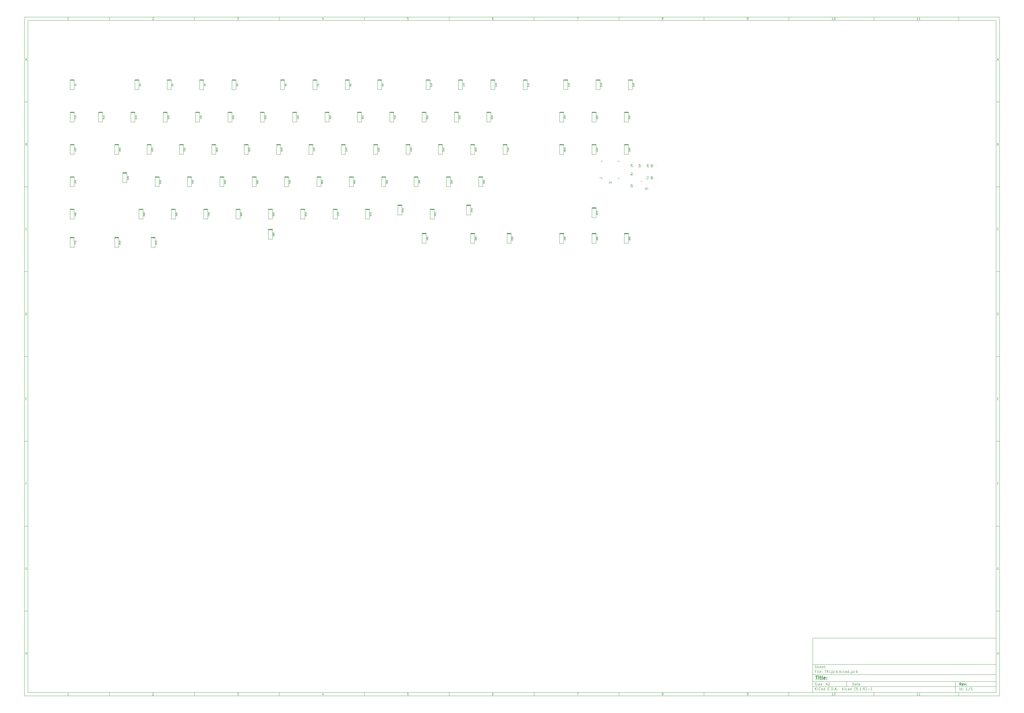
<source format=gbr>
%TF.GenerationSoftware,KiCad,Pcbnew,(5.1.6)-1*%
%TF.CreationDate,2020-07-25T19:19:23-04:00*%
%TF.ProjectId,TKLpcb,544b4c70-6362-42e6-9b69-6361645f7063,rev?*%
%TF.SameCoordinates,Original*%
%TF.FileFunction,Legend,Bot*%
%TF.FilePolarity,Positive*%
%FSLAX46Y46*%
G04 Gerber Fmt 4.6, Leading zero omitted, Abs format (unit mm)*
G04 Created by KiCad (PCBNEW (5.1.6)-1) date 2020-07-25 19:19:23*
%MOMM*%
%LPD*%
G01*
G04 APERTURE LIST*
%ADD10C,0.100000*%
%ADD11C,0.150000*%
%ADD12C,0.300000*%
%ADD13C,0.400000*%
%ADD14C,0.120000*%
%ADD15C,0.200000*%
%ADD16C,0.015000*%
G04 APERTURE END LIST*
D10*
D11*
X474004400Y-375989000D02*
X474004400Y-407989000D01*
X582004400Y-407989000D01*
X582004400Y-375989000D01*
X474004400Y-375989000D01*
D10*
D11*
X10000000Y-10000000D02*
X10000000Y-409989000D01*
X584004400Y-409989000D01*
X584004400Y-10000000D01*
X10000000Y-10000000D01*
D10*
D11*
X12000000Y-12000000D02*
X12000000Y-407989000D01*
X582004400Y-407989000D01*
X582004400Y-12000000D01*
X12000000Y-12000000D01*
D10*
D11*
X60000000Y-12000000D02*
X60000000Y-10000000D01*
D10*
D11*
X110000000Y-12000000D02*
X110000000Y-10000000D01*
D10*
D11*
X160000000Y-12000000D02*
X160000000Y-10000000D01*
D10*
D11*
X210000000Y-12000000D02*
X210000000Y-10000000D01*
D10*
D11*
X260000000Y-12000000D02*
X260000000Y-10000000D01*
D10*
D11*
X310000000Y-12000000D02*
X310000000Y-10000000D01*
D10*
D11*
X360000000Y-12000000D02*
X360000000Y-10000000D01*
D10*
D11*
X410000000Y-12000000D02*
X410000000Y-10000000D01*
D10*
D11*
X460000000Y-12000000D02*
X460000000Y-10000000D01*
D10*
D11*
X510000000Y-12000000D02*
X510000000Y-10000000D01*
D10*
D11*
X560000000Y-12000000D02*
X560000000Y-10000000D01*
D10*
D11*
X36065476Y-11588095D02*
X35322619Y-11588095D01*
X35694047Y-11588095D02*
X35694047Y-10288095D01*
X35570238Y-10473809D01*
X35446428Y-10597619D01*
X35322619Y-10659523D01*
D10*
D11*
X85322619Y-10411904D02*
X85384523Y-10350000D01*
X85508333Y-10288095D01*
X85817857Y-10288095D01*
X85941666Y-10350000D01*
X86003571Y-10411904D01*
X86065476Y-10535714D01*
X86065476Y-10659523D01*
X86003571Y-10845238D01*
X85260714Y-11588095D01*
X86065476Y-11588095D01*
D10*
D11*
X135260714Y-10288095D02*
X136065476Y-10288095D01*
X135632142Y-10783333D01*
X135817857Y-10783333D01*
X135941666Y-10845238D01*
X136003571Y-10907142D01*
X136065476Y-11030952D01*
X136065476Y-11340476D01*
X136003571Y-11464285D01*
X135941666Y-11526190D01*
X135817857Y-11588095D01*
X135446428Y-11588095D01*
X135322619Y-11526190D01*
X135260714Y-11464285D01*
D10*
D11*
X185941666Y-10721428D02*
X185941666Y-11588095D01*
X185632142Y-10226190D02*
X185322619Y-11154761D01*
X186127380Y-11154761D01*
D10*
D11*
X236003571Y-10288095D02*
X235384523Y-10288095D01*
X235322619Y-10907142D01*
X235384523Y-10845238D01*
X235508333Y-10783333D01*
X235817857Y-10783333D01*
X235941666Y-10845238D01*
X236003571Y-10907142D01*
X236065476Y-11030952D01*
X236065476Y-11340476D01*
X236003571Y-11464285D01*
X235941666Y-11526190D01*
X235817857Y-11588095D01*
X235508333Y-11588095D01*
X235384523Y-11526190D01*
X235322619Y-11464285D01*
D10*
D11*
X285941666Y-10288095D02*
X285694047Y-10288095D01*
X285570238Y-10350000D01*
X285508333Y-10411904D01*
X285384523Y-10597619D01*
X285322619Y-10845238D01*
X285322619Y-11340476D01*
X285384523Y-11464285D01*
X285446428Y-11526190D01*
X285570238Y-11588095D01*
X285817857Y-11588095D01*
X285941666Y-11526190D01*
X286003571Y-11464285D01*
X286065476Y-11340476D01*
X286065476Y-11030952D01*
X286003571Y-10907142D01*
X285941666Y-10845238D01*
X285817857Y-10783333D01*
X285570238Y-10783333D01*
X285446428Y-10845238D01*
X285384523Y-10907142D01*
X285322619Y-11030952D01*
D10*
D11*
X335260714Y-10288095D02*
X336127380Y-10288095D01*
X335570238Y-11588095D01*
D10*
D11*
X385570238Y-10845238D02*
X385446428Y-10783333D01*
X385384523Y-10721428D01*
X385322619Y-10597619D01*
X385322619Y-10535714D01*
X385384523Y-10411904D01*
X385446428Y-10350000D01*
X385570238Y-10288095D01*
X385817857Y-10288095D01*
X385941666Y-10350000D01*
X386003571Y-10411904D01*
X386065476Y-10535714D01*
X386065476Y-10597619D01*
X386003571Y-10721428D01*
X385941666Y-10783333D01*
X385817857Y-10845238D01*
X385570238Y-10845238D01*
X385446428Y-10907142D01*
X385384523Y-10969047D01*
X385322619Y-11092857D01*
X385322619Y-11340476D01*
X385384523Y-11464285D01*
X385446428Y-11526190D01*
X385570238Y-11588095D01*
X385817857Y-11588095D01*
X385941666Y-11526190D01*
X386003571Y-11464285D01*
X386065476Y-11340476D01*
X386065476Y-11092857D01*
X386003571Y-10969047D01*
X385941666Y-10907142D01*
X385817857Y-10845238D01*
D10*
D11*
X435446428Y-11588095D02*
X435694047Y-11588095D01*
X435817857Y-11526190D01*
X435879761Y-11464285D01*
X436003571Y-11278571D01*
X436065476Y-11030952D01*
X436065476Y-10535714D01*
X436003571Y-10411904D01*
X435941666Y-10350000D01*
X435817857Y-10288095D01*
X435570238Y-10288095D01*
X435446428Y-10350000D01*
X435384523Y-10411904D01*
X435322619Y-10535714D01*
X435322619Y-10845238D01*
X435384523Y-10969047D01*
X435446428Y-11030952D01*
X435570238Y-11092857D01*
X435817857Y-11092857D01*
X435941666Y-11030952D01*
X436003571Y-10969047D01*
X436065476Y-10845238D01*
D10*
D11*
X486065476Y-11588095D02*
X485322619Y-11588095D01*
X485694047Y-11588095D02*
X485694047Y-10288095D01*
X485570238Y-10473809D01*
X485446428Y-10597619D01*
X485322619Y-10659523D01*
X486870238Y-10288095D02*
X486994047Y-10288095D01*
X487117857Y-10350000D01*
X487179761Y-10411904D01*
X487241666Y-10535714D01*
X487303571Y-10783333D01*
X487303571Y-11092857D01*
X487241666Y-11340476D01*
X487179761Y-11464285D01*
X487117857Y-11526190D01*
X486994047Y-11588095D01*
X486870238Y-11588095D01*
X486746428Y-11526190D01*
X486684523Y-11464285D01*
X486622619Y-11340476D01*
X486560714Y-11092857D01*
X486560714Y-10783333D01*
X486622619Y-10535714D01*
X486684523Y-10411904D01*
X486746428Y-10350000D01*
X486870238Y-10288095D01*
D10*
D11*
X536065476Y-11588095D02*
X535322619Y-11588095D01*
X535694047Y-11588095D02*
X535694047Y-10288095D01*
X535570238Y-10473809D01*
X535446428Y-10597619D01*
X535322619Y-10659523D01*
X537303571Y-11588095D02*
X536560714Y-11588095D01*
X536932142Y-11588095D02*
X536932142Y-10288095D01*
X536808333Y-10473809D01*
X536684523Y-10597619D01*
X536560714Y-10659523D01*
D10*
D11*
X60000000Y-407989000D02*
X60000000Y-409989000D01*
D10*
D11*
X110000000Y-407989000D02*
X110000000Y-409989000D01*
D10*
D11*
X160000000Y-407989000D02*
X160000000Y-409989000D01*
D10*
D11*
X210000000Y-407989000D02*
X210000000Y-409989000D01*
D10*
D11*
X260000000Y-407989000D02*
X260000000Y-409989000D01*
D10*
D11*
X310000000Y-407989000D02*
X310000000Y-409989000D01*
D10*
D11*
X360000000Y-407989000D02*
X360000000Y-409989000D01*
D10*
D11*
X410000000Y-407989000D02*
X410000000Y-409989000D01*
D10*
D11*
X460000000Y-407989000D02*
X460000000Y-409989000D01*
D10*
D11*
X510000000Y-407989000D02*
X510000000Y-409989000D01*
D10*
D11*
X560000000Y-407989000D02*
X560000000Y-409989000D01*
D10*
D11*
X36065476Y-409577095D02*
X35322619Y-409577095D01*
X35694047Y-409577095D02*
X35694047Y-408277095D01*
X35570238Y-408462809D01*
X35446428Y-408586619D01*
X35322619Y-408648523D01*
D10*
D11*
X85322619Y-408400904D02*
X85384523Y-408339000D01*
X85508333Y-408277095D01*
X85817857Y-408277095D01*
X85941666Y-408339000D01*
X86003571Y-408400904D01*
X86065476Y-408524714D01*
X86065476Y-408648523D01*
X86003571Y-408834238D01*
X85260714Y-409577095D01*
X86065476Y-409577095D01*
D10*
D11*
X135260714Y-408277095D02*
X136065476Y-408277095D01*
X135632142Y-408772333D01*
X135817857Y-408772333D01*
X135941666Y-408834238D01*
X136003571Y-408896142D01*
X136065476Y-409019952D01*
X136065476Y-409329476D01*
X136003571Y-409453285D01*
X135941666Y-409515190D01*
X135817857Y-409577095D01*
X135446428Y-409577095D01*
X135322619Y-409515190D01*
X135260714Y-409453285D01*
D10*
D11*
X185941666Y-408710428D02*
X185941666Y-409577095D01*
X185632142Y-408215190D02*
X185322619Y-409143761D01*
X186127380Y-409143761D01*
D10*
D11*
X236003571Y-408277095D02*
X235384523Y-408277095D01*
X235322619Y-408896142D01*
X235384523Y-408834238D01*
X235508333Y-408772333D01*
X235817857Y-408772333D01*
X235941666Y-408834238D01*
X236003571Y-408896142D01*
X236065476Y-409019952D01*
X236065476Y-409329476D01*
X236003571Y-409453285D01*
X235941666Y-409515190D01*
X235817857Y-409577095D01*
X235508333Y-409577095D01*
X235384523Y-409515190D01*
X235322619Y-409453285D01*
D10*
D11*
X285941666Y-408277095D02*
X285694047Y-408277095D01*
X285570238Y-408339000D01*
X285508333Y-408400904D01*
X285384523Y-408586619D01*
X285322619Y-408834238D01*
X285322619Y-409329476D01*
X285384523Y-409453285D01*
X285446428Y-409515190D01*
X285570238Y-409577095D01*
X285817857Y-409577095D01*
X285941666Y-409515190D01*
X286003571Y-409453285D01*
X286065476Y-409329476D01*
X286065476Y-409019952D01*
X286003571Y-408896142D01*
X285941666Y-408834238D01*
X285817857Y-408772333D01*
X285570238Y-408772333D01*
X285446428Y-408834238D01*
X285384523Y-408896142D01*
X285322619Y-409019952D01*
D10*
D11*
X335260714Y-408277095D02*
X336127380Y-408277095D01*
X335570238Y-409577095D01*
D10*
D11*
X385570238Y-408834238D02*
X385446428Y-408772333D01*
X385384523Y-408710428D01*
X385322619Y-408586619D01*
X385322619Y-408524714D01*
X385384523Y-408400904D01*
X385446428Y-408339000D01*
X385570238Y-408277095D01*
X385817857Y-408277095D01*
X385941666Y-408339000D01*
X386003571Y-408400904D01*
X386065476Y-408524714D01*
X386065476Y-408586619D01*
X386003571Y-408710428D01*
X385941666Y-408772333D01*
X385817857Y-408834238D01*
X385570238Y-408834238D01*
X385446428Y-408896142D01*
X385384523Y-408958047D01*
X385322619Y-409081857D01*
X385322619Y-409329476D01*
X385384523Y-409453285D01*
X385446428Y-409515190D01*
X385570238Y-409577095D01*
X385817857Y-409577095D01*
X385941666Y-409515190D01*
X386003571Y-409453285D01*
X386065476Y-409329476D01*
X386065476Y-409081857D01*
X386003571Y-408958047D01*
X385941666Y-408896142D01*
X385817857Y-408834238D01*
D10*
D11*
X435446428Y-409577095D02*
X435694047Y-409577095D01*
X435817857Y-409515190D01*
X435879761Y-409453285D01*
X436003571Y-409267571D01*
X436065476Y-409019952D01*
X436065476Y-408524714D01*
X436003571Y-408400904D01*
X435941666Y-408339000D01*
X435817857Y-408277095D01*
X435570238Y-408277095D01*
X435446428Y-408339000D01*
X435384523Y-408400904D01*
X435322619Y-408524714D01*
X435322619Y-408834238D01*
X435384523Y-408958047D01*
X435446428Y-409019952D01*
X435570238Y-409081857D01*
X435817857Y-409081857D01*
X435941666Y-409019952D01*
X436003571Y-408958047D01*
X436065476Y-408834238D01*
D10*
D11*
X486065476Y-409577095D02*
X485322619Y-409577095D01*
X485694047Y-409577095D02*
X485694047Y-408277095D01*
X485570238Y-408462809D01*
X485446428Y-408586619D01*
X485322619Y-408648523D01*
X486870238Y-408277095D02*
X486994047Y-408277095D01*
X487117857Y-408339000D01*
X487179761Y-408400904D01*
X487241666Y-408524714D01*
X487303571Y-408772333D01*
X487303571Y-409081857D01*
X487241666Y-409329476D01*
X487179761Y-409453285D01*
X487117857Y-409515190D01*
X486994047Y-409577095D01*
X486870238Y-409577095D01*
X486746428Y-409515190D01*
X486684523Y-409453285D01*
X486622619Y-409329476D01*
X486560714Y-409081857D01*
X486560714Y-408772333D01*
X486622619Y-408524714D01*
X486684523Y-408400904D01*
X486746428Y-408339000D01*
X486870238Y-408277095D01*
D10*
D11*
X536065476Y-409577095D02*
X535322619Y-409577095D01*
X535694047Y-409577095D02*
X535694047Y-408277095D01*
X535570238Y-408462809D01*
X535446428Y-408586619D01*
X535322619Y-408648523D01*
X537303571Y-409577095D02*
X536560714Y-409577095D01*
X536932142Y-409577095D02*
X536932142Y-408277095D01*
X536808333Y-408462809D01*
X536684523Y-408586619D01*
X536560714Y-408648523D01*
D10*
D11*
X10000000Y-60000000D02*
X12000000Y-60000000D01*
D10*
D11*
X10000000Y-110000000D02*
X12000000Y-110000000D01*
D10*
D11*
X10000000Y-160000000D02*
X12000000Y-160000000D01*
D10*
D11*
X10000000Y-210000000D02*
X12000000Y-210000000D01*
D10*
D11*
X10000000Y-260000000D02*
X12000000Y-260000000D01*
D10*
D11*
X10000000Y-310000000D02*
X12000000Y-310000000D01*
D10*
D11*
X10000000Y-360000000D02*
X12000000Y-360000000D01*
D10*
D11*
X10690476Y-35216666D02*
X11309523Y-35216666D01*
X10566666Y-35588095D02*
X11000000Y-34288095D01*
X11433333Y-35588095D01*
D10*
D11*
X11092857Y-84907142D02*
X11278571Y-84969047D01*
X11340476Y-85030952D01*
X11402380Y-85154761D01*
X11402380Y-85340476D01*
X11340476Y-85464285D01*
X11278571Y-85526190D01*
X11154761Y-85588095D01*
X10659523Y-85588095D01*
X10659523Y-84288095D01*
X11092857Y-84288095D01*
X11216666Y-84350000D01*
X11278571Y-84411904D01*
X11340476Y-84535714D01*
X11340476Y-84659523D01*
X11278571Y-84783333D01*
X11216666Y-84845238D01*
X11092857Y-84907142D01*
X10659523Y-84907142D01*
D10*
D11*
X11402380Y-135464285D02*
X11340476Y-135526190D01*
X11154761Y-135588095D01*
X11030952Y-135588095D01*
X10845238Y-135526190D01*
X10721428Y-135402380D01*
X10659523Y-135278571D01*
X10597619Y-135030952D01*
X10597619Y-134845238D01*
X10659523Y-134597619D01*
X10721428Y-134473809D01*
X10845238Y-134350000D01*
X11030952Y-134288095D01*
X11154761Y-134288095D01*
X11340476Y-134350000D01*
X11402380Y-134411904D01*
D10*
D11*
X10659523Y-185588095D02*
X10659523Y-184288095D01*
X10969047Y-184288095D01*
X11154761Y-184350000D01*
X11278571Y-184473809D01*
X11340476Y-184597619D01*
X11402380Y-184845238D01*
X11402380Y-185030952D01*
X11340476Y-185278571D01*
X11278571Y-185402380D01*
X11154761Y-185526190D01*
X10969047Y-185588095D01*
X10659523Y-185588095D01*
D10*
D11*
X10721428Y-234907142D02*
X11154761Y-234907142D01*
X11340476Y-235588095D02*
X10721428Y-235588095D01*
X10721428Y-234288095D01*
X11340476Y-234288095D01*
D10*
D11*
X11185714Y-284907142D02*
X10752380Y-284907142D01*
X10752380Y-285588095D02*
X10752380Y-284288095D01*
X11371428Y-284288095D01*
D10*
D11*
X11340476Y-334350000D02*
X11216666Y-334288095D01*
X11030952Y-334288095D01*
X10845238Y-334350000D01*
X10721428Y-334473809D01*
X10659523Y-334597619D01*
X10597619Y-334845238D01*
X10597619Y-335030952D01*
X10659523Y-335278571D01*
X10721428Y-335402380D01*
X10845238Y-335526190D01*
X11030952Y-335588095D01*
X11154761Y-335588095D01*
X11340476Y-335526190D01*
X11402380Y-335464285D01*
X11402380Y-335030952D01*
X11154761Y-335030952D01*
D10*
D11*
X10628571Y-385588095D02*
X10628571Y-384288095D01*
X10628571Y-384907142D02*
X11371428Y-384907142D01*
X11371428Y-385588095D02*
X11371428Y-384288095D01*
D10*
D11*
X584004400Y-60000000D02*
X582004400Y-60000000D01*
D10*
D11*
X584004400Y-110000000D02*
X582004400Y-110000000D01*
D10*
D11*
X584004400Y-160000000D02*
X582004400Y-160000000D01*
D10*
D11*
X584004400Y-210000000D02*
X582004400Y-210000000D01*
D10*
D11*
X584004400Y-260000000D02*
X582004400Y-260000000D01*
D10*
D11*
X584004400Y-310000000D02*
X582004400Y-310000000D01*
D10*
D11*
X584004400Y-360000000D02*
X582004400Y-360000000D01*
D10*
D11*
X582694876Y-35216666D02*
X583313923Y-35216666D01*
X582571066Y-35588095D02*
X583004400Y-34288095D01*
X583437733Y-35588095D01*
D10*
D11*
X583097257Y-84907142D02*
X583282971Y-84969047D01*
X583344876Y-85030952D01*
X583406780Y-85154761D01*
X583406780Y-85340476D01*
X583344876Y-85464285D01*
X583282971Y-85526190D01*
X583159161Y-85588095D01*
X582663923Y-85588095D01*
X582663923Y-84288095D01*
X583097257Y-84288095D01*
X583221066Y-84350000D01*
X583282971Y-84411904D01*
X583344876Y-84535714D01*
X583344876Y-84659523D01*
X583282971Y-84783333D01*
X583221066Y-84845238D01*
X583097257Y-84907142D01*
X582663923Y-84907142D01*
D10*
D11*
X583406780Y-135464285D02*
X583344876Y-135526190D01*
X583159161Y-135588095D01*
X583035352Y-135588095D01*
X582849638Y-135526190D01*
X582725828Y-135402380D01*
X582663923Y-135278571D01*
X582602019Y-135030952D01*
X582602019Y-134845238D01*
X582663923Y-134597619D01*
X582725828Y-134473809D01*
X582849638Y-134350000D01*
X583035352Y-134288095D01*
X583159161Y-134288095D01*
X583344876Y-134350000D01*
X583406780Y-134411904D01*
D10*
D11*
X582663923Y-185588095D02*
X582663923Y-184288095D01*
X582973447Y-184288095D01*
X583159161Y-184350000D01*
X583282971Y-184473809D01*
X583344876Y-184597619D01*
X583406780Y-184845238D01*
X583406780Y-185030952D01*
X583344876Y-185278571D01*
X583282971Y-185402380D01*
X583159161Y-185526190D01*
X582973447Y-185588095D01*
X582663923Y-185588095D01*
D10*
D11*
X582725828Y-234907142D02*
X583159161Y-234907142D01*
X583344876Y-235588095D02*
X582725828Y-235588095D01*
X582725828Y-234288095D01*
X583344876Y-234288095D01*
D10*
D11*
X583190114Y-284907142D02*
X582756780Y-284907142D01*
X582756780Y-285588095D02*
X582756780Y-284288095D01*
X583375828Y-284288095D01*
D10*
D11*
X583344876Y-334350000D02*
X583221066Y-334288095D01*
X583035352Y-334288095D01*
X582849638Y-334350000D01*
X582725828Y-334473809D01*
X582663923Y-334597619D01*
X582602019Y-334845238D01*
X582602019Y-335030952D01*
X582663923Y-335278571D01*
X582725828Y-335402380D01*
X582849638Y-335526190D01*
X583035352Y-335588095D01*
X583159161Y-335588095D01*
X583344876Y-335526190D01*
X583406780Y-335464285D01*
X583406780Y-335030952D01*
X583159161Y-335030952D01*
D10*
D11*
X582632971Y-385588095D02*
X582632971Y-384288095D01*
X582632971Y-384907142D02*
X583375828Y-384907142D01*
X583375828Y-385588095D02*
X583375828Y-384288095D01*
D10*
D11*
X497436542Y-403767571D02*
X497436542Y-402267571D01*
X497793685Y-402267571D01*
X498007971Y-402339000D01*
X498150828Y-402481857D01*
X498222257Y-402624714D01*
X498293685Y-402910428D01*
X498293685Y-403124714D01*
X498222257Y-403410428D01*
X498150828Y-403553285D01*
X498007971Y-403696142D01*
X497793685Y-403767571D01*
X497436542Y-403767571D01*
X499579400Y-403767571D02*
X499579400Y-402981857D01*
X499507971Y-402839000D01*
X499365114Y-402767571D01*
X499079400Y-402767571D01*
X498936542Y-402839000D01*
X499579400Y-403696142D02*
X499436542Y-403767571D01*
X499079400Y-403767571D01*
X498936542Y-403696142D01*
X498865114Y-403553285D01*
X498865114Y-403410428D01*
X498936542Y-403267571D01*
X499079400Y-403196142D01*
X499436542Y-403196142D01*
X499579400Y-403124714D01*
X500079400Y-402767571D02*
X500650828Y-402767571D01*
X500293685Y-402267571D02*
X500293685Y-403553285D01*
X500365114Y-403696142D01*
X500507971Y-403767571D01*
X500650828Y-403767571D01*
X501722257Y-403696142D02*
X501579400Y-403767571D01*
X501293685Y-403767571D01*
X501150828Y-403696142D01*
X501079400Y-403553285D01*
X501079400Y-402981857D01*
X501150828Y-402839000D01*
X501293685Y-402767571D01*
X501579400Y-402767571D01*
X501722257Y-402839000D01*
X501793685Y-402981857D01*
X501793685Y-403124714D01*
X501079400Y-403267571D01*
X502436542Y-403624714D02*
X502507971Y-403696142D01*
X502436542Y-403767571D01*
X502365114Y-403696142D01*
X502436542Y-403624714D01*
X502436542Y-403767571D01*
X502436542Y-402839000D02*
X502507971Y-402910428D01*
X502436542Y-402981857D01*
X502365114Y-402910428D01*
X502436542Y-402839000D01*
X502436542Y-402981857D01*
D10*
D11*
X474004400Y-404489000D02*
X582004400Y-404489000D01*
D10*
D11*
X475436542Y-406567571D02*
X475436542Y-405067571D01*
X476293685Y-406567571D02*
X475650828Y-405710428D01*
X476293685Y-405067571D02*
X475436542Y-405924714D01*
X476936542Y-406567571D02*
X476936542Y-405567571D01*
X476936542Y-405067571D02*
X476865114Y-405139000D01*
X476936542Y-405210428D01*
X477007971Y-405139000D01*
X476936542Y-405067571D01*
X476936542Y-405210428D01*
X478507971Y-406424714D02*
X478436542Y-406496142D01*
X478222257Y-406567571D01*
X478079400Y-406567571D01*
X477865114Y-406496142D01*
X477722257Y-406353285D01*
X477650828Y-406210428D01*
X477579400Y-405924714D01*
X477579400Y-405710428D01*
X477650828Y-405424714D01*
X477722257Y-405281857D01*
X477865114Y-405139000D01*
X478079400Y-405067571D01*
X478222257Y-405067571D01*
X478436542Y-405139000D01*
X478507971Y-405210428D01*
X479793685Y-406567571D02*
X479793685Y-405781857D01*
X479722257Y-405639000D01*
X479579400Y-405567571D01*
X479293685Y-405567571D01*
X479150828Y-405639000D01*
X479793685Y-406496142D02*
X479650828Y-406567571D01*
X479293685Y-406567571D01*
X479150828Y-406496142D01*
X479079400Y-406353285D01*
X479079400Y-406210428D01*
X479150828Y-406067571D01*
X479293685Y-405996142D01*
X479650828Y-405996142D01*
X479793685Y-405924714D01*
X481150828Y-406567571D02*
X481150828Y-405067571D01*
X481150828Y-406496142D02*
X481007971Y-406567571D01*
X480722257Y-406567571D01*
X480579400Y-406496142D01*
X480507971Y-406424714D01*
X480436542Y-406281857D01*
X480436542Y-405853285D01*
X480507971Y-405710428D01*
X480579400Y-405639000D01*
X480722257Y-405567571D01*
X481007971Y-405567571D01*
X481150828Y-405639000D01*
X483007971Y-405781857D02*
X483507971Y-405781857D01*
X483722257Y-406567571D02*
X483007971Y-406567571D01*
X483007971Y-405067571D01*
X483722257Y-405067571D01*
X484365114Y-406424714D02*
X484436542Y-406496142D01*
X484365114Y-406567571D01*
X484293685Y-406496142D01*
X484365114Y-406424714D01*
X484365114Y-406567571D01*
X485079400Y-406567571D02*
X485079400Y-405067571D01*
X485436542Y-405067571D01*
X485650828Y-405139000D01*
X485793685Y-405281857D01*
X485865114Y-405424714D01*
X485936542Y-405710428D01*
X485936542Y-405924714D01*
X485865114Y-406210428D01*
X485793685Y-406353285D01*
X485650828Y-406496142D01*
X485436542Y-406567571D01*
X485079400Y-406567571D01*
X486579400Y-406424714D02*
X486650828Y-406496142D01*
X486579400Y-406567571D01*
X486507971Y-406496142D01*
X486579400Y-406424714D01*
X486579400Y-406567571D01*
X487222257Y-406139000D02*
X487936542Y-406139000D01*
X487079400Y-406567571D02*
X487579400Y-405067571D01*
X488079400Y-406567571D01*
X488579400Y-406424714D02*
X488650828Y-406496142D01*
X488579400Y-406567571D01*
X488507971Y-406496142D01*
X488579400Y-406424714D01*
X488579400Y-406567571D01*
X491579400Y-406567571D02*
X491579400Y-405067571D01*
X491722257Y-405996142D02*
X492150828Y-406567571D01*
X492150828Y-405567571D02*
X491579400Y-406139000D01*
X492793685Y-406567571D02*
X492793685Y-405567571D01*
X492793685Y-405067571D02*
X492722257Y-405139000D01*
X492793685Y-405210428D01*
X492865114Y-405139000D01*
X492793685Y-405067571D01*
X492793685Y-405210428D01*
X494150828Y-406496142D02*
X494007971Y-406567571D01*
X493722257Y-406567571D01*
X493579400Y-406496142D01*
X493507971Y-406424714D01*
X493436542Y-406281857D01*
X493436542Y-405853285D01*
X493507971Y-405710428D01*
X493579400Y-405639000D01*
X493722257Y-405567571D01*
X494007971Y-405567571D01*
X494150828Y-405639000D01*
X495436542Y-406567571D02*
X495436542Y-405781857D01*
X495365114Y-405639000D01*
X495222257Y-405567571D01*
X494936542Y-405567571D01*
X494793685Y-405639000D01*
X495436542Y-406496142D02*
X495293685Y-406567571D01*
X494936542Y-406567571D01*
X494793685Y-406496142D01*
X494722257Y-406353285D01*
X494722257Y-406210428D01*
X494793685Y-406067571D01*
X494936542Y-405996142D01*
X495293685Y-405996142D01*
X495436542Y-405924714D01*
X496793685Y-406567571D02*
X496793685Y-405067571D01*
X496793685Y-406496142D02*
X496650828Y-406567571D01*
X496365114Y-406567571D01*
X496222257Y-406496142D01*
X496150828Y-406424714D01*
X496079400Y-406281857D01*
X496079400Y-405853285D01*
X496150828Y-405710428D01*
X496222257Y-405639000D01*
X496365114Y-405567571D01*
X496650828Y-405567571D01*
X496793685Y-405639000D01*
X499079400Y-407139000D02*
X499007971Y-407067571D01*
X498865114Y-406853285D01*
X498793685Y-406710428D01*
X498722257Y-406496142D01*
X498650828Y-406139000D01*
X498650828Y-405853285D01*
X498722257Y-405496142D01*
X498793685Y-405281857D01*
X498865114Y-405139000D01*
X499007971Y-404924714D01*
X499079400Y-404853285D01*
X500365114Y-405067571D02*
X499650828Y-405067571D01*
X499579400Y-405781857D01*
X499650828Y-405710428D01*
X499793685Y-405639000D01*
X500150828Y-405639000D01*
X500293685Y-405710428D01*
X500365114Y-405781857D01*
X500436542Y-405924714D01*
X500436542Y-406281857D01*
X500365114Y-406424714D01*
X500293685Y-406496142D01*
X500150828Y-406567571D01*
X499793685Y-406567571D01*
X499650828Y-406496142D01*
X499579400Y-406424714D01*
X501079400Y-406424714D02*
X501150828Y-406496142D01*
X501079400Y-406567571D01*
X501007971Y-406496142D01*
X501079400Y-406424714D01*
X501079400Y-406567571D01*
X502579400Y-406567571D02*
X501722257Y-406567571D01*
X502150828Y-406567571D02*
X502150828Y-405067571D01*
X502007971Y-405281857D01*
X501865114Y-405424714D01*
X501722257Y-405496142D01*
X503222257Y-406424714D02*
X503293685Y-406496142D01*
X503222257Y-406567571D01*
X503150828Y-406496142D01*
X503222257Y-406424714D01*
X503222257Y-406567571D01*
X504579400Y-405067571D02*
X504293685Y-405067571D01*
X504150828Y-405139000D01*
X504079400Y-405210428D01*
X503936542Y-405424714D01*
X503865114Y-405710428D01*
X503865114Y-406281857D01*
X503936542Y-406424714D01*
X504007971Y-406496142D01*
X504150828Y-406567571D01*
X504436542Y-406567571D01*
X504579400Y-406496142D01*
X504650828Y-406424714D01*
X504722257Y-406281857D01*
X504722257Y-405924714D01*
X504650828Y-405781857D01*
X504579400Y-405710428D01*
X504436542Y-405639000D01*
X504150828Y-405639000D01*
X504007971Y-405710428D01*
X503936542Y-405781857D01*
X503865114Y-405924714D01*
X505222257Y-407139000D02*
X505293685Y-407067571D01*
X505436542Y-406853285D01*
X505507971Y-406710428D01*
X505579400Y-406496142D01*
X505650828Y-406139000D01*
X505650828Y-405853285D01*
X505579400Y-405496142D01*
X505507971Y-405281857D01*
X505436542Y-405139000D01*
X505293685Y-404924714D01*
X505222257Y-404853285D01*
X506365114Y-405996142D02*
X507507971Y-405996142D01*
X509007971Y-406567571D02*
X508150828Y-406567571D01*
X508579400Y-406567571D02*
X508579400Y-405067571D01*
X508436542Y-405281857D01*
X508293685Y-405424714D01*
X508150828Y-405496142D01*
D10*
D11*
X474004400Y-401489000D02*
X582004400Y-401489000D01*
D10*
D12*
X561413685Y-403767571D02*
X560913685Y-403053285D01*
X560556542Y-403767571D02*
X560556542Y-402267571D01*
X561127971Y-402267571D01*
X561270828Y-402339000D01*
X561342257Y-402410428D01*
X561413685Y-402553285D01*
X561413685Y-402767571D01*
X561342257Y-402910428D01*
X561270828Y-402981857D01*
X561127971Y-403053285D01*
X560556542Y-403053285D01*
X562627971Y-403696142D02*
X562485114Y-403767571D01*
X562199400Y-403767571D01*
X562056542Y-403696142D01*
X561985114Y-403553285D01*
X561985114Y-402981857D01*
X562056542Y-402839000D01*
X562199400Y-402767571D01*
X562485114Y-402767571D01*
X562627971Y-402839000D01*
X562699400Y-402981857D01*
X562699400Y-403124714D01*
X561985114Y-403267571D01*
X563199400Y-402767571D02*
X563556542Y-403767571D01*
X563913685Y-402767571D01*
X564485114Y-403624714D02*
X564556542Y-403696142D01*
X564485114Y-403767571D01*
X564413685Y-403696142D01*
X564485114Y-403624714D01*
X564485114Y-403767571D01*
X564485114Y-402839000D02*
X564556542Y-402910428D01*
X564485114Y-402981857D01*
X564413685Y-402910428D01*
X564485114Y-402839000D01*
X564485114Y-402981857D01*
D10*
D11*
X475365114Y-403696142D02*
X475579400Y-403767571D01*
X475936542Y-403767571D01*
X476079400Y-403696142D01*
X476150828Y-403624714D01*
X476222257Y-403481857D01*
X476222257Y-403339000D01*
X476150828Y-403196142D01*
X476079400Y-403124714D01*
X475936542Y-403053285D01*
X475650828Y-402981857D01*
X475507971Y-402910428D01*
X475436542Y-402839000D01*
X475365114Y-402696142D01*
X475365114Y-402553285D01*
X475436542Y-402410428D01*
X475507971Y-402339000D01*
X475650828Y-402267571D01*
X476007971Y-402267571D01*
X476222257Y-402339000D01*
X476865114Y-403767571D02*
X476865114Y-402767571D01*
X476865114Y-402267571D02*
X476793685Y-402339000D01*
X476865114Y-402410428D01*
X476936542Y-402339000D01*
X476865114Y-402267571D01*
X476865114Y-402410428D01*
X477436542Y-402767571D02*
X478222257Y-402767571D01*
X477436542Y-403767571D01*
X478222257Y-403767571D01*
X479365114Y-403696142D02*
X479222257Y-403767571D01*
X478936542Y-403767571D01*
X478793685Y-403696142D01*
X478722257Y-403553285D01*
X478722257Y-402981857D01*
X478793685Y-402839000D01*
X478936542Y-402767571D01*
X479222257Y-402767571D01*
X479365114Y-402839000D01*
X479436542Y-402981857D01*
X479436542Y-403124714D01*
X478722257Y-403267571D01*
X480079400Y-403624714D02*
X480150828Y-403696142D01*
X480079400Y-403767571D01*
X480007971Y-403696142D01*
X480079400Y-403624714D01*
X480079400Y-403767571D01*
X480079400Y-402839000D02*
X480150828Y-402910428D01*
X480079400Y-402981857D01*
X480007971Y-402910428D01*
X480079400Y-402839000D01*
X480079400Y-402981857D01*
X481865114Y-403339000D02*
X482579400Y-403339000D01*
X481722257Y-403767571D02*
X482222257Y-402267571D01*
X482722257Y-403767571D01*
X483150828Y-402410428D02*
X483222257Y-402339000D01*
X483365114Y-402267571D01*
X483722257Y-402267571D01*
X483865114Y-402339000D01*
X483936542Y-402410428D01*
X484007971Y-402553285D01*
X484007971Y-402696142D01*
X483936542Y-402910428D01*
X483079400Y-403767571D01*
X484007971Y-403767571D01*
D10*
D11*
X560436542Y-406567571D02*
X560436542Y-405067571D01*
X561793685Y-406567571D02*
X561793685Y-405067571D01*
X561793685Y-406496142D02*
X561650828Y-406567571D01*
X561365114Y-406567571D01*
X561222257Y-406496142D01*
X561150828Y-406424714D01*
X561079400Y-406281857D01*
X561079400Y-405853285D01*
X561150828Y-405710428D01*
X561222257Y-405639000D01*
X561365114Y-405567571D01*
X561650828Y-405567571D01*
X561793685Y-405639000D01*
X562507971Y-406424714D02*
X562579400Y-406496142D01*
X562507971Y-406567571D01*
X562436542Y-406496142D01*
X562507971Y-406424714D01*
X562507971Y-406567571D01*
X562507971Y-405639000D02*
X562579400Y-405710428D01*
X562507971Y-405781857D01*
X562436542Y-405710428D01*
X562507971Y-405639000D01*
X562507971Y-405781857D01*
X565150828Y-406567571D02*
X564293685Y-406567571D01*
X564722257Y-406567571D02*
X564722257Y-405067571D01*
X564579400Y-405281857D01*
X564436542Y-405424714D01*
X564293685Y-405496142D01*
X566865114Y-404996142D02*
X565579400Y-406924714D01*
X568150828Y-406567571D02*
X567293685Y-406567571D01*
X567722257Y-406567571D02*
X567722257Y-405067571D01*
X567579400Y-405281857D01*
X567436542Y-405424714D01*
X567293685Y-405496142D01*
D10*
D11*
X474004400Y-397489000D02*
X582004400Y-397489000D01*
D10*
D13*
X475716780Y-398193761D02*
X476859638Y-398193761D01*
X476038209Y-400193761D02*
X476288209Y-398193761D01*
X477276304Y-400193761D02*
X477442971Y-398860428D01*
X477526304Y-398193761D02*
X477419161Y-398289000D01*
X477502495Y-398384238D01*
X477609638Y-398289000D01*
X477526304Y-398193761D01*
X477502495Y-398384238D01*
X478109638Y-398860428D02*
X478871542Y-398860428D01*
X478478685Y-398193761D02*
X478264400Y-399908047D01*
X478335828Y-400098523D01*
X478514400Y-400193761D01*
X478704876Y-400193761D01*
X479657257Y-400193761D02*
X479478685Y-400098523D01*
X479407257Y-399908047D01*
X479621542Y-398193761D01*
X481192971Y-400098523D02*
X480990590Y-400193761D01*
X480609638Y-400193761D01*
X480431066Y-400098523D01*
X480359638Y-399908047D01*
X480454876Y-399146142D01*
X480573923Y-398955666D01*
X480776304Y-398860428D01*
X481157257Y-398860428D01*
X481335828Y-398955666D01*
X481407257Y-399146142D01*
X481383447Y-399336619D01*
X480407257Y-399527095D01*
X482157257Y-400003285D02*
X482240590Y-400098523D01*
X482133447Y-400193761D01*
X482050114Y-400098523D01*
X482157257Y-400003285D01*
X482133447Y-400193761D01*
X482288209Y-398955666D02*
X482371542Y-399050904D01*
X482264400Y-399146142D01*
X482181066Y-399050904D01*
X482288209Y-398955666D01*
X482264400Y-399146142D01*
D10*
D11*
X475936542Y-395581857D02*
X475436542Y-395581857D01*
X475436542Y-396367571D02*
X475436542Y-394867571D01*
X476150828Y-394867571D01*
X476722257Y-396367571D02*
X476722257Y-395367571D01*
X476722257Y-394867571D02*
X476650828Y-394939000D01*
X476722257Y-395010428D01*
X476793685Y-394939000D01*
X476722257Y-394867571D01*
X476722257Y-395010428D01*
X477650828Y-396367571D02*
X477507971Y-396296142D01*
X477436542Y-396153285D01*
X477436542Y-394867571D01*
X478793685Y-396296142D02*
X478650828Y-396367571D01*
X478365114Y-396367571D01*
X478222257Y-396296142D01*
X478150828Y-396153285D01*
X478150828Y-395581857D01*
X478222257Y-395439000D01*
X478365114Y-395367571D01*
X478650828Y-395367571D01*
X478793685Y-395439000D01*
X478865114Y-395581857D01*
X478865114Y-395724714D01*
X478150828Y-395867571D01*
X479507971Y-396224714D02*
X479579400Y-396296142D01*
X479507971Y-396367571D01*
X479436542Y-396296142D01*
X479507971Y-396224714D01*
X479507971Y-396367571D01*
X479507971Y-395439000D02*
X479579400Y-395510428D01*
X479507971Y-395581857D01*
X479436542Y-395510428D01*
X479507971Y-395439000D01*
X479507971Y-395581857D01*
X481150828Y-394867571D02*
X482007971Y-394867571D01*
X481579400Y-396367571D02*
X481579400Y-394867571D01*
X482507971Y-396367571D02*
X482507971Y-394867571D01*
X483365114Y-396367571D02*
X482722257Y-395510428D01*
X483365114Y-394867571D02*
X482507971Y-395724714D01*
X484722257Y-396367571D02*
X484007971Y-396367571D01*
X484007971Y-394867571D01*
X485222257Y-395367571D02*
X485222257Y-396867571D01*
X485222257Y-395439000D02*
X485365114Y-395367571D01*
X485650828Y-395367571D01*
X485793685Y-395439000D01*
X485865114Y-395510428D01*
X485936542Y-395653285D01*
X485936542Y-396081857D01*
X485865114Y-396224714D01*
X485793685Y-396296142D01*
X485650828Y-396367571D01*
X485365114Y-396367571D01*
X485222257Y-396296142D01*
X487222257Y-396296142D02*
X487079400Y-396367571D01*
X486793685Y-396367571D01*
X486650828Y-396296142D01*
X486579400Y-396224714D01*
X486507971Y-396081857D01*
X486507971Y-395653285D01*
X486579400Y-395510428D01*
X486650828Y-395439000D01*
X486793685Y-395367571D01*
X487079400Y-395367571D01*
X487222257Y-395439000D01*
X487865114Y-396367571D02*
X487865114Y-394867571D01*
X487865114Y-395439000D02*
X488007971Y-395367571D01*
X488293685Y-395367571D01*
X488436542Y-395439000D01*
X488507971Y-395510428D01*
X488579400Y-395653285D01*
X488579400Y-396081857D01*
X488507971Y-396224714D01*
X488436542Y-396296142D01*
X488293685Y-396367571D01*
X488007971Y-396367571D01*
X487865114Y-396296142D01*
X489222257Y-396224714D02*
X489293685Y-396296142D01*
X489222257Y-396367571D01*
X489150828Y-396296142D01*
X489222257Y-396224714D01*
X489222257Y-396367571D01*
X489936542Y-396367571D02*
X489936542Y-394867571D01*
X490079400Y-395796142D02*
X490507971Y-396367571D01*
X490507971Y-395367571D02*
X489936542Y-395939000D01*
X491150828Y-396367571D02*
X491150828Y-395367571D01*
X491150828Y-394867571D02*
X491079400Y-394939000D01*
X491150828Y-395010428D01*
X491222257Y-394939000D01*
X491150828Y-394867571D01*
X491150828Y-395010428D01*
X492507971Y-396296142D02*
X492365114Y-396367571D01*
X492079400Y-396367571D01*
X491936542Y-396296142D01*
X491865114Y-396224714D01*
X491793685Y-396081857D01*
X491793685Y-395653285D01*
X491865114Y-395510428D01*
X491936542Y-395439000D01*
X492079400Y-395367571D01*
X492365114Y-395367571D01*
X492507971Y-395439000D01*
X493793685Y-396367571D02*
X493793685Y-395581857D01*
X493722257Y-395439000D01*
X493579400Y-395367571D01*
X493293685Y-395367571D01*
X493150828Y-395439000D01*
X493793685Y-396296142D02*
X493650828Y-396367571D01*
X493293685Y-396367571D01*
X493150828Y-396296142D01*
X493079400Y-396153285D01*
X493079400Y-396010428D01*
X493150828Y-395867571D01*
X493293685Y-395796142D01*
X493650828Y-395796142D01*
X493793685Y-395724714D01*
X495150828Y-396367571D02*
X495150828Y-394867571D01*
X495150828Y-396296142D02*
X495007971Y-396367571D01*
X494722257Y-396367571D01*
X494579400Y-396296142D01*
X494507971Y-396224714D01*
X494436542Y-396081857D01*
X494436542Y-395653285D01*
X494507971Y-395510428D01*
X494579400Y-395439000D01*
X494722257Y-395367571D01*
X495007971Y-395367571D01*
X495150828Y-395439000D01*
X495507971Y-396510428D02*
X496650828Y-396510428D01*
X497007971Y-395367571D02*
X497007971Y-396867571D01*
X497007971Y-395439000D02*
X497150828Y-395367571D01*
X497436542Y-395367571D01*
X497579400Y-395439000D01*
X497650828Y-395510428D01*
X497722257Y-395653285D01*
X497722257Y-396081857D01*
X497650828Y-396224714D01*
X497579400Y-396296142D01*
X497436542Y-396367571D01*
X497150828Y-396367571D01*
X497007971Y-396296142D01*
X499007971Y-396296142D02*
X498865114Y-396367571D01*
X498579400Y-396367571D01*
X498436542Y-396296142D01*
X498365114Y-396224714D01*
X498293685Y-396081857D01*
X498293685Y-395653285D01*
X498365114Y-395510428D01*
X498436542Y-395439000D01*
X498579400Y-395367571D01*
X498865114Y-395367571D01*
X499007971Y-395439000D01*
X499650828Y-396367571D02*
X499650828Y-394867571D01*
X499650828Y-395439000D02*
X499793685Y-395367571D01*
X500079400Y-395367571D01*
X500222257Y-395439000D01*
X500293685Y-395510428D01*
X500365114Y-395653285D01*
X500365114Y-396081857D01*
X500293685Y-396224714D01*
X500222257Y-396296142D01*
X500079400Y-396367571D01*
X499793685Y-396367571D01*
X499650828Y-396296142D01*
D10*
D11*
X474004400Y-391489000D02*
X582004400Y-391489000D01*
D10*
D11*
X475365114Y-393596142D02*
X475579400Y-393667571D01*
X475936542Y-393667571D01*
X476079400Y-393596142D01*
X476150828Y-393524714D01*
X476222257Y-393381857D01*
X476222257Y-393239000D01*
X476150828Y-393096142D01*
X476079400Y-393024714D01*
X475936542Y-392953285D01*
X475650828Y-392881857D01*
X475507971Y-392810428D01*
X475436542Y-392739000D01*
X475365114Y-392596142D01*
X475365114Y-392453285D01*
X475436542Y-392310428D01*
X475507971Y-392239000D01*
X475650828Y-392167571D01*
X476007971Y-392167571D01*
X476222257Y-392239000D01*
X476865114Y-393667571D02*
X476865114Y-392167571D01*
X477507971Y-393667571D02*
X477507971Y-392881857D01*
X477436542Y-392739000D01*
X477293685Y-392667571D01*
X477079400Y-392667571D01*
X476936542Y-392739000D01*
X476865114Y-392810428D01*
X478793685Y-393596142D02*
X478650828Y-393667571D01*
X478365114Y-393667571D01*
X478222257Y-393596142D01*
X478150828Y-393453285D01*
X478150828Y-392881857D01*
X478222257Y-392739000D01*
X478365114Y-392667571D01*
X478650828Y-392667571D01*
X478793685Y-392739000D01*
X478865114Y-392881857D01*
X478865114Y-393024714D01*
X478150828Y-393167571D01*
X480079400Y-393596142D02*
X479936542Y-393667571D01*
X479650828Y-393667571D01*
X479507971Y-393596142D01*
X479436542Y-393453285D01*
X479436542Y-392881857D01*
X479507971Y-392739000D01*
X479650828Y-392667571D01*
X479936542Y-392667571D01*
X480079400Y-392739000D01*
X480150828Y-392881857D01*
X480150828Y-393024714D01*
X479436542Y-393167571D01*
X480579400Y-392667571D02*
X481150828Y-392667571D01*
X480793685Y-392167571D02*
X480793685Y-393453285D01*
X480865114Y-393596142D01*
X481007971Y-393667571D01*
X481150828Y-393667571D01*
X481650828Y-393524714D02*
X481722257Y-393596142D01*
X481650828Y-393667571D01*
X481579400Y-393596142D01*
X481650828Y-393524714D01*
X481650828Y-393667571D01*
X481650828Y-392739000D02*
X481722257Y-392810428D01*
X481650828Y-392881857D01*
X481579400Y-392810428D01*
X481650828Y-392739000D01*
X481650828Y-392881857D01*
D10*
D11*
X494004400Y-401489000D02*
X494004400Y-404489000D01*
D10*
D11*
X558004400Y-401489000D02*
X558004400Y-407989000D01*
D14*
%TO.C,R5*%
X381710000Y-97369948D02*
X381710000Y-97892452D01*
X380290000Y-97369948D02*
X380290000Y-97892452D01*
D11*
%TO.C,U1*%
X349631000Y-104612000D02*
X348356000Y-104612000D01*
X359981000Y-105187000D02*
X359306000Y-105187000D01*
X359981000Y-94837000D02*
X359306000Y-94837000D01*
X349631000Y-94837000D02*
X350306000Y-94837000D01*
X349631000Y-105187000D02*
X350306000Y-105187000D01*
X349631000Y-94837000D02*
X349631000Y-95512000D01*
X359981000Y-94837000D02*
X359981000Y-95512000D01*
X359981000Y-105187000D02*
X359981000Y-104512000D01*
X349631000Y-105187000D02*
X349631000Y-104612000D01*
D14*
%TO.C,R6*%
X381710000Y-104513748D02*
X381710000Y-105036252D01*
X380290000Y-104513748D02*
X380290000Y-105036252D01*
%TO.C,R4*%
X379329000Y-97369948D02*
X379329000Y-97892452D01*
X377909000Y-97369948D02*
X377909000Y-97892452D01*
%TO.C,R3*%
X374566000Y-97369948D02*
X374566000Y-97892452D01*
X373146000Y-97369948D02*
X373146000Y-97892452D01*
%TO.C,R2*%
X369804000Y-109276748D02*
X369804000Y-109799252D01*
X368384000Y-109276748D02*
X368384000Y-109799252D01*
%TO.C,R1*%
X369804000Y-97369948D02*
X369804000Y-97892452D01*
X368384000Y-97369948D02*
X368384000Y-97892452D01*
D15*
%TO.C,D86*%
X365531000Y-143294000D02*
X365531000Y-137394000D01*
X363131000Y-143294000D02*
X365531000Y-143294000D01*
X363131000Y-137394000D02*
X363131000Y-143294000D01*
X365531000Y-137694000D02*
X363131000Y-137694000D01*
X365531000Y-137794000D02*
X363131000Y-137794000D01*
X365531000Y-137594000D02*
X363131000Y-137594000D01*
X365531000Y-137494000D02*
X363131000Y-137494000D01*
X365531000Y-137394000D02*
X363131000Y-137394000D01*
%TO.C,D50*%
X365531000Y-90906200D02*
X365531000Y-85006200D01*
X363131000Y-90906200D02*
X365531000Y-90906200D01*
X363131000Y-85006200D02*
X363131000Y-90906200D01*
X365531000Y-85306200D02*
X363131000Y-85306200D01*
X365531000Y-85406200D02*
X363131000Y-85406200D01*
X365531000Y-85206200D02*
X363131000Y-85206200D01*
X365531000Y-85106200D02*
X363131000Y-85106200D01*
X365531000Y-85006200D02*
X363131000Y-85006200D01*
%TO.C,D33*%
X365531000Y-71856200D02*
X365531000Y-65956200D01*
X363131000Y-71856200D02*
X365531000Y-71856200D01*
X363131000Y-65956200D02*
X363131000Y-71856200D01*
X365531000Y-66256200D02*
X363131000Y-66256200D01*
X365531000Y-66356200D02*
X363131000Y-66356200D01*
X365531000Y-66156200D02*
X363131000Y-66156200D01*
X365531000Y-66056200D02*
X363131000Y-66056200D01*
X365531000Y-65956200D02*
X363131000Y-65956200D01*
%TO.C,D16*%
X367912000Y-52806200D02*
X367912000Y-46906200D01*
X365512000Y-52806200D02*
X367912000Y-52806200D01*
X365512000Y-46906200D02*
X365512000Y-52806200D01*
X367912000Y-47206200D02*
X365512000Y-47206200D01*
X367912000Y-47306200D02*
X365512000Y-47306200D01*
X367912000Y-47106200D02*
X365512000Y-47106200D01*
X367912000Y-47006200D02*
X365512000Y-47006200D01*
X367912000Y-46906200D02*
X365512000Y-46906200D01*
%TO.C,D85*%
X346481000Y-143294000D02*
X346481000Y-137394000D01*
X344081000Y-143294000D02*
X346481000Y-143294000D01*
X344081000Y-137394000D02*
X344081000Y-143294000D01*
X346481000Y-137694000D02*
X344081000Y-137694000D01*
X346481000Y-137794000D02*
X344081000Y-137794000D01*
X346481000Y-137594000D02*
X344081000Y-137594000D01*
X346481000Y-137494000D02*
X344081000Y-137494000D01*
X346481000Y-137394000D02*
X344081000Y-137394000D01*
%TO.C,D76*%
X346481000Y-128200000D02*
X346481000Y-122300000D01*
X344081000Y-128200000D02*
X346481000Y-128200000D01*
X344081000Y-122300000D02*
X344081000Y-128200000D01*
X346481000Y-122600000D02*
X344081000Y-122600000D01*
X346481000Y-122700000D02*
X344081000Y-122700000D01*
X346481000Y-122500000D02*
X344081000Y-122500000D01*
X346481000Y-122400000D02*
X344081000Y-122400000D01*
X346481000Y-122300000D02*
X344081000Y-122300000D01*
%TO.C,D49*%
X346481000Y-90906200D02*
X346481000Y-85006200D01*
X344081000Y-90906200D02*
X346481000Y-90906200D01*
X344081000Y-85006200D02*
X344081000Y-90906200D01*
X346481000Y-85306200D02*
X344081000Y-85306200D01*
X346481000Y-85406200D02*
X344081000Y-85406200D01*
X346481000Y-85206200D02*
X344081000Y-85206200D01*
X346481000Y-85106200D02*
X344081000Y-85106200D01*
X346481000Y-85006200D02*
X344081000Y-85006200D01*
%TO.C,D32*%
X346481000Y-71856200D02*
X346481000Y-65956200D01*
X344081000Y-71856200D02*
X346481000Y-71856200D01*
X344081000Y-65956200D02*
X344081000Y-71856200D01*
X346481000Y-66256200D02*
X344081000Y-66256200D01*
X346481000Y-66356200D02*
X344081000Y-66356200D01*
X346481000Y-66156200D02*
X344081000Y-66156200D01*
X346481000Y-66056200D02*
X344081000Y-66056200D01*
X346481000Y-65956200D02*
X344081000Y-65956200D01*
%TO.C,D15*%
X348862000Y-52806200D02*
X348862000Y-46906200D01*
X346462000Y-52806200D02*
X348862000Y-52806200D01*
X346462000Y-46906200D02*
X346462000Y-52806200D01*
X348862000Y-47206200D02*
X346462000Y-47206200D01*
X348862000Y-47306200D02*
X346462000Y-47306200D01*
X348862000Y-47106200D02*
X346462000Y-47106200D01*
X348862000Y-47006200D02*
X346462000Y-47006200D01*
X348862000Y-46906200D02*
X346462000Y-46906200D01*
%TO.C,D84*%
X327431000Y-143294000D02*
X327431000Y-137394000D01*
X325031000Y-143294000D02*
X327431000Y-143294000D01*
X325031000Y-137394000D02*
X325031000Y-143294000D01*
X327431000Y-137694000D02*
X325031000Y-137694000D01*
X327431000Y-137794000D02*
X325031000Y-137794000D01*
X327431000Y-137594000D02*
X325031000Y-137594000D01*
X327431000Y-137494000D02*
X325031000Y-137494000D01*
X327431000Y-137394000D02*
X325031000Y-137394000D01*
%TO.C,D48*%
X327431000Y-90906200D02*
X327431000Y-85006200D01*
X325031000Y-90906200D02*
X327431000Y-90906200D01*
X325031000Y-85006200D02*
X325031000Y-90906200D01*
X327431000Y-85306200D02*
X325031000Y-85306200D01*
X327431000Y-85406200D02*
X325031000Y-85406200D01*
X327431000Y-85206200D02*
X325031000Y-85206200D01*
X327431000Y-85106200D02*
X325031000Y-85106200D01*
X327431000Y-85006200D02*
X325031000Y-85006200D01*
%TO.C,D31*%
X327431000Y-71856200D02*
X327431000Y-65956200D01*
X325031000Y-71856200D02*
X327431000Y-71856200D01*
X325031000Y-65956200D02*
X325031000Y-71856200D01*
X327431000Y-66256200D02*
X325031000Y-66256200D01*
X327431000Y-66356200D02*
X325031000Y-66356200D01*
X327431000Y-66156200D02*
X325031000Y-66156200D01*
X327431000Y-66056200D02*
X325031000Y-66056200D01*
X327431000Y-65956200D02*
X325031000Y-65956200D01*
%TO.C,D14*%
X329812000Y-52806200D02*
X329812000Y-46906200D01*
X327412000Y-52806200D02*
X329812000Y-52806200D01*
X327412000Y-46906200D02*
X327412000Y-52806200D01*
X329812000Y-47206200D02*
X327412000Y-47206200D01*
X329812000Y-47306200D02*
X327412000Y-47306200D01*
X329812000Y-47106200D02*
X327412000Y-47106200D01*
X329812000Y-47006200D02*
X327412000Y-47006200D01*
X329812000Y-46906200D02*
X327412000Y-46906200D01*
%TO.C,D47*%
X294094000Y-90906200D02*
X294094000Y-85006200D01*
X291694000Y-90906200D02*
X294094000Y-90906200D01*
X291694000Y-85006200D02*
X291694000Y-90906200D01*
X294094000Y-85306200D02*
X291694000Y-85306200D01*
X294094000Y-85406200D02*
X291694000Y-85406200D01*
X294094000Y-85206200D02*
X291694000Y-85206200D01*
X294094000Y-85106200D02*
X291694000Y-85106200D01*
X294094000Y-85006200D02*
X291694000Y-85006200D01*
%TO.C,D30*%
X284569000Y-71856200D02*
X284569000Y-65956200D01*
X282169000Y-71856200D02*
X284569000Y-71856200D01*
X282169000Y-65956200D02*
X282169000Y-71856200D01*
X284569000Y-66256200D02*
X282169000Y-66256200D01*
X284569000Y-66356200D02*
X282169000Y-66356200D01*
X284569000Y-66156200D02*
X282169000Y-66156200D01*
X284569000Y-66056200D02*
X282169000Y-66056200D01*
X284569000Y-65956200D02*
X282169000Y-65956200D01*
%TO.C,D83*%
X296475000Y-143294000D02*
X296475000Y-137394000D01*
X294075000Y-143294000D02*
X296475000Y-143294000D01*
X294075000Y-137394000D02*
X294075000Y-143294000D01*
X296475000Y-137694000D02*
X294075000Y-137694000D01*
X296475000Y-137794000D02*
X294075000Y-137794000D01*
X296475000Y-137594000D02*
X294075000Y-137594000D01*
X296475000Y-137494000D02*
X294075000Y-137494000D01*
X296475000Y-137394000D02*
X294075000Y-137394000D01*
%TO.C,D63*%
X279806000Y-109956000D02*
X279806000Y-104056000D01*
X277406000Y-109956000D02*
X279806000Y-109956000D01*
X277406000Y-104056000D02*
X277406000Y-109956000D01*
X279806000Y-104356000D02*
X277406000Y-104356000D01*
X279806000Y-104456000D02*
X277406000Y-104456000D01*
X279806000Y-104256000D02*
X277406000Y-104256000D01*
X279806000Y-104156000D02*
X277406000Y-104156000D01*
X279806000Y-104056000D02*
X277406000Y-104056000D01*
%TO.C,D46*%
X275044000Y-90906200D02*
X275044000Y-85006200D01*
X272644000Y-90906200D02*
X275044000Y-90906200D01*
X272644000Y-85006200D02*
X272644000Y-90906200D01*
X275044000Y-85306200D02*
X272644000Y-85306200D01*
X275044000Y-85406200D02*
X272644000Y-85406200D01*
X275044000Y-85206200D02*
X272644000Y-85206200D01*
X275044000Y-85106200D02*
X272644000Y-85106200D01*
X275044000Y-85006200D02*
X272644000Y-85006200D01*
%TO.C,D29*%
X265519000Y-71856200D02*
X265519000Y-65956200D01*
X263119000Y-71856200D02*
X265519000Y-71856200D01*
X263119000Y-65956200D02*
X263119000Y-71856200D01*
X265519000Y-66256200D02*
X263119000Y-66256200D01*
X265519000Y-66356200D02*
X263119000Y-66356200D01*
X265519000Y-66156200D02*
X263119000Y-66156200D01*
X265519000Y-66056200D02*
X263119000Y-66056200D01*
X265519000Y-65956200D02*
X263119000Y-65956200D01*
%TO.C,D13*%
X306000000Y-52806200D02*
X306000000Y-46906200D01*
X303600000Y-52806200D02*
X306000000Y-52806200D01*
X303600000Y-46906200D02*
X303600000Y-52806200D01*
X306000000Y-47206200D02*
X303600000Y-47206200D01*
X306000000Y-47306200D02*
X303600000Y-47306200D01*
X306000000Y-47106200D02*
X303600000Y-47106200D01*
X306000000Y-47006200D02*
X303600000Y-47006200D01*
X306000000Y-46906200D02*
X303600000Y-46906200D01*
%TO.C,D82*%
X275044000Y-143294000D02*
X275044000Y-137394000D01*
X272644000Y-143294000D02*
X275044000Y-143294000D01*
X272644000Y-137394000D02*
X272644000Y-143294000D01*
X275044000Y-137694000D02*
X272644000Y-137694000D01*
X275044000Y-137794000D02*
X272644000Y-137794000D01*
X275044000Y-137594000D02*
X272644000Y-137594000D01*
X275044000Y-137494000D02*
X272644000Y-137494000D01*
X275044000Y-137394000D02*
X272644000Y-137394000D01*
%TO.C,D81*%
X246469000Y-143294000D02*
X246469000Y-137394000D01*
X244069000Y-143294000D02*
X246469000Y-143294000D01*
X244069000Y-137394000D02*
X244069000Y-143294000D01*
X246469000Y-137694000D02*
X244069000Y-137694000D01*
X246469000Y-137794000D02*
X244069000Y-137794000D01*
X246469000Y-137594000D02*
X244069000Y-137594000D01*
X246469000Y-137494000D02*
X244069000Y-137494000D01*
X246469000Y-137394000D02*
X244069000Y-137394000D01*
%TO.C,D75*%
X272662000Y-126625000D02*
X272662000Y-120725000D01*
X270262000Y-126625000D02*
X272662000Y-126625000D01*
X270262000Y-120725000D02*
X270262000Y-126625000D01*
X272662000Y-121025000D02*
X270262000Y-121025000D01*
X272662000Y-121125000D02*
X270262000Y-121125000D01*
X272662000Y-120925000D02*
X270262000Y-120925000D01*
X272662000Y-120825000D02*
X270262000Y-120825000D01*
X272662000Y-120725000D02*
X270262000Y-120725000D01*
%TO.C,D62*%
X260756000Y-109956000D02*
X260756000Y-104056000D01*
X258356000Y-109956000D02*
X260756000Y-109956000D01*
X258356000Y-104056000D02*
X258356000Y-109956000D01*
X260756000Y-104356000D02*
X258356000Y-104356000D01*
X260756000Y-104456000D02*
X258356000Y-104456000D01*
X260756000Y-104256000D02*
X258356000Y-104256000D01*
X260756000Y-104156000D02*
X258356000Y-104156000D01*
X260756000Y-104056000D02*
X258356000Y-104056000D01*
%TO.C,D45*%
X255994000Y-90906200D02*
X255994000Y-85006200D01*
X253594000Y-90906200D02*
X255994000Y-90906200D01*
X253594000Y-85006200D02*
X253594000Y-90906200D01*
X255994000Y-85306200D02*
X253594000Y-85306200D01*
X255994000Y-85406200D02*
X253594000Y-85406200D01*
X255994000Y-85206200D02*
X253594000Y-85206200D01*
X255994000Y-85106200D02*
X253594000Y-85106200D01*
X255994000Y-85006200D02*
X253594000Y-85006200D01*
%TO.C,D28*%
X246469000Y-71856200D02*
X246469000Y-65956200D01*
X244069000Y-71856200D02*
X246469000Y-71856200D01*
X244069000Y-65956200D02*
X244069000Y-71856200D01*
X246469000Y-66256200D02*
X244069000Y-66256200D01*
X246469000Y-66356200D02*
X244069000Y-66356200D01*
X246469000Y-66156200D02*
X244069000Y-66156200D01*
X246469000Y-66056200D02*
X244069000Y-66056200D01*
X246469000Y-65956200D02*
X244069000Y-65956200D01*
%TO.C,D12*%
X286950000Y-52806200D02*
X286950000Y-46906200D01*
X284550000Y-52806200D02*
X286950000Y-52806200D01*
X284550000Y-46906200D02*
X284550000Y-52806200D01*
X286950000Y-47206200D02*
X284550000Y-47206200D01*
X286950000Y-47306200D02*
X284550000Y-47306200D01*
X286950000Y-47106200D02*
X284550000Y-47106200D01*
X286950000Y-47006200D02*
X284550000Y-47006200D01*
X286950000Y-46906200D02*
X284550000Y-46906200D01*
%TO.C,D74*%
X251231000Y-129006000D02*
X251231000Y-123106000D01*
X248831000Y-129006000D02*
X251231000Y-129006000D01*
X248831000Y-123106000D02*
X248831000Y-129006000D01*
X251231000Y-123406000D02*
X248831000Y-123406000D01*
X251231000Y-123506000D02*
X248831000Y-123506000D01*
X251231000Y-123306000D02*
X248831000Y-123306000D01*
X251231000Y-123206000D02*
X248831000Y-123206000D01*
X251231000Y-123106000D02*
X248831000Y-123106000D01*
%TO.C,D61*%
X241706000Y-109956000D02*
X241706000Y-104056000D01*
X239306000Y-109956000D02*
X241706000Y-109956000D01*
X239306000Y-104056000D02*
X239306000Y-109956000D01*
X241706000Y-104356000D02*
X239306000Y-104356000D01*
X241706000Y-104456000D02*
X239306000Y-104456000D01*
X241706000Y-104256000D02*
X239306000Y-104256000D01*
X241706000Y-104156000D02*
X239306000Y-104156000D01*
X241706000Y-104056000D02*
X239306000Y-104056000D01*
%TO.C,D44*%
X236944000Y-90906200D02*
X236944000Y-85006200D01*
X234544000Y-90906200D02*
X236944000Y-90906200D01*
X234544000Y-85006200D02*
X234544000Y-90906200D01*
X236944000Y-85306200D02*
X234544000Y-85306200D01*
X236944000Y-85406200D02*
X234544000Y-85406200D01*
X236944000Y-85206200D02*
X234544000Y-85206200D01*
X236944000Y-85106200D02*
X234544000Y-85106200D01*
X236944000Y-85006200D02*
X234544000Y-85006200D01*
%TO.C,D27*%
X227419000Y-71856200D02*
X227419000Y-65956200D01*
X225019000Y-71856200D02*
X227419000Y-71856200D01*
X225019000Y-65956200D02*
X225019000Y-71856200D01*
X227419000Y-66256200D02*
X225019000Y-66256200D01*
X227419000Y-66356200D02*
X225019000Y-66356200D01*
X227419000Y-66156200D02*
X225019000Y-66156200D01*
X227419000Y-66056200D02*
X225019000Y-66056200D01*
X227419000Y-65956200D02*
X225019000Y-65956200D01*
%TO.C,D11*%
X267900000Y-52806200D02*
X267900000Y-46906200D01*
X265500000Y-52806200D02*
X267900000Y-52806200D01*
X265500000Y-46906200D02*
X265500000Y-52806200D01*
X267900000Y-47206200D02*
X265500000Y-47206200D01*
X267900000Y-47306200D02*
X265500000Y-47306200D01*
X267900000Y-47106200D02*
X265500000Y-47106200D01*
X267900000Y-47006200D02*
X265500000Y-47006200D01*
X267900000Y-46906200D02*
X265500000Y-46906200D01*
%TO.C,D73*%
X232181000Y-126625000D02*
X232181000Y-120725000D01*
X229781000Y-126625000D02*
X232181000Y-126625000D01*
X229781000Y-120725000D02*
X229781000Y-126625000D01*
X232181000Y-121025000D02*
X229781000Y-121025000D01*
X232181000Y-121125000D02*
X229781000Y-121125000D01*
X232181000Y-120925000D02*
X229781000Y-120925000D01*
X232181000Y-120825000D02*
X229781000Y-120825000D01*
X232181000Y-120725000D02*
X229781000Y-120725000D01*
%TO.C,D60*%
X222656000Y-109956000D02*
X222656000Y-104056000D01*
X220256000Y-109956000D02*
X222656000Y-109956000D01*
X220256000Y-104056000D02*
X220256000Y-109956000D01*
X222656000Y-104356000D02*
X220256000Y-104356000D01*
X222656000Y-104456000D02*
X220256000Y-104456000D01*
X222656000Y-104256000D02*
X220256000Y-104256000D01*
X222656000Y-104156000D02*
X220256000Y-104156000D01*
X222656000Y-104056000D02*
X220256000Y-104056000D01*
%TO.C,D43*%
X217894000Y-90906200D02*
X217894000Y-85006200D01*
X215494000Y-90906200D02*
X217894000Y-90906200D01*
X215494000Y-85006200D02*
X215494000Y-90906200D01*
X217894000Y-85306200D02*
X215494000Y-85306200D01*
X217894000Y-85406200D02*
X215494000Y-85406200D01*
X217894000Y-85206200D02*
X215494000Y-85206200D01*
X217894000Y-85106200D02*
X215494000Y-85106200D01*
X217894000Y-85006200D02*
X215494000Y-85006200D01*
%TO.C,D26*%
X208369000Y-71856200D02*
X208369000Y-65956200D01*
X205969000Y-71856200D02*
X208369000Y-71856200D01*
X205969000Y-65956200D02*
X205969000Y-71856200D01*
X208369000Y-66256200D02*
X205969000Y-66256200D01*
X208369000Y-66356200D02*
X205969000Y-66356200D01*
X208369000Y-66156200D02*
X205969000Y-66156200D01*
X208369000Y-66056200D02*
X205969000Y-66056200D01*
X208369000Y-65956200D02*
X205969000Y-65956200D01*
%TO.C,D10*%
X248850000Y-52806200D02*
X248850000Y-46906200D01*
X246450000Y-52806200D02*
X248850000Y-52806200D01*
X246450000Y-46906200D02*
X246450000Y-52806200D01*
X248850000Y-47206200D02*
X246450000Y-47206200D01*
X248850000Y-47306200D02*
X246450000Y-47306200D01*
X248850000Y-47106200D02*
X246450000Y-47106200D01*
X248850000Y-47006200D02*
X246450000Y-47006200D01*
X248850000Y-46906200D02*
X246450000Y-46906200D01*
%TO.C,D72*%
X213131000Y-129006000D02*
X213131000Y-123106000D01*
X210731000Y-129006000D02*
X213131000Y-129006000D01*
X210731000Y-123106000D02*
X210731000Y-129006000D01*
X213131000Y-123406000D02*
X210731000Y-123406000D01*
X213131000Y-123506000D02*
X210731000Y-123506000D01*
X213131000Y-123306000D02*
X210731000Y-123306000D01*
X213131000Y-123206000D02*
X210731000Y-123206000D01*
X213131000Y-123106000D02*
X210731000Y-123106000D01*
%TO.C,D59*%
X203606000Y-109956000D02*
X203606000Y-104056000D01*
X201206000Y-109956000D02*
X203606000Y-109956000D01*
X201206000Y-104056000D02*
X201206000Y-109956000D01*
X203606000Y-104356000D02*
X201206000Y-104356000D01*
X203606000Y-104456000D02*
X201206000Y-104456000D01*
X203606000Y-104256000D02*
X201206000Y-104256000D01*
X203606000Y-104156000D02*
X201206000Y-104156000D01*
X203606000Y-104056000D02*
X201206000Y-104056000D01*
%TO.C,D42*%
X198844000Y-90906200D02*
X198844000Y-85006200D01*
X196444000Y-90906200D02*
X198844000Y-90906200D01*
X196444000Y-85006200D02*
X196444000Y-90906200D01*
X198844000Y-85306200D02*
X196444000Y-85306200D01*
X198844000Y-85406200D02*
X196444000Y-85406200D01*
X198844000Y-85206200D02*
X196444000Y-85206200D01*
X198844000Y-85106200D02*
X196444000Y-85106200D01*
X198844000Y-85006200D02*
X196444000Y-85006200D01*
%TO.C,D25*%
X189319000Y-71856200D02*
X189319000Y-65956200D01*
X186919000Y-71856200D02*
X189319000Y-71856200D01*
X186919000Y-65956200D02*
X186919000Y-71856200D01*
X189319000Y-66256200D02*
X186919000Y-66256200D01*
X189319000Y-66356200D02*
X186919000Y-66356200D01*
X189319000Y-66156200D02*
X186919000Y-66156200D01*
X189319000Y-66056200D02*
X186919000Y-66056200D01*
X189319000Y-65956200D02*
X186919000Y-65956200D01*
%TO.C,D9*%
X220275000Y-52806200D02*
X220275000Y-46906200D01*
X217875000Y-52806200D02*
X220275000Y-52806200D01*
X217875000Y-46906200D02*
X217875000Y-52806200D01*
X220275000Y-47206200D02*
X217875000Y-47206200D01*
X220275000Y-47306200D02*
X217875000Y-47306200D01*
X220275000Y-47106200D02*
X217875000Y-47106200D01*
X220275000Y-47006200D02*
X217875000Y-47006200D01*
X220275000Y-46906200D02*
X217875000Y-46906200D01*
%TO.C,D71*%
X194081000Y-129006000D02*
X194081000Y-123106000D01*
X191681000Y-129006000D02*
X194081000Y-129006000D01*
X191681000Y-123106000D02*
X191681000Y-129006000D01*
X194081000Y-123406000D02*
X191681000Y-123406000D01*
X194081000Y-123506000D02*
X191681000Y-123506000D01*
X194081000Y-123306000D02*
X191681000Y-123306000D01*
X194081000Y-123206000D02*
X191681000Y-123206000D01*
X194081000Y-123106000D02*
X191681000Y-123106000D01*
%TO.C,D58*%
X184556000Y-109956000D02*
X184556000Y-104056000D01*
X182156000Y-109956000D02*
X184556000Y-109956000D01*
X182156000Y-104056000D02*
X182156000Y-109956000D01*
X184556000Y-104356000D02*
X182156000Y-104356000D01*
X184556000Y-104456000D02*
X182156000Y-104456000D01*
X184556000Y-104256000D02*
X182156000Y-104256000D01*
X184556000Y-104156000D02*
X182156000Y-104156000D01*
X184556000Y-104056000D02*
X182156000Y-104056000D01*
%TO.C,D41*%
X179794000Y-90906200D02*
X179794000Y-85006200D01*
X177394000Y-90906200D02*
X179794000Y-90906200D01*
X177394000Y-85006200D02*
X177394000Y-90906200D01*
X179794000Y-85306200D02*
X177394000Y-85306200D01*
X179794000Y-85406200D02*
X177394000Y-85406200D01*
X179794000Y-85206200D02*
X177394000Y-85206200D01*
X179794000Y-85106200D02*
X177394000Y-85106200D01*
X179794000Y-85006200D02*
X177394000Y-85006200D01*
%TO.C,D24*%
X170269000Y-71856200D02*
X170269000Y-65956200D01*
X167869000Y-71856200D02*
X170269000Y-71856200D01*
X167869000Y-65956200D02*
X167869000Y-71856200D01*
X170269000Y-66256200D02*
X167869000Y-66256200D01*
X170269000Y-66356200D02*
X167869000Y-66356200D01*
X170269000Y-66156200D02*
X167869000Y-66156200D01*
X170269000Y-66056200D02*
X167869000Y-66056200D01*
X170269000Y-65956200D02*
X167869000Y-65956200D01*
%TO.C,D8*%
X201225000Y-52806200D02*
X201225000Y-46906200D01*
X198825000Y-52806200D02*
X201225000Y-52806200D01*
X198825000Y-46906200D02*
X198825000Y-52806200D01*
X201225000Y-47206200D02*
X198825000Y-47206200D01*
X201225000Y-47306200D02*
X198825000Y-47306200D01*
X201225000Y-47106200D02*
X198825000Y-47106200D01*
X201225000Y-47006200D02*
X198825000Y-47006200D01*
X201225000Y-46906200D02*
X198825000Y-46906200D01*
%TO.C,D80*%
X155981000Y-140912000D02*
X155981000Y-135012000D01*
X153581000Y-140912000D02*
X155981000Y-140912000D01*
X153581000Y-135012000D02*
X153581000Y-140912000D01*
X155981000Y-135312000D02*
X153581000Y-135312000D01*
X155981000Y-135412000D02*
X153581000Y-135412000D01*
X155981000Y-135212000D02*
X153581000Y-135212000D01*
X155981000Y-135112000D02*
X153581000Y-135112000D01*
X155981000Y-135012000D02*
X153581000Y-135012000D01*
%TO.C,D70*%
X175031000Y-129006000D02*
X175031000Y-123106000D01*
X172631000Y-129006000D02*
X175031000Y-129006000D01*
X172631000Y-123106000D02*
X172631000Y-129006000D01*
X175031000Y-123406000D02*
X172631000Y-123406000D01*
X175031000Y-123506000D02*
X172631000Y-123506000D01*
X175031000Y-123306000D02*
X172631000Y-123306000D01*
X175031000Y-123206000D02*
X172631000Y-123206000D01*
X175031000Y-123106000D02*
X172631000Y-123106000D01*
%TO.C,D57*%
X165506000Y-109956000D02*
X165506000Y-104056000D01*
X163106000Y-109956000D02*
X165506000Y-109956000D01*
X163106000Y-104056000D02*
X163106000Y-109956000D01*
X165506000Y-104356000D02*
X163106000Y-104356000D01*
X165506000Y-104456000D02*
X163106000Y-104456000D01*
X165506000Y-104256000D02*
X163106000Y-104256000D01*
X165506000Y-104156000D02*
X163106000Y-104156000D01*
X165506000Y-104056000D02*
X163106000Y-104056000D01*
%TO.C,D40*%
X160744000Y-90906200D02*
X160744000Y-85006200D01*
X158344000Y-90906200D02*
X160744000Y-90906200D01*
X158344000Y-85006200D02*
X158344000Y-90906200D01*
X160744000Y-85306200D02*
X158344000Y-85306200D01*
X160744000Y-85406200D02*
X158344000Y-85406200D01*
X160744000Y-85206200D02*
X158344000Y-85206200D01*
X160744000Y-85106200D02*
X158344000Y-85106200D01*
X160744000Y-85006200D02*
X158344000Y-85006200D01*
%TO.C,D23*%
X151219000Y-71856200D02*
X151219000Y-65956200D01*
X148819000Y-71856200D02*
X151219000Y-71856200D01*
X148819000Y-65956200D02*
X148819000Y-71856200D01*
X151219000Y-66256200D02*
X148819000Y-66256200D01*
X151219000Y-66356200D02*
X148819000Y-66356200D01*
X151219000Y-66156200D02*
X148819000Y-66156200D01*
X151219000Y-66056200D02*
X148819000Y-66056200D01*
X151219000Y-65956200D02*
X148819000Y-65956200D01*
%TO.C,D7*%
X182175000Y-52806200D02*
X182175000Y-46906200D01*
X179775000Y-52806200D02*
X182175000Y-52806200D01*
X179775000Y-46906200D02*
X179775000Y-52806200D01*
X182175000Y-47206200D02*
X179775000Y-47206200D01*
X182175000Y-47306200D02*
X179775000Y-47306200D01*
X182175000Y-47106200D02*
X179775000Y-47106200D01*
X182175000Y-47006200D02*
X179775000Y-47006200D01*
X182175000Y-46906200D02*
X179775000Y-46906200D01*
%TO.C,D69*%
X155981000Y-129006000D02*
X155981000Y-123106000D01*
X153581000Y-129006000D02*
X155981000Y-129006000D01*
X153581000Y-123106000D02*
X153581000Y-129006000D01*
X155981000Y-123406000D02*
X153581000Y-123406000D01*
X155981000Y-123506000D02*
X153581000Y-123506000D01*
X155981000Y-123306000D02*
X153581000Y-123306000D01*
X155981000Y-123206000D02*
X153581000Y-123206000D01*
X155981000Y-123106000D02*
X153581000Y-123106000D01*
%TO.C,D56*%
X146456000Y-109956000D02*
X146456000Y-104056000D01*
X144056000Y-109956000D02*
X146456000Y-109956000D01*
X144056000Y-104056000D02*
X144056000Y-109956000D01*
X146456000Y-104356000D02*
X144056000Y-104356000D01*
X146456000Y-104456000D02*
X144056000Y-104456000D01*
X146456000Y-104256000D02*
X144056000Y-104256000D01*
X146456000Y-104156000D02*
X144056000Y-104156000D01*
X146456000Y-104056000D02*
X144056000Y-104056000D01*
%TO.C,D39*%
X141694000Y-90906200D02*
X141694000Y-85006200D01*
X139294000Y-90906200D02*
X141694000Y-90906200D01*
X139294000Y-85006200D02*
X139294000Y-90906200D01*
X141694000Y-85306200D02*
X139294000Y-85306200D01*
X141694000Y-85406200D02*
X139294000Y-85406200D01*
X141694000Y-85206200D02*
X139294000Y-85206200D01*
X141694000Y-85106200D02*
X139294000Y-85106200D01*
X141694000Y-85006200D02*
X139294000Y-85006200D01*
%TO.C,D22*%
X132169000Y-71856200D02*
X132169000Y-65956200D01*
X129769000Y-71856200D02*
X132169000Y-71856200D01*
X129769000Y-65956200D02*
X129769000Y-71856200D01*
X132169000Y-66256200D02*
X129769000Y-66256200D01*
X132169000Y-66356200D02*
X129769000Y-66356200D01*
X132169000Y-66156200D02*
X129769000Y-66156200D01*
X132169000Y-66056200D02*
X129769000Y-66056200D01*
X132169000Y-65956200D02*
X129769000Y-65956200D01*
%TO.C,D6*%
X163125000Y-52806200D02*
X163125000Y-46906200D01*
X160725000Y-52806200D02*
X163125000Y-52806200D01*
X160725000Y-46906200D02*
X160725000Y-52806200D01*
X163125000Y-47206200D02*
X160725000Y-47206200D01*
X163125000Y-47306200D02*
X160725000Y-47306200D01*
X163125000Y-47106200D02*
X160725000Y-47106200D01*
X163125000Y-47006200D02*
X160725000Y-47006200D01*
X163125000Y-46906200D02*
X160725000Y-46906200D01*
%TO.C,D68*%
X136931000Y-129006000D02*
X136931000Y-123106000D01*
X134531000Y-129006000D02*
X136931000Y-129006000D01*
X134531000Y-123106000D02*
X134531000Y-129006000D01*
X136931000Y-123406000D02*
X134531000Y-123406000D01*
X136931000Y-123506000D02*
X134531000Y-123506000D01*
X136931000Y-123306000D02*
X134531000Y-123306000D01*
X136931000Y-123206000D02*
X134531000Y-123206000D01*
X136931000Y-123106000D02*
X134531000Y-123106000D01*
%TO.C,D55*%
X127406000Y-109956000D02*
X127406000Y-104056000D01*
X125006000Y-109956000D02*
X127406000Y-109956000D01*
X125006000Y-104056000D02*
X125006000Y-109956000D01*
X127406000Y-104356000D02*
X125006000Y-104356000D01*
X127406000Y-104456000D02*
X125006000Y-104456000D01*
X127406000Y-104256000D02*
X125006000Y-104256000D01*
X127406000Y-104156000D02*
X125006000Y-104156000D01*
X127406000Y-104056000D02*
X125006000Y-104056000D01*
%TO.C,D38*%
X122644000Y-90906200D02*
X122644000Y-85006200D01*
X120244000Y-90906200D02*
X122644000Y-90906200D01*
X120244000Y-85006200D02*
X120244000Y-90906200D01*
X122644000Y-85306200D02*
X120244000Y-85306200D01*
X122644000Y-85406200D02*
X120244000Y-85406200D01*
X122644000Y-85206200D02*
X120244000Y-85206200D01*
X122644000Y-85106200D02*
X120244000Y-85106200D01*
X122644000Y-85006200D02*
X120244000Y-85006200D01*
%TO.C,D21*%
X113119000Y-71856200D02*
X113119000Y-65956200D01*
X110719000Y-71856200D02*
X113119000Y-71856200D01*
X110719000Y-65956200D02*
X110719000Y-71856200D01*
X113119000Y-66256200D02*
X110719000Y-66256200D01*
X113119000Y-66356200D02*
X110719000Y-66356200D01*
X113119000Y-66156200D02*
X110719000Y-66156200D01*
X113119000Y-66056200D02*
X110719000Y-66056200D01*
X113119000Y-65956200D02*
X110719000Y-65956200D01*
%TO.C,D5*%
X134550000Y-52806200D02*
X134550000Y-46906200D01*
X132150000Y-52806200D02*
X134550000Y-52806200D01*
X132150000Y-46906200D02*
X132150000Y-52806200D01*
X134550000Y-47206200D02*
X132150000Y-47206200D01*
X134550000Y-47306200D02*
X132150000Y-47306200D01*
X134550000Y-47106200D02*
X132150000Y-47106200D01*
X134550000Y-47006200D02*
X132150000Y-47006200D01*
X134550000Y-46906200D02*
X132150000Y-46906200D01*
%TO.C,D67*%
X117881000Y-129006000D02*
X117881000Y-123106000D01*
X115481000Y-129006000D02*
X117881000Y-129006000D01*
X115481000Y-123106000D02*
X115481000Y-129006000D01*
X117881000Y-123406000D02*
X115481000Y-123406000D01*
X117881000Y-123506000D02*
X115481000Y-123506000D01*
X117881000Y-123306000D02*
X115481000Y-123306000D01*
X117881000Y-123206000D02*
X115481000Y-123206000D01*
X117881000Y-123106000D02*
X115481000Y-123106000D01*
%TO.C,D54*%
X108356000Y-109956000D02*
X108356000Y-104056000D01*
X105956000Y-109956000D02*
X108356000Y-109956000D01*
X105956000Y-104056000D02*
X105956000Y-109956000D01*
X108356000Y-104356000D02*
X105956000Y-104356000D01*
X108356000Y-104456000D02*
X105956000Y-104456000D01*
X108356000Y-104256000D02*
X105956000Y-104256000D01*
X108356000Y-104156000D02*
X105956000Y-104156000D01*
X108356000Y-104056000D02*
X105956000Y-104056000D01*
%TO.C,D37*%
X103594000Y-90906200D02*
X103594000Y-85006200D01*
X101194000Y-90906200D02*
X103594000Y-90906200D01*
X101194000Y-85006200D02*
X101194000Y-90906200D01*
X103594000Y-85306200D02*
X101194000Y-85306200D01*
X103594000Y-85406200D02*
X101194000Y-85406200D01*
X103594000Y-85206200D02*
X101194000Y-85206200D01*
X103594000Y-85106200D02*
X101194000Y-85106200D01*
X103594000Y-85006200D02*
X101194000Y-85006200D01*
%TO.C,D20*%
X94068800Y-71856200D02*
X94068800Y-65956200D01*
X91668800Y-71856200D02*
X94068800Y-71856200D01*
X91668800Y-65956200D02*
X91668800Y-71856200D01*
X94068800Y-66256200D02*
X91668800Y-66256200D01*
X94068800Y-66356200D02*
X91668800Y-66356200D01*
X94068800Y-66156200D02*
X91668800Y-66156200D01*
X94068800Y-66056200D02*
X91668800Y-66056200D01*
X94068800Y-65956200D02*
X91668800Y-65956200D01*
%TO.C,D4*%
X115500000Y-52806200D02*
X115500000Y-46906200D01*
X113100000Y-52806200D02*
X115500000Y-52806200D01*
X113100000Y-46906200D02*
X113100000Y-52806200D01*
X115500000Y-47206200D02*
X113100000Y-47206200D01*
X115500000Y-47306200D02*
X113100000Y-47306200D01*
X115500000Y-47106200D02*
X113100000Y-47106200D01*
X115500000Y-47006200D02*
X113100000Y-47006200D01*
X115500000Y-46906200D02*
X113100000Y-46906200D01*
%TO.C,D79*%
X86925000Y-145675000D02*
X86925000Y-139775000D01*
X84525000Y-145675000D02*
X86925000Y-145675000D01*
X84525000Y-139775000D02*
X84525000Y-145675000D01*
X86925000Y-140075000D02*
X84525000Y-140075000D01*
X86925000Y-140175000D02*
X84525000Y-140175000D01*
X86925000Y-139975000D02*
X84525000Y-139975000D01*
X86925000Y-139875000D02*
X84525000Y-139875000D01*
X86925000Y-139775000D02*
X84525000Y-139775000D01*
%TO.C,D66*%
X98831200Y-129006000D02*
X98831200Y-123106000D01*
X96431200Y-129006000D02*
X98831200Y-129006000D01*
X96431200Y-123106000D02*
X96431200Y-129006000D01*
X98831200Y-123406000D02*
X96431200Y-123406000D01*
X98831200Y-123506000D02*
X96431200Y-123506000D01*
X98831200Y-123306000D02*
X96431200Y-123306000D01*
X98831200Y-123206000D02*
X96431200Y-123206000D01*
X98831200Y-123106000D02*
X96431200Y-123106000D01*
%TO.C,D53*%
X89306200Y-109956000D02*
X89306200Y-104056000D01*
X86906200Y-109956000D02*
X89306200Y-109956000D01*
X86906200Y-104056000D02*
X86906200Y-109956000D01*
X89306200Y-104356000D02*
X86906200Y-104356000D01*
X89306200Y-104456000D02*
X86906200Y-104456000D01*
X89306200Y-104256000D02*
X86906200Y-104256000D01*
X89306200Y-104156000D02*
X86906200Y-104156000D01*
X89306200Y-104056000D02*
X86906200Y-104056000D01*
%TO.C,D36*%
X84543800Y-90906200D02*
X84543800Y-85006200D01*
X82143800Y-90906200D02*
X84543800Y-90906200D01*
X82143800Y-85006200D02*
X82143800Y-90906200D01*
X84543800Y-85306200D02*
X82143800Y-85306200D01*
X84543800Y-85406200D02*
X82143800Y-85406200D01*
X84543800Y-85206200D02*
X82143800Y-85206200D01*
X84543800Y-85106200D02*
X82143800Y-85106200D01*
X84543800Y-85006200D02*
X82143800Y-85006200D01*
%TO.C,D19*%
X75018800Y-71856200D02*
X75018800Y-65956200D01*
X72618800Y-71856200D02*
X75018800Y-71856200D01*
X72618800Y-65956200D02*
X72618800Y-71856200D01*
X75018800Y-66256200D02*
X72618800Y-66256200D01*
X75018800Y-66356200D02*
X72618800Y-66356200D01*
X75018800Y-66156200D02*
X72618800Y-66156200D01*
X75018800Y-66056200D02*
X72618800Y-66056200D01*
X75018800Y-65956200D02*
X72618800Y-65956200D01*
%TO.C,D3*%
X96450000Y-52806200D02*
X96450000Y-46906200D01*
X94050000Y-52806200D02*
X96450000Y-52806200D01*
X94050000Y-46906200D02*
X94050000Y-52806200D01*
X96450000Y-47206200D02*
X94050000Y-47206200D01*
X96450000Y-47306200D02*
X94050000Y-47306200D01*
X96450000Y-47106200D02*
X94050000Y-47106200D01*
X96450000Y-47006200D02*
X94050000Y-47006200D01*
X96450000Y-46906200D02*
X94050000Y-46906200D01*
%TO.C,D78*%
X65493800Y-145675000D02*
X65493800Y-139775000D01*
X63093800Y-145675000D02*
X65493800Y-145675000D01*
X63093800Y-139775000D02*
X63093800Y-145675000D01*
X65493800Y-140075000D02*
X63093800Y-140075000D01*
X65493800Y-140175000D02*
X63093800Y-140175000D01*
X65493800Y-139975000D02*
X63093800Y-139975000D01*
X65493800Y-139875000D02*
X63093800Y-139875000D01*
X65493800Y-139775000D02*
X63093800Y-139775000D01*
%TO.C,D65*%
X79781200Y-129006000D02*
X79781200Y-123106000D01*
X77381200Y-129006000D02*
X79781200Y-129006000D01*
X77381200Y-123106000D02*
X77381200Y-129006000D01*
X79781200Y-123406000D02*
X77381200Y-123406000D01*
X79781200Y-123506000D02*
X77381200Y-123506000D01*
X79781200Y-123306000D02*
X77381200Y-123306000D01*
X79781200Y-123206000D02*
X77381200Y-123206000D01*
X79781200Y-123106000D02*
X77381200Y-123106000D01*
%TO.C,D52*%
X70256200Y-107575000D02*
X70256200Y-101675000D01*
X67856200Y-107575000D02*
X70256200Y-107575000D01*
X67856200Y-101675000D02*
X67856200Y-107575000D01*
X70256200Y-101975000D02*
X67856200Y-101975000D01*
X70256200Y-102075000D02*
X67856200Y-102075000D01*
X70256200Y-101875000D02*
X67856200Y-101875000D01*
X70256200Y-101775000D02*
X67856200Y-101775000D01*
X70256200Y-101675000D02*
X67856200Y-101675000D01*
%TO.C,D35*%
X65493800Y-90906200D02*
X65493800Y-85006200D01*
X63093800Y-90906200D02*
X65493800Y-90906200D01*
X63093800Y-85006200D02*
X63093800Y-90906200D01*
X65493800Y-85306200D02*
X63093800Y-85306200D01*
X65493800Y-85406200D02*
X63093800Y-85406200D01*
X65493800Y-85206200D02*
X63093800Y-85206200D01*
X65493800Y-85106200D02*
X63093800Y-85106200D01*
X65493800Y-85006200D02*
X63093800Y-85006200D01*
%TO.C,D18*%
X55968800Y-71856200D02*
X55968800Y-65956200D01*
X53568800Y-71856200D02*
X55968800Y-71856200D01*
X53568800Y-65956200D02*
X53568800Y-71856200D01*
X55968800Y-66256200D02*
X53568800Y-66256200D01*
X55968800Y-66356200D02*
X53568800Y-66356200D01*
X55968800Y-66156200D02*
X53568800Y-66156200D01*
X55968800Y-66056200D02*
X53568800Y-66056200D01*
X55968800Y-65956200D02*
X53568800Y-65956200D01*
%TO.C,D2*%
X77400000Y-52806200D02*
X77400000Y-46906200D01*
X75000000Y-52806200D02*
X77400000Y-52806200D01*
X75000000Y-46906200D02*
X75000000Y-52806200D01*
X77400000Y-47206200D02*
X75000000Y-47206200D01*
X77400000Y-47306200D02*
X75000000Y-47306200D01*
X77400000Y-47106200D02*
X75000000Y-47106200D01*
X77400000Y-47006200D02*
X75000000Y-47006200D01*
X77400000Y-46906200D02*
X75000000Y-46906200D01*
%TO.C,D77*%
X39300000Y-145675000D02*
X39300000Y-139775000D01*
X36900000Y-145675000D02*
X39300000Y-145675000D01*
X36900000Y-139775000D02*
X36900000Y-145675000D01*
X39300000Y-140075000D02*
X36900000Y-140075000D01*
X39300000Y-140175000D02*
X36900000Y-140175000D01*
X39300000Y-139975000D02*
X36900000Y-139975000D01*
X39300000Y-139875000D02*
X36900000Y-139875000D01*
X39300000Y-139775000D02*
X36900000Y-139775000D01*
%TO.C,D64*%
X39300000Y-129006000D02*
X39300000Y-123106000D01*
X36900000Y-129006000D02*
X39300000Y-129006000D01*
X36900000Y-123106000D02*
X36900000Y-129006000D01*
X39300000Y-123406000D02*
X36900000Y-123406000D01*
X39300000Y-123506000D02*
X36900000Y-123506000D01*
X39300000Y-123306000D02*
X36900000Y-123306000D01*
X39300000Y-123206000D02*
X36900000Y-123206000D01*
X39300000Y-123106000D02*
X36900000Y-123106000D01*
%TO.C,D51*%
X39300000Y-109956000D02*
X39300000Y-104056000D01*
X36900000Y-109956000D02*
X39300000Y-109956000D01*
X36900000Y-104056000D02*
X36900000Y-109956000D01*
X39300000Y-104356000D02*
X36900000Y-104356000D01*
X39300000Y-104456000D02*
X36900000Y-104456000D01*
X39300000Y-104256000D02*
X36900000Y-104256000D01*
X39300000Y-104156000D02*
X36900000Y-104156000D01*
X39300000Y-104056000D02*
X36900000Y-104056000D01*
%TO.C,D34*%
X39300000Y-90906200D02*
X39300000Y-85006200D01*
X36900000Y-90906200D02*
X39300000Y-90906200D01*
X36900000Y-85006200D02*
X36900000Y-90906200D01*
X39300000Y-85306200D02*
X36900000Y-85306200D01*
X39300000Y-85406200D02*
X36900000Y-85406200D01*
X39300000Y-85206200D02*
X36900000Y-85206200D01*
X39300000Y-85106200D02*
X36900000Y-85106200D01*
X39300000Y-85006200D02*
X36900000Y-85006200D01*
%TO.C,D17*%
X39300000Y-71856200D02*
X39300000Y-65956200D01*
X36900000Y-71856200D02*
X39300000Y-71856200D01*
X36900000Y-65956200D02*
X36900000Y-71856200D01*
X39300000Y-66256200D02*
X36900000Y-66256200D01*
X39300000Y-66356200D02*
X36900000Y-66356200D01*
X39300000Y-66156200D02*
X36900000Y-66156200D01*
X39300000Y-66056200D02*
X36900000Y-66056200D01*
X39300000Y-65956200D02*
X36900000Y-65956200D01*
%TO.C,D1*%
X39300000Y-52806200D02*
X39300000Y-46906200D01*
X36900000Y-52806200D02*
X39300000Y-52806200D01*
X36900000Y-46906200D02*
X36900000Y-52806200D01*
X39300000Y-47206200D02*
X36900000Y-47206200D01*
X39300000Y-47306200D02*
X36900000Y-47306200D01*
X39300000Y-47106200D02*
X36900000Y-47106200D01*
X39300000Y-47006200D02*
X36900000Y-47006200D01*
X39300000Y-46906200D02*
X36900000Y-46906200D01*
D14*
%TO.C,C8*%
X369804000Y-102132748D02*
X369804000Y-102655252D01*
X368384000Y-102132748D02*
X368384000Y-102655252D01*
%TO.C,C7*%
X379329000Y-104513748D02*
X379329000Y-105036252D01*
X377909000Y-104513748D02*
X377909000Y-105036252D01*
%TO.C,C6*%
X375976748Y-108828000D02*
X376499252Y-108828000D01*
X375976748Y-110248000D02*
X376499252Y-110248000D01*
%TO.C,R5*%
D11*
X379802380Y-97464533D02*
X379326190Y-97131200D01*
X379802380Y-96893104D02*
X378802380Y-96893104D01*
X378802380Y-97274057D01*
X378850000Y-97369295D01*
X378897619Y-97416914D01*
X378992857Y-97464533D01*
X379135714Y-97464533D01*
X379230952Y-97416914D01*
X379278571Y-97369295D01*
X379326190Y-97274057D01*
X379326190Y-96893104D01*
X378802380Y-98369295D02*
X378802380Y-97893104D01*
X379278571Y-97845485D01*
X379230952Y-97893104D01*
X379183333Y-97988342D01*
X379183333Y-98226438D01*
X379230952Y-98321676D01*
X379278571Y-98369295D01*
X379373809Y-98416914D01*
X379611904Y-98416914D01*
X379707142Y-98369295D01*
X379754761Y-98321676D01*
X379802380Y-98226438D01*
X379802380Y-97988342D01*
X379754761Y-97893104D01*
X379707142Y-97845485D01*
%TO.C,X1*%
D16*
X373424356Y-106560850D02*
X373161675Y-106954871D01*
X373161675Y-106560850D02*
X373424356Y-106954871D01*
X372805180Y-106954871D02*
X373030335Y-106954871D01*
X372917757Y-106954871D02*
X372917757Y-106560850D01*
X372955283Y-106617139D01*
X372992809Y-106654665D01*
X373030335Y-106673428D01*
%TO.C,U1*%
D11*
X355567904Y-106914380D02*
X355567904Y-107723904D01*
X355520285Y-107819142D01*
X355472666Y-107866761D01*
X355377428Y-107914380D01*
X355186952Y-107914380D01*
X355091714Y-107866761D01*
X355044095Y-107819142D01*
X354996476Y-107723904D01*
X354996476Y-106914380D01*
X353996476Y-107914380D02*
X354567904Y-107914380D01*
X354282190Y-107914380D02*
X354282190Y-106914380D01*
X354377428Y-107057238D01*
X354472666Y-107152476D01*
X354567904Y-107200095D01*
%TO.C,R6*%
X379802380Y-104608333D02*
X379326190Y-104275000D01*
X379802380Y-104036904D02*
X378802380Y-104036904D01*
X378802380Y-104417857D01*
X378850000Y-104513095D01*
X378897619Y-104560714D01*
X378992857Y-104608333D01*
X379135714Y-104608333D01*
X379230952Y-104560714D01*
X379278571Y-104513095D01*
X379326190Y-104417857D01*
X379326190Y-104036904D01*
X378802380Y-105465476D02*
X378802380Y-105275000D01*
X378850000Y-105179761D01*
X378897619Y-105132142D01*
X379040476Y-105036904D01*
X379230952Y-104989285D01*
X379611904Y-104989285D01*
X379707142Y-105036904D01*
X379754761Y-105084523D01*
X379802380Y-105179761D01*
X379802380Y-105370238D01*
X379754761Y-105465476D01*
X379707142Y-105513095D01*
X379611904Y-105560714D01*
X379373809Y-105560714D01*
X379278571Y-105513095D01*
X379230952Y-105465476D01*
X379183333Y-105370238D01*
X379183333Y-105179761D01*
X379230952Y-105084523D01*
X379278571Y-105036904D01*
X379373809Y-104989285D01*
%TO.C,R4*%
X377421380Y-97464533D02*
X376945190Y-97131200D01*
X377421380Y-96893104D02*
X376421380Y-96893104D01*
X376421380Y-97274057D01*
X376469000Y-97369295D01*
X376516619Y-97416914D01*
X376611857Y-97464533D01*
X376754714Y-97464533D01*
X376849952Y-97416914D01*
X376897571Y-97369295D01*
X376945190Y-97274057D01*
X376945190Y-96893104D01*
X376754714Y-98321676D02*
X377421380Y-98321676D01*
X376373761Y-98083580D02*
X377088047Y-97845485D01*
X377088047Y-98464533D01*
%TO.C,R3*%
X372658380Y-97464533D02*
X372182190Y-97131200D01*
X372658380Y-96893104D02*
X371658380Y-96893104D01*
X371658380Y-97274057D01*
X371706000Y-97369295D01*
X371753619Y-97416914D01*
X371848857Y-97464533D01*
X371991714Y-97464533D01*
X372086952Y-97416914D01*
X372134571Y-97369295D01*
X372182190Y-97274057D01*
X372182190Y-96893104D01*
X371658380Y-97797866D02*
X371658380Y-98416914D01*
X372039333Y-98083580D01*
X372039333Y-98226438D01*
X372086952Y-98321676D01*
X372134571Y-98369295D01*
X372229809Y-98416914D01*
X372467904Y-98416914D01*
X372563142Y-98369295D01*
X372610761Y-98321676D01*
X372658380Y-98226438D01*
X372658380Y-97940723D01*
X372610761Y-97845485D01*
X372563142Y-97797866D01*
%TO.C,R2*%
X367896380Y-109371333D02*
X367420190Y-109038000D01*
X367896380Y-108799904D02*
X366896380Y-108799904D01*
X366896380Y-109180857D01*
X366944000Y-109276095D01*
X366991619Y-109323714D01*
X367086857Y-109371333D01*
X367229714Y-109371333D01*
X367324952Y-109323714D01*
X367372571Y-109276095D01*
X367420190Y-109180857D01*
X367420190Y-108799904D01*
X366991619Y-109752285D02*
X366944000Y-109799904D01*
X366896380Y-109895142D01*
X366896380Y-110133238D01*
X366944000Y-110228476D01*
X366991619Y-110276095D01*
X367086857Y-110323714D01*
X367182095Y-110323714D01*
X367324952Y-110276095D01*
X367896380Y-109704666D01*
X367896380Y-110323714D01*
%TO.C,R1*%
X367896380Y-97464533D02*
X367420190Y-97131200D01*
X367896380Y-96893104D02*
X366896380Y-96893104D01*
X366896380Y-97274057D01*
X366944000Y-97369295D01*
X366991619Y-97416914D01*
X367086857Y-97464533D01*
X367229714Y-97464533D01*
X367324952Y-97416914D01*
X367372571Y-97369295D01*
X367420190Y-97274057D01*
X367420190Y-96893104D01*
X367896380Y-98416914D02*
X367896380Y-97845485D01*
X367896380Y-98131200D02*
X366896380Y-98131200D01*
X367039238Y-98035961D01*
X367134476Y-97940723D01*
X367182095Y-97845485D01*
%TO.C,D86*%
X366617904Y-139522571D02*
X365817904Y-139522571D01*
X365817904Y-139713047D01*
X365856000Y-139827333D01*
X365932190Y-139903523D01*
X366008380Y-139941619D01*
X366160761Y-139979714D01*
X366275047Y-139979714D01*
X366427428Y-139941619D01*
X366503619Y-139903523D01*
X366579809Y-139827333D01*
X366617904Y-139713047D01*
X366617904Y-139522571D01*
X366160761Y-140436857D02*
X366122666Y-140360666D01*
X366084571Y-140322571D01*
X366008380Y-140284476D01*
X365970285Y-140284476D01*
X365894095Y-140322571D01*
X365856000Y-140360666D01*
X365817904Y-140436857D01*
X365817904Y-140589238D01*
X365856000Y-140665428D01*
X365894095Y-140703523D01*
X365970285Y-140741619D01*
X366008380Y-140741619D01*
X366084571Y-140703523D01*
X366122666Y-140665428D01*
X366160761Y-140589238D01*
X366160761Y-140436857D01*
X366198857Y-140360666D01*
X366236952Y-140322571D01*
X366313142Y-140284476D01*
X366465523Y-140284476D01*
X366541714Y-140322571D01*
X366579809Y-140360666D01*
X366617904Y-140436857D01*
X366617904Y-140589238D01*
X366579809Y-140665428D01*
X366541714Y-140703523D01*
X366465523Y-140741619D01*
X366313142Y-140741619D01*
X366236952Y-140703523D01*
X366198857Y-140665428D01*
X366160761Y-140589238D01*
X365817904Y-141427333D02*
X365817904Y-141274952D01*
X365856000Y-141198761D01*
X365894095Y-141160666D01*
X366008380Y-141084476D01*
X366160761Y-141046380D01*
X366465523Y-141046380D01*
X366541714Y-141084476D01*
X366579809Y-141122571D01*
X366617904Y-141198761D01*
X366617904Y-141351142D01*
X366579809Y-141427333D01*
X366541714Y-141465428D01*
X366465523Y-141503523D01*
X366275047Y-141503523D01*
X366198857Y-141465428D01*
X366160761Y-141427333D01*
X366122666Y-141351142D01*
X366122666Y-141198761D01*
X366160761Y-141122571D01*
X366198857Y-141084476D01*
X366275047Y-141046380D01*
%TO.C,D50*%
X366617904Y-87134771D02*
X365817904Y-87134771D01*
X365817904Y-87325247D01*
X365856000Y-87439533D01*
X365932190Y-87515723D01*
X366008380Y-87553819D01*
X366160761Y-87591914D01*
X366275047Y-87591914D01*
X366427428Y-87553819D01*
X366503619Y-87515723D01*
X366579809Y-87439533D01*
X366617904Y-87325247D01*
X366617904Y-87134771D01*
X365817904Y-88315723D02*
X365817904Y-87934771D01*
X366198857Y-87896676D01*
X366160761Y-87934771D01*
X366122666Y-88010961D01*
X366122666Y-88201438D01*
X366160761Y-88277628D01*
X366198857Y-88315723D01*
X366275047Y-88353819D01*
X366465523Y-88353819D01*
X366541714Y-88315723D01*
X366579809Y-88277628D01*
X366617904Y-88201438D01*
X366617904Y-88010961D01*
X366579809Y-87934771D01*
X366541714Y-87896676D01*
X365817904Y-88849057D02*
X365817904Y-88925247D01*
X365856000Y-89001438D01*
X365894095Y-89039533D01*
X365970285Y-89077628D01*
X366122666Y-89115723D01*
X366313142Y-89115723D01*
X366465523Y-89077628D01*
X366541714Y-89039533D01*
X366579809Y-89001438D01*
X366617904Y-88925247D01*
X366617904Y-88849057D01*
X366579809Y-88772866D01*
X366541714Y-88734771D01*
X366465523Y-88696676D01*
X366313142Y-88658580D01*
X366122666Y-88658580D01*
X365970285Y-88696676D01*
X365894095Y-88734771D01*
X365856000Y-88772866D01*
X365817904Y-88849057D01*
%TO.C,D33*%
X366617904Y-68084771D02*
X365817904Y-68084771D01*
X365817904Y-68275247D01*
X365856000Y-68389533D01*
X365932190Y-68465723D01*
X366008380Y-68503819D01*
X366160761Y-68541914D01*
X366275047Y-68541914D01*
X366427428Y-68503819D01*
X366503619Y-68465723D01*
X366579809Y-68389533D01*
X366617904Y-68275247D01*
X366617904Y-68084771D01*
X365817904Y-68808580D02*
X365817904Y-69303819D01*
X366122666Y-69037152D01*
X366122666Y-69151438D01*
X366160761Y-69227628D01*
X366198857Y-69265723D01*
X366275047Y-69303819D01*
X366465523Y-69303819D01*
X366541714Y-69265723D01*
X366579809Y-69227628D01*
X366617904Y-69151438D01*
X366617904Y-68922866D01*
X366579809Y-68846676D01*
X366541714Y-68808580D01*
X365817904Y-69570485D02*
X365817904Y-70065723D01*
X366122666Y-69799057D01*
X366122666Y-69913342D01*
X366160761Y-69989533D01*
X366198857Y-70027628D01*
X366275047Y-70065723D01*
X366465523Y-70065723D01*
X366541714Y-70027628D01*
X366579809Y-69989533D01*
X366617904Y-69913342D01*
X366617904Y-69684771D01*
X366579809Y-69608580D01*
X366541714Y-69570485D01*
%TO.C,D16*%
X368998904Y-49034771D02*
X368198904Y-49034771D01*
X368198904Y-49225247D01*
X368237000Y-49339533D01*
X368313190Y-49415723D01*
X368389380Y-49453819D01*
X368541761Y-49491914D01*
X368656047Y-49491914D01*
X368808428Y-49453819D01*
X368884619Y-49415723D01*
X368960809Y-49339533D01*
X368998904Y-49225247D01*
X368998904Y-49034771D01*
X368998904Y-50253819D02*
X368998904Y-49796676D01*
X368998904Y-50025247D02*
X368198904Y-50025247D01*
X368313190Y-49949057D01*
X368389380Y-49872866D01*
X368427476Y-49796676D01*
X368198904Y-50939533D02*
X368198904Y-50787152D01*
X368237000Y-50710961D01*
X368275095Y-50672866D01*
X368389380Y-50596676D01*
X368541761Y-50558580D01*
X368846523Y-50558580D01*
X368922714Y-50596676D01*
X368960809Y-50634771D01*
X368998904Y-50710961D01*
X368998904Y-50863342D01*
X368960809Y-50939533D01*
X368922714Y-50977628D01*
X368846523Y-51015723D01*
X368656047Y-51015723D01*
X368579857Y-50977628D01*
X368541761Y-50939533D01*
X368503666Y-50863342D01*
X368503666Y-50710961D01*
X368541761Y-50634771D01*
X368579857Y-50596676D01*
X368656047Y-50558580D01*
%TO.C,D85*%
X347567904Y-139522571D02*
X346767904Y-139522571D01*
X346767904Y-139713047D01*
X346806000Y-139827333D01*
X346882190Y-139903523D01*
X346958380Y-139941619D01*
X347110761Y-139979714D01*
X347225047Y-139979714D01*
X347377428Y-139941619D01*
X347453619Y-139903523D01*
X347529809Y-139827333D01*
X347567904Y-139713047D01*
X347567904Y-139522571D01*
X347110761Y-140436857D02*
X347072666Y-140360666D01*
X347034571Y-140322571D01*
X346958380Y-140284476D01*
X346920285Y-140284476D01*
X346844095Y-140322571D01*
X346806000Y-140360666D01*
X346767904Y-140436857D01*
X346767904Y-140589238D01*
X346806000Y-140665428D01*
X346844095Y-140703523D01*
X346920285Y-140741619D01*
X346958380Y-140741619D01*
X347034571Y-140703523D01*
X347072666Y-140665428D01*
X347110761Y-140589238D01*
X347110761Y-140436857D01*
X347148857Y-140360666D01*
X347186952Y-140322571D01*
X347263142Y-140284476D01*
X347415523Y-140284476D01*
X347491714Y-140322571D01*
X347529809Y-140360666D01*
X347567904Y-140436857D01*
X347567904Y-140589238D01*
X347529809Y-140665428D01*
X347491714Y-140703523D01*
X347415523Y-140741619D01*
X347263142Y-140741619D01*
X347186952Y-140703523D01*
X347148857Y-140665428D01*
X347110761Y-140589238D01*
X346767904Y-141465428D02*
X346767904Y-141084476D01*
X347148857Y-141046380D01*
X347110761Y-141084476D01*
X347072666Y-141160666D01*
X347072666Y-141351142D01*
X347110761Y-141427333D01*
X347148857Y-141465428D01*
X347225047Y-141503523D01*
X347415523Y-141503523D01*
X347491714Y-141465428D01*
X347529809Y-141427333D01*
X347567904Y-141351142D01*
X347567904Y-141160666D01*
X347529809Y-141084476D01*
X347491714Y-141046380D01*
%TO.C,D76*%
X347567904Y-124428571D02*
X346767904Y-124428571D01*
X346767904Y-124619047D01*
X346806000Y-124733333D01*
X346882190Y-124809523D01*
X346958380Y-124847619D01*
X347110761Y-124885714D01*
X347225047Y-124885714D01*
X347377428Y-124847619D01*
X347453619Y-124809523D01*
X347529809Y-124733333D01*
X347567904Y-124619047D01*
X347567904Y-124428571D01*
X346767904Y-125152380D02*
X346767904Y-125685714D01*
X347567904Y-125342857D01*
X346767904Y-126333333D02*
X346767904Y-126180952D01*
X346806000Y-126104761D01*
X346844095Y-126066666D01*
X346958380Y-125990476D01*
X347110761Y-125952380D01*
X347415523Y-125952380D01*
X347491714Y-125990476D01*
X347529809Y-126028571D01*
X347567904Y-126104761D01*
X347567904Y-126257142D01*
X347529809Y-126333333D01*
X347491714Y-126371428D01*
X347415523Y-126409523D01*
X347225047Y-126409523D01*
X347148857Y-126371428D01*
X347110761Y-126333333D01*
X347072666Y-126257142D01*
X347072666Y-126104761D01*
X347110761Y-126028571D01*
X347148857Y-125990476D01*
X347225047Y-125952380D01*
%TO.C,D49*%
X347567904Y-87134771D02*
X346767904Y-87134771D01*
X346767904Y-87325247D01*
X346806000Y-87439533D01*
X346882190Y-87515723D01*
X346958380Y-87553819D01*
X347110761Y-87591914D01*
X347225047Y-87591914D01*
X347377428Y-87553819D01*
X347453619Y-87515723D01*
X347529809Y-87439533D01*
X347567904Y-87325247D01*
X347567904Y-87134771D01*
X347034571Y-88277628D02*
X347567904Y-88277628D01*
X346729809Y-88087152D02*
X347301238Y-87896676D01*
X347301238Y-88391914D01*
X347567904Y-88734771D02*
X347567904Y-88887152D01*
X347529809Y-88963342D01*
X347491714Y-89001438D01*
X347377428Y-89077628D01*
X347225047Y-89115723D01*
X346920285Y-89115723D01*
X346844095Y-89077628D01*
X346806000Y-89039533D01*
X346767904Y-88963342D01*
X346767904Y-88810961D01*
X346806000Y-88734771D01*
X346844095Y-88696676D01*
X346920285Y-88658580D01*
X347110761Y-88658580D01*
X347186952Y-88696676D01*
X347225047Y-88734771D01*
X347263142Y-88810961D01*
X347263142Y-88963342D01*
X347225047Y-89039533D01*
X347186952Y-89077628D01*
X347110761Y-89115723D01*
%TO.C,D32*%
X347567904Y-68084771D02*
X346767904Y-68084771D01*
X346767904Y-68275247D01*
X346806000Y-68389533D01*
X346882190Y-68465723D01*
X346958380Y-68503819D01*
X347110761Y-68541914D01*
X347225047Y-68541914D01*
X347377428Y-68503819D01*
X347453619Y-68465723D01*
X347529809Y-68389533D01*
X347567904Y-68275247D01*
X347567904Y-68084771D01*
X346767904Y-68808580D02*
X346767904Y-69303819D01*
X347072666Y-69037152D01*
X347072666Y-69151438D01*
X347110761Y-69227628D01*
X347148857Y-69265723D01*
X347225047Y-69303819D01*
X347415523Y-69303819D01*
X347491714Y-69265723D01*
X347529809Y-69227628D01*
X347567904Y-69151438D01*
X347567904Y-68922866D01*
X347529809Y-68846676D01*
X347491714Y-68808580D01*
X346844095Y-69608580D02*
X346806000Y-69646676D01*
X346767904Y-69722866D01*
X346767904Y-69913342D01*
X346806000Y-69989533D01*
X346844095Y-70027628D01*
X346920285Y-70065723D01*
X346996476Y-70065723D01*
X347110761Y-70027628D01*
X347567904Y-69570485D01*
X347567904Y-70065723D01*
%TO.C,D15*%
X349948904Y-49034771D02*
X349148904Y-49034771D01*
X349148904Y-49225247D01*
X349187000Y-49339533D01*
X349263190Y-49415723D01*
X349339380Y-49453819D01*
X349491761Y-49491914D01*
X349606047Y-49491914D01*
X349758428Y-49453819D01*
X349834619Y-49415723D01*
X349910809Y-49339533D01*
X349948904Y-49225247D01*
X349948904Y-49034771D01*
X349948904Y-50253819D02*
X349948904Y-49796676D01*
X349948904Y-50025247D02*
X349148904Y-50025247D01*
X349263190Y-49949057D01*
X349339380Y-49872866D01*
X349377476Y-49796676D01*
X349148904Y-50977628D02*
X349148904Y-50596676D01*
X349529857Y-50558580D01*
X349491761Y-50596676D01*
X349453666Y-50672866D01*
X349453666Y-50863342D01*
X349491761Y-50939533D01*
X349529857Y-50977628D01*
X349606047Y-51015723D01*
X349796523Y-51015723D01*
X349872714Y-50977628D01*
X349910809Y-50939533D01*
X349948904Y-50863342D01*
X349948904Y-50672866D01*
X349910809Y-50596676D01*
X349872714Y-50558580D01*
%TO.C,D84*%
X328517904Y-139522571D02*
X327717904Y-139522571D01*
X327717904Y-139713047D01*
X327756000Y-139827333D01*
X327832190Y-139903523D01*
X327908380Y-139941619D01*
X328060761Y-139979714D01*
X328175047Y-139979714D01*
X328327428Y-139941619D01*
X328403619Y-139903523D01*
X328479809Y-139827333D01*
X328517904Y-139713047D01*
X328517904Y-139522571D01*
X328060761Y-140436857D02*
X328022666Y-140360666D01*
X327984571Y-140322571D01*
X327908380Y-140284476D01*
X327870285Y-140284476D01*
X327794095Y-140322571D01*
X327756000Y-140360666D01*
X327717904Y-140436857D01*
X327717904Y-140589238D01*
X327756000Y-140665428D01*
X327794095Y-140703523D01*
X327870285Y-140741619D01*
X327908380Y-140741619D01*
X327984571Y-140703523D01*
X328022666Y-140665428D01*
X328060761Y-140589238D01*
X328060761Y-140436857D01*
X328098857Y-140360666D01*
X328136952Y-140322571D01*
X328213142Y-140284476D01*
X328365523Y-140284476D01*
X328441714Y-140322571D01*
X328479809Y-140360666D01*
X328517904Y-140436857D01*
X328517904Y-140589238D01*
X328479809Y-140665428D01*
X328441714Y-140703523D01*
X328365523Y-140741619D01*
X328213142Y-140741619D01*
X328136952Y-140703523D01*
X328098857Y-140665428D01*
X328060761Y-140589238D01*
X327984571Y-141427333D02*
X328517904Y-141427333D01*
X327679809Y-141236857D02*
X328251238Y-141046380D01*
X328251238Y-141541619D01*
%TO.C,D48*%
X328517904Y-87134771D02*
X327717904Y-87134771D01*
X327717904Y-87325247D01*
X327756000Y-87439533D01*
X327832190Y-87515723D01*
X327908380Y-87553819D01*
X328060761Y-87591914D01*
X328175047Y-87591914D01*
X328327428Y-87553819D01*
X328403619Y-87515723D01*
X328479809Y-87439533D01*
X328517904Y-87325247D01*
X328517904Y-87134771D01*
X327984571Y-88277628D02*
X328517904Y-88277628D01*
X327679809Y-88087152D02*
X328251238Y-87896676D01*
X328251238Y-88391914D01*
X328060761Y-88810961D02*
X328022666Y-88734771D01*
X327984571Y-88696676D01*
X327908380Y-88658580D01*
X327870285Y-88658580D01*
X327794095Y-88696676D01*
X327756000Y-88734771D01*
X327717904Y-88810961D01*
X327717904Y-88963342D01*
X327756000Y-89039533D01*
X327794095Y-89077628D01*
X327870285Y-89115723D01*
X327908380Y-89115723D01*
X327984571Y-89077628D01*
X328022666Y-89039533D01*
X328060761Y-88963342D01*
X328060761Y-88810961D01*
X328098857Y-88734771D01*
X328136952Y-88696676D01*
X328213142Y-88658580D01*
X328365523Y-88658580D01*
X328441714Y-88696676D01*
X328479809Y-88734771D01*
X328517904Y-88810961D01*
X328517904Y-88963342D01*
X328479809Y-89039533D01*
X328441714Y-89077628D01*
X328365523Y-89115723D01*
X328213142Y-89115723D01*
X328136952Y-89077628D01*
X328098857Y-89039533D01*
X328060761Y-88963342D01*
%TO.C,D31*%
X328517904Y-68084771D02*
X327717904Y-68084771D01*
X327717904Y-68275247D01*
X327756000Y-68389533D01*
X327832190Y-68465723D01*
X327908380Y-68503819D01*
X328060761Y-68541914D01*
X328175047Y-68541914D01*
X328327428Y-68503819D01*
X328403619Y-68465723D01*
X328479809Y-68389533D01*
X328517904Y-68275247D01*
X328517904Y-68084771D01*
X327717904Y-68808580D02*
X327717904Y-69303819D01*
X328022666Y-69037152D01*
X328022666Y-69151438D01*
X328060761Y-69227628D01*
X328098857Y-69265723D01*
X328175047Y-69303819D01*
X328365523Y-69303819D01*
X328441714Y-69265723D01*
X328479809Y-69227628D01*
X328517904Y-69151438D01*
X328517904Y-68922866D01*
X328479809Y-68846676D01*
X328441714Y-68808580D01*
X328517904Y-70065723D02*
X328517904Y-69608580D01*
X328517904Y-69837152D02*
X327717904Y-69837152D01*
X327832190Y-69760961D01*
X327908380Y-69684771D01*
X327946476Y-69608580D01*
%TO.C,D14*%
X330898904Y-49034771D02*
X330098904Y-49034771D01*
X330098904Y-49225247D01*
X330137000Y-49339533D01*
X330213190Y-49415723D01*
X330289380Y-49453819D01*
X330441761Y-49491914D01*
X330556047Y-49491914D01*
X330708428Y-49453819D01*
X330784619Y-49415723D01*
X330860809Y-49339533D01*
X330898904Y-49225247D01*
X330898904Y-49034771D01*
X330898904Y-50253819D02*
X330898904Y-49796676D01*
X330898904Y-50025247D02*
X330098904Y-50025247D01*
X330213190Y-49949057D01*
X330289380Y-49872866D01*
X330327476Y-49796676D01*
X330365571Y-50939533D02*
X330898904Y-50939533D01*
X330060809Y-50749057D02*
X330632238Y-50558580D01*
X330632238Y-51053819D01*
%TO.C,D47*%
X295180904Y-87134771D02*
X294380904Y-87134771D01*
X294380904Y-87325247D01*
X294419000Y-87439533D01*
X294495190Y-87515723D01*
X294571380Y-87553819D01*
X294723761Y-87591914D01*
X294838047Y-87591914D01*
X294990428Y-87553819D01*
X295066619Y-87515723D01*
X295142809Y-87439533D01*
X295180904Y-87325247D01*
X295180904Y-87134771D01*
X294647571Y-88277628D02*
X295180904Y-88277628D01*
X294342809Y-88087152D02*
X294914238Y-87896676D01*
X294914238Y-88391914D01*
X294380904Y-88620485D02*
X294380904Y-89153819D01*
X295180904Y-88810961D01*
%TO.C,D30*%
X285655904Y-68084771D02*
X284855904Y-68084771D01*
X284855904Y-68275247D01*
X284894000Y-68389533D01*
X284970190Y-68465723D01*
X285046380Y-68503819D01*
X285198761Y-68541914D01*
X285313047Y-68541914D01*
X285465428Y-68503819D01*
X285541619Y-68465723D01*
X285617809Y-68389533D01*
X285655904Y-68275247D01*
X285655904Y-68084771D01*
X284855904Y-68808580D02*
X284855904Y-69303819D01*
X285160666Y-69037152D01*
X285160666Y-69151438D01*
X285198761Y-69227628D01*
X285236857Y-69265723D01*
X285313047Y-69303819D01*
X285503523Y-69303819D01*
X285579714Y-69265723D01*
X285617809Y-69227628D01*
X285655904Y-69151438D01*
X285655904Y-68922866D01*
X285617809Y-68846676D01*
X285579714Y-68808580D01*
X284855904Y-69799057D02*
X284855904Y-69875247D01*
X284894000Y-69951438D01*
X284932095Y-69989533D01*
X285008285Y-70027628D01*
X285160666Y-70065723D01*
X285351142Y-70065723D01*
X285503523Y-70027628D01*
X285579714Y-69989533D01*
X285617809Y-69951438D01*
X285655904Y-69875247D01*
X285655904Y-69799057D01*
X285617809Y-69722866D01*
X285579714Y-69684771D01*
X285503523Y-69646676D01*
X285351142Y-69608580D01*
X285160666Y-69608580D01*
X285008285Y-69646676D01*
X284932095Y-69684771D01*
X284894000Y-69722866D01*
X284855904Y-69799057D01*
%TO.C,D83*%
X297561904Y-139522571D02*
X296761904Y-139522571D01*
X296761904Y-139713047D01*
X296800000Y-139827333D01*
X296876190Y-139903523D01*
X296952380Y-139941619D01*
X297104761Y-139979714D01*
X297219047Y-139979714D01*
X297371428Y-139941619D01*
X297447619Y-139903523D01*
X297523809Y-139827333D01*
X297561904Y-139713047D01*
X297561904Y-139522571D01*
X297104761Y-140436857D02*
X297066666Y-140360666D01*
X297028571Y-140322571D01*
X296952380Y-140284476D01*
X296914285Y-140284476D01*
X296838095Y-140322571D01*
X296800000Y-140360666D01*
X296761904Y-140436857D01*
X296761904Y-140589238D01*
X296800000Y-140665428D01*
X296838095Y-140703523D01*
X296914285Y-140741619D01*
X296952380Y-140741619D01*
X297028571Y-140703523D01*
X297066666Y-140665428D01*
X297104761Y-140589238D01*
X297104761Y-140436857D01*
X297142857Y-140360666D01*
X297180952Y-140322571D01*
X297257142Y-140284476D01*
X297409523Y-140284476D01*
X297485714Y-140322571D01*
X297523809Y-140360666D01*
X297561904Y-140436857D01*
X297561904Y-140589238D01*
X297523809Y-140665428D01*
X297485714Y-140703523D01*
X297409523Y-140741619D01*
X297257142Y-140741619D01*
X297180952Y-140703523D01*
X297142857Y-140665428D01*
X297104761Y-140589238D01*
X296761904Y-141008285D02*
X296761904Y-141503523D01*
X297066666Y-141236857D01*
X297066666Y-141351142D01*
X297104761Y-141427333D01*
X297142857Y-141465428D01*
X297219047Y-141503523D01*
X297409523Y-141503523D01*
X297485714Y-141465428D01*
X297523809Y-141427333D01*
X297561904Y-141351142D01*
X297561904Y-141122571D01*
X297523809Y-141046380D01*
X297485714Y-141008285D01*
%TO.C,D63*%
X280892904Y-106184571D02*
X280092904Y-106184571D01*
X280092904Y-106375047D01*
X280131000Y-106489333D01*
X280207190Y-106565523D01*
X280283380Y-106603619D01*
X280435761Y-106641714D01*
X280550047Y-106641714D01*
X280702428Y-106603619D01*
X280778619Y-106565523D01*
X280854809Y-106489333D01*
X280892904Y-106375047D01*
X280892904Y-106184571D01*
X280092904Y-107327428D02*
X280092904Y-107175047D01*
X280131000Y-107098857D01*
X280169095Y-107060761D01*
X280283380Y-106984571D01*
X280435761Y-106946476D01*
X280740523Y-106946476D01*
X280816714Y-106984571D01*
X280854809Y-107022666D01*
X280892904Y-107098857D01*
X280892904Y-107251238D01*
X280854809Y-107327428D01*
X280816714Y-107365523D01*
X280740523Y-107403619D01*
X280550047Y-107403619D01*
X280473857Y-107365523D01*
X280435761Y-107327428D01*
X280397666Y-107251238D01*
X280397666Y-107098857D01*
X280435761Y-107022666D01*
X280473857Y-106984571D01*
X280550047Y-106946476D01*
X280092904Y-107670285D02*
X280092904Y-108165523D01*
X280397666Y-107898857D01*
X280397666Y-108013142D01*
X280435761Y-108089333D01*
X280473857Y-108127428D01*
X280550047Y-108165523D01*
X280740523Y-108165523D01*
X280816714Y-108127428D01*
X280854809Y-108089333D01*
X280892904Y-108013142D01*
X280892904Y-107784571D01*
X280854809Y-107708380D01*
X280816714Y-107670285D01*
%TO.C,D46*%
X276130904Y-87134771D02*
X275330904Y-87134771D01*
X275330904Y-87325247D01*
X275369000Y-87439533D01*
X275445190Y-87515723D01*
X275521380Y-87553819D01*
X275673761Y-87591914D01*
X275788047Y-87591914D01*
X275940428Y-87553819D01*
X276016619Y-87515723D01*
X276092809Y-87439533D01*
X276130904Y-87325247D01*
X276130904Y-87134771D01*
X275597571Y-88277628D02*
X276130904Y-88277628D01*
X275292809Y-88087152D02*
X275864238Y-87896676D01*
X275864238Y-88391914D01*
X275330904Y-89039533D02*
X275330904Y-88887152D01*
X275369000Y-88810961D01*
X275407095Y-88772866D01*
X275521380Y-88696676D01*
X275673761Y-88658580D01*
X275978523Y-88658580D01*
X276054714Y-88696676D01*
X276092809Y-88734771D01*
X276130904Y-88810961D01*
X276130904Y-88963342D01*
X276092809Y-89039533D01*
X276054714Y-89077628D01*
X275978523Y-89115723D01*
X275788047Y-89115723D01*
X275711857Y-89077628D01*
X275673761Y-89039533D01*
X275635666Y-88963342D01*
X275635666Y-88810961D01*
X275673761Y-88734771D01*
X275711857Y-88696676D01*
X275788047Y-88658580D01*
%TO.C,D29*%
X266605904Y-68084771D02*
X265805904Y-68084771D01*
X265805904Y-68275247D01*
X265844000Y-68389533D01*
X265920190Y-68465723D01*
X265996380Y-68503819D01*
X266148761Y-68541914D01*
X266263047Y-68541914D01*
X266415428Y-68503819D01*
X266491619Y-68465723D01*
X266567809Y-68389533D01*
X266605904Y-68275247D01*
X266605904Y-68084771D01*
X265882095Y-68846676D02*
X265844000Y-68884771D01*
X265805904Y-68960961D01*
X265805904Y-69151438D01*
X265844000Y-69227628D01*
X265882095Y-69265723D01*
X265958285Y-69303819D01*
X266034476Y-69303819D01*
X266148761Y-69265723D01*
X266605904Y-68808580D01*
X266605904Y-69303819D01*
X266605904Y-69684771D02*
X266605904Y-69837152D01*
X266567809Y-69913342D01*
X266529714Y-69951438D01*
X266415428Y-70027628D01*
X266263047Y-70065723D01*
X265958285Y-70065723D01*
X265882095Y-70027628D01*
X265844000Y-69989533D01*
X265805904Y-69913342D01*
X265805904Y-69760961D01*
X265844000Y-69684771D01*
X265882095Y-69646676D01*
X265958285Y-69608580D01*
X266148761Y-69608580D01*
X266224952Y-69646676D01*
X266263047Y-69684771D01*
X266301142Y-69760961D01*
X266301142Y-69913342D01*
X266263047Y-69989533D01*
X266224952Y-70027628D01*
X266148761Y-70065723D01*
%TO.C,D13*%
X307086904Y-49034771D02*
X306286904Y-49034771D01*
X306286904Y-49225247D01*
X306325000Y-49339533D01*
X306401190Y-49415723D01*
X306477380Y-49453819D01*
X306629761Y-49491914D01*
X306744047Y-49491914D01*
X306896428Y-49453819D01*
X306972619Y-49415723D01*
X307048809Y-49339533D01*
X307086904Y-49225247D01*
X307086904Y-49034771D01*
X307086904Y-50253819D02*
X307086904Y-49796676D01*
X307086904Y-50025247D02*
X306286904Y-50025247D01*
X306401190Y-49949057D01*
X306477380Y-49872866D01*
X306515476Y-49796676D01*
X306286904Y-50520485D02*
X306286904Y-51015723D01*
X306591666Y-50749057D01*
X306591666Y-50863342D01*
X306629761Y-50939533D01*
X306667857Y-50977628D01*
X306744047Y-51015723D01*
X306934523Y-51015723D01*
X307010714Y-50977628D01*
X307048809Y-50939533D01*
X307086904Y-50863342D01*
X307086904Y-50634771D01*
X307048809Y-50558580D01*
X307010714Y-50520485D01*
%TO.C,D82*%
X276130904Y-139522571D02*
X275330904Y-139522571D01*
X275330904Y-139713047D01*
X275369000Y-139827333D01*
X275445190Y-139903523D01*
X275521380Y-139941619D01*
X275673761Y-139979714D01*
X275788047Y-139979714D01*
X275940428Y-139941619D01*
X276016619Y-139903523D01*
X276092809Y-139827333D01*
X276130904Y-139713047D01*
X276130904Y-139522571D01*
X275673761Y-140436857D02*
X275635666Y-140360666D01*
X275597571Y-140322571D01*
X275521380Y-140284476D01*
X275483285Y-140284476D01*
X275407095Y-140322571D01*
X275369000Y-140360666D01*
X275330904Y-140436857D01*
X275330904Y-140589238D01*
X275369000Y-140665428D01*
X275407095Y-140703523D01*
X275483285Y-140741619D01*
X275521380Y-140741619D01*
X275597571Y-140703523D01*
X275635666Y-140665428D01*
X275673761Y-140589238D01*
X275673761Y-140436857D01*
X275711857Y-140360666D01*
X275749952Y-140322571D01*
X275826142Y-140284476D01*
X275978523Y-140284476D01*
X276054714Y-140322571D01*
X276092809Y-140360666D01*
X276130904Y-140436857D01*
X276130904Y-140589238D01*
X276092809Y-140665428D01*
X276054714Y-140703523D01*
X275978523Y-140741619D01*
X275826142Y-140741619D01*
X275749952Y-140703523D01*
X275711857Y-140665428D01*
X275673761Y-140589238D01*
X275407095Y-141046380D02*
X275369000Y-141084476D01*
X275330904Y-141160666D01*
X275330904Y-141351142D01*
X275369000Y-141427333D01*
X275407095Y-141465428D01*
X275483285Y-141503523D01*
X275559476Y-141503523D01*
X275673761Y-141465428D01*
X276130904Y-141008285D01*
X276130904Y-141503523D01*
%TO.C,D81*%
X247555904Y-139522571D02*
X246755904Y-139522571D01*
X246755904Y-139713047D01*
X246794000Y-139827333D01*
X246870190Y-139903523D01*
X246946380Y-139941619D01*
X247098761Y-139979714D01*
X247213047Y-139979714D01*
X247365428Y-139941619D01*
X247441619Y-139903523D01*
X247517809Y-139827333D01*
X247555904Y-139713047D01*
X247555904Y-139522571D01*
X247098761Y-140436857D02*
X247060666Y-140360666D01*
X247022571Y-140322571D01*
X246946380Y-140284476D01*
X246908285Y-140284476D01*
X246832095Y-140322571D01*
X246794000Y-140360666D01*
X246755904Y-140436857D01*
X246755904Y-140589238D01*
X246794000Y-140665428D01*
X246832095Y-140703523D01*
X246908285Y-140741619D01*
X246946380Y-140741619D01*
X247022571Y-140703523D01*
X247060666Y-140665428D01*
X247098761Y-140589238D01*
X247098761Y-140436857D01*
X247136857Y-140360666D01*
X247174952Y-140322571D01*
X247251142Y-140284476D01*
X247403523Y-140284476D01*
X247479714Y-140322571D01*
X247517809Y-140360666D01*
X247555904Y-140436857D01*
X247555904Y-140589238D01*
X247517809Y-140665428D01*
X247479714Y-140703523D01*
X247403523Y-140741619D01*
X247251142Y-140741619D01*
X247174952Y-140703523D01*
X247136857Y-140665428D01*
X247098761Y-140589238D01*
X247555904Y-141503523D02*
X247555904Y-141046380D01*
X247555904Y-141274952D02*
X246755904Y-141274952D01*
X246870190Y-141198761D01*
X246946380Y-141122571D01*
X246984476Y-141046380D01*
%TO.C,D75*%
X273748904Y-122853571D02*
X272948904Y-122853571D01*
X272948904Y-123044047D01*
X272987000Y-123158333D01*
X273063190Y-123234523D01*
X273139380Y-123272619D01*
X273291761Y-123310714D01*
X273406047Y-123310714D01*
X273558428Y-123272619D01*
X273634619Y-123234523D01*
X273710809Y-123158333D01*
X273748904Y-123044047D01*
X273748904Y-122853571D01*
X272948904Y-123577380D02*
X272948904Y-124110714D01*
X273748904Y-123767857D01*
X272948904Y-124796428D02*
X272948904Y-124415476D01*
X273329857Y-124377380D01*
X273291761Y-124415476D01*
X273253666Y-124491666D01*
X273253666Y-124682142D01*
X273291761Y-124758333D01*
X273329857Y-124796428D01*
X273406047Y-124834523D01*
X273596523Y-124834523D01*
X273672714Y-124796428D01*
X273710809Y-124758333D01*
X273748904Y-124682142D01*
X273748904Y-124491666D01*
X273710809Y-124415476D01*
X273672714Y-124377380D01*
%TO.C,D62*%
X261842904Y-106184571D02*
X261042904Y-106184571D01*
X261042904Y-106375047D01*
X261081000Y-106489333D01*
X261157190Y-106565523D01*
X261233380Y-106603619D01*
X261385761Y-106641714D01*
X261500047Y-106641714D01*
X261652428Y-106603619D01*
X261728619Y-106565523D01*
X261804809Y-106489333D01*
X261842904Y-106375047D01*
X261842904Y-106184571D01*
X261042904Y-107327428D02*
X261042904Y-107175047D01*
X261081000Y-107098857D01*
X261119095Y-107060761D01*
X261233380Y-106984571D01*
X261385761Y-106946476D01*
X261690523Y-106946476D01*
X261766714Y-106984571D01*
X261804809Y-107022666D01*
X261842904Y-107098857D01*
X261842904Y-107251238D01*
X261804809Y-107327428D01*
X261766714Y-107365523D01*
X261690523Y-107403619D01*
X261500047Y-107403619D01*
X261423857Y-107365523D01*
X261385761Y-107327428D01*
X261347666Y-107251238D01*
X261347666Y-107098857D01*
X261385761Y-107022666D01*
X261423857Y-106984571D01*
X261500047Y-106946476D01*
X261119095Y-107708380D02*
X261081000Y-107746476D01*
X261042904Y-107822666D01*
X261042904Y-108013142D01*
X261081000Y-108089333D01*
X261119095Y-108127428D01*
X261195285Y-108165523D01*
X261271476Y-108165523D01*
X261385761Y-108127428D01*
X261842904Y-107670285D01*
X261842904Y-108165523D01*
%TO.C,D45*%
X257080904Y-87134771D02*
X256280904Y-87134771D01*
X256280904Y-87325247D01*
X256319000Y-87439533D01*
X256395190Y-87515723D01*
X256471380Y-87553819D01*
X256623761Y-87591914D01*
X256738047Y-87591914D01*
X256890428Y-87553819D01*
X256966619Y-87515723D01*
X257042809Y-87439533D01*
X257080904Y-87325247D01*
X257080904Y-87134771D01*
X256547571Y-88277628D02*
X257080904Y-88277628D01*
X256242809Y-88087152D02*
X256814238Y-87896676D01*
X256814238Y-88391914D01*
X256280904Y-89077628D02*
X256280904Y-88696676D01*
X256661857Y-88658580D01*
X256623761Y-88696676D01*
X256585666Y-88772866D01*
X256585666Y-88963342D01*
X256623761Y-89039533D01*
X256661857Y-89077628D01*
X256738047Y-89115723D01*
X256928523Y-89115723D01*
X257004714Y-89077628D01*
X257042809Y-89039533D01*
X257080904Y-88963342D01*
X257080904Y-88772866D01*
X257042809Y-88696676D01*
X257004714Y-88658580D01*
%TO.C,D28*%
X247555904Y-68084771D02*
X246755904Y-68084771D01*
X246755904Y-68275247D01*
X246794000Y-68389533D01*
X246870190Y-68465723D01*
X246946380Y-68503819D01*
X247098761Y-68541914D01*
X247213047Y-68541914D01*
X247365428Y-68503819D01*
X247441619Y-68465723D01*
X247517809Y-68389533D01*
X247555904Y-68275247D01*
X247555904Y-68084771D01*
X246832095Y-68846676D02*
X246794000Y-68884771D01*
X246755904Y-68960961D01*
X246755904Y-69151438D01*
X246794000Y-69227628D01*
X246832095Y-69265723D01*
X246908285Y-69303819D01*
X246984476Y-69303819D01*
X247098761Y-69265723D01*
X247555904Y-68808580D01*
X247555904Y-69303819D01*
X247098761Y-69760961D02*
X247060666Y-69684771D01*
X247022571Y-69646676D01*
X246946380Y-69608580D01*
X246908285Y-69608580D01*
X246832095Y-69646676D01*
X246794000Y-69684771D01*
X246755904Y-69760961D01*
X246755904Y-69913342D01*
X246794000Y-69989533D01*
X246832095Y-70027628D01*
X246908285Y-70065723D01*
X246946380Y-70065723D01*
X247022571Y-70027628D01*
X247060666Y-69989533D01*
X247098761Y-69913342D01*
X247098761Y-69760961D01*
X247136857Y-69684771D01*
X247174952Y-69646676D01*
X247251142Y-69608580D01*
X247403523Y-69608580D01*
X247479714Y-69646676D01*
X247517809Y-69684771D01*
X247555904Y-69760961D01*
X247555904Y-69913342D01*
X247517809Y-69989533D01*
X247479714Y-70027628D01*
X247403523Y-70065723D01*
X247251142Y-70065723D01*
X247174952Y-70027628D01*
X247136857Y-69989533D01*
X247098761Y-69913342D01*
%TO.C,D12*%
X288036904Y-49034771D02*
X287236904Y-49034771D01*
X287236904Y-49225247D01*
X287275000Y-49339533D01*
X287351190Y-49415723D01*
X287427380Y-49453819D01*
X287579761Y-49491914D01*
X287694047Y-49491914D01*
X287846428Y-49453819D01*
X287922619Y-49415723D01*
X287998809Y-49339533D01*
X288036904Y-49225247D01*
X288036904Y-49034771D01*
X288036904Y-50253819D02*
X288036904Y-49796676D01*
X288036904Y-50025247D02*
X287236904Y-50025247D01*
X287351190Y-49949057D01*
X287427380Y-49872866D01*
X287465476Y-49796676D01*
X287313095Y-50558580D02*
X287275000Y-50596676D01*
X287236904Y-50672866D01*
X287236904Y-50863342D01*
X287275000Y-50939533D01*
X287313095Y-50977628D01*
X287389285Y-51015723D01*
X287465476Y-51015723D01*
X287579761Y-50977628D01*
X288036904Y-50520485D01*
X288036904Y-51015723D01*
%TO.C,D74*%
X252317904Y-125234571D02*
X251517904Y-125234571D01*
X251517904Y-125425047D01*
X251556000Y-125539333D01*
X251632190Y-125615523D01*
X251708380Y-125653619D01*
X251860761Y-125691714D01*
X251975047Y-125691714D01*
X252127428Y-125653619D01*
X252203619Y-125615523D01*
X252279809Y-125539333D01*
X252317904Y-125425047D01*
X252317904Y-125234571D01*
X251517904Y-125958380D02*
X251517904Y-126491714D01*
X252317904Y-126148857D01*
X251784571Y-127139333D02*
X252317904Y-127139333D01*
X251479809Y-126948857D02*
X252051238Y-126758380D01*
X252051238Y-127253619D01*
%TO.C,D61*%
X242792904Y-106184571D02*
X241992904Y-106184571D01*
X241992904Y-106375047D01*
X242031000Y-106489333D01*
X242107190Y-106565523D01*
X242183380Y-106603619D01*
X242335761Y-106641714D01*
X242450047Y-106641714D01*
X242602428Y-106603619D01*
X242678619Y-106565523D01*
X242754809Y-106489333D01*
X242792904Y-106375047D01*
X242792904Y-106184571D01*
X241992904Y-107327428D02*
X241992904Y-107175047D01*
X242031000Y-107098857D01*
X242069095Y-107060761D01*
X242183380Y-106984571D01*
X242335761Y-106946476D01*
X242640523Y-106946476D01*
X242716714Y-106984571D01*
X242754809Y-107022666D01*
X242792904Y-107098857D01*
X242792904Y-107251238D01*
X242754809Y-107327428D01*
X242716714Y-107365523D01*
X242640523Y-107403619D01*
X242450047Y-107403619D01*
X242373857Y-107365523D01*
X242335761Y-107327428D01*
X242297666Y-107251238D01*
X242297666Y-107098857D01*
X242335761Y-107022666D01*
X242373857Y-106984571D01*
X242450047Y-106946476D01*
X242792904Y-108165523D02*
X242792904Y-107708380D01*
X242792904Y-107936952D02*
X241992904Y-107936952D01*
X242107190Y-107860761D01*
X242183380Y-107784571D01*
X242221476Y-107708380D01*
%TO.C,D44*%
X238030904Y-87134771D02*
X237230904Y-87134771D01*
X237230904Y-87325247D01*
X237269000Y-87439533D01*
X237345190Y-87515723D01*
X237421380Y-87553819D01*
X237573761Y-87591914D01*
X237688047Y-87591914D01*
X237840428Y-87553819D01*
X237916619Y-87515723D01*
X237992809Y-87439533D01*
X238030904Y-87325247D01*
X238030904Y-87134771D01*
X237497571Y-88277628D02*
X238030904Y-88277628D01*
X237192809Y-88087152D02*
X237764238Y-87896676D01*
X237764238Y-88391914D01*
X237497571Y-89039533D02*
X238030904Y-89039533D01*
X237192809Y-88849057D02*
X237764238Y-88658580D01*
X237764238Y-89153819D01*
%TO.C,D27*%
X228505904Y-68084771D02*
X227705904Y-68084771D01*
X227705904Y-68275247D01*
X227744000Y-68389533D01*
X227820190Y-68465723D01*
X227896380Y-68503819D01*
X228048761Y-68541914D01*
X228163047Y-68541914D01*
X228315428Y-68503819D01*
X228391619Y-68465723D01*
X228467809Y-68389533D01*
X228505904Y-68275247D01*
X228505904Y-68084771D01*
X227782095Y-68846676D02*
X227744000Y-68884771D01*
X227705904Y-68960961D01*
X227705904Y-69151438D01*
X227744000Y-69227628D01*
X227782095Y-69265723D01*
X227858285Y-69303819D01*
X227934476Y-69303819D01*
X228048761Y-69265723D01*
X228505904Y-68808580D01*
X228505904Y-69303819D01*
X227705904Y-69570485D02*
X227705904Y-70103819D01*
X228505904Y-69760961D01*
%TO.C,D11*%
X268986904Y-49034771D02*
X268186904Y-49034771D01*
X268186904Y-49225247D01*
X268225000Y-49339533D01*
X268301190Y-49415723D01*
X268377380Y-49453819D01*
X268529761Y-49491914D01*
X268644047Y-49491914D01*
X268796428Y-49453819D01*
X268872619Y-49415723D01*
X268948809Y-49339533D01*
X268986904Y-49225247D01*
X268986904Y-49034771D01*
X268986904Y-50253819D02*
X268986904Y-49796676D01*
X268986904Y-50025247D02*
X268186904Y-50025247D01*
X268301190Y-49949057D01*
X268377380Y-49872866D01*
X268415476Y-49796676D01*
X268986904Y-51015723D02*
X268986904Y-50558580D01*
X268986904Y-50787152D02*
X268186904Y-50787152D01*
X268301190Y-50710961D01*
X268377380Y-50634771D01*
X268415476Y-50558580D01*
%TO.C,D73*%
X233267904Y-122853571D02*
X232467904Y-122853571D01*
X232467904Y-123044047D01*
X232506000Y-123158333D01*
X232582190Y-123234523D01*
X232658380Y-123272619D01*
X232810761Y-123310714D01*
X232925047Y-123310714D01*
X233077428Y-123272619D01*
X233153619Y-123234523D01*
X233229809Y-123158333D01*
X233267904Y-123044047D01*
X233267904Y-122853571D01*
X232467904Y-123577380D02*
X232467904Y-124110714D01*
X233267904Y-123767857D01*
X232467904Y-124339285D02*
X232467904Y-124834523D01*
X232772666Y-124567857D01*
X232772666Y-124682142D01*
X232810761Y-124758333D01*
X232848857Y-124796428D01*
X232925047Y-124834523D01*
X233115523Y-124834523D01*
X233191714Y-124796428D01*
X233229809Y-124758333D01*
X233267904Y-124682142D01*
X233267904Y-124453571D01*
X233229809Y-124377380D01*
X233191714Y-124339285D01*
%TO.C,D60*%
X223742904Y-106184571D02*
X222942904Y-106184571D01*
X222942904Y-106375047D01*
X222981000Y-106489333D01*
X223057190Y-106565523D01*
X223133380Y-106603619D01*
X223285761Y-106641714D01*
X223400047Y-106641714D01*
X223552428Y-106603619D01*
X223628619Y-106565523D01*
X223704809Y-106489333D01*
X223742904Y-106375047D01*
X223742904Y-106184571D01*
X222942904Y-107327428D02*
X222942904Y-107175047D01*
X222981000Y-107098857D01*
X223019095Y-107060761D01*
X223133380Y-106984571D01*
X223285761Y-106946476D01*
X223590523Y-106946476D01*
X223666714Y-106984571D01*
X223704809Y-107022666D01*
X223742904Y-107098857D01*
X223742904Y-107251238D01*
X223704809Y-107327428D01*
X223666714Y-107365523D01*
X223590523Y-107403619D01*
X223400047Y-107403619D01*
X223323857Y-107365523D01*
X223285761Y-107327428D01*
X223247666Y-107251238D01*
X223247666Y-107098857D01*
X223285761Y-107022666D01*
X223323857Y-106984571D01*
X223400047Y-106946476D01*
X222942904Y-107898857D02*
X222942904Y-107975047D01*
X222981000Y-108051238D01*
X223019095Y-108089333D01*
X223095285Y-108127428D01*
X223247666Y-108165523D01*
X223438142Y-108165523D01*
X223590523Y-108127428D01*
X223666714Y-108089333D01*
X223704809Y-108051238D01*
X223742904Y-107975047D01*
X223742904Y-107898857D01*
X223704809Y-107822666D01*
X223666714Y-107784571D01*
X223590523Y-107746476D01*
X223438142Y-107708380D01*
X223247666Y-107708380D01*
X223095285Y-107746476D01*
X223019095Y-107784571D01*
X222981000Y-107822666D01*
X222942904Y-107898857D01*
%TO.C,D43*%
X218980904Y-87134771D02*
X218180904Y-87134771D01*
X218180904Y-87325247D01*
X218219000Y-87439533D01*
X218295190Y-87515723D01*
X218371380Y-87553819D01*
X218523761Y-87591914D01*
X218638047Y-87591914D01*
X218790428Y-87553819D01*
X218866619Y-87515723D01*
X218942809Y-87439533D01*
X218980904Y-87325247D01*
X218980904Y-87134771D01*
X218447571Y-88277628D02*
X218980904Y-88277628D01*
X218142809Y-88087152D02*
X218714238Y-87896676D01*
X218714238Y-88391914D01*
X218180904Y-88620485D02*
X218180904Y-89115723D01*
X218485666Y-88849057D01*
X218485666Y-88963342D01*
X218523761Y-89039533D01*
X218561857Y-89077628D01*
X218638047Y-89115723D01*
X218828523Y-89115723D01*
X218904714Y-89077628D01*
X218942809Y-89039533D01*
X218980904Y-88963342D01*
X218980904Y-88734771D01*
X218942809Y-88658580D01*
X218904714Y-88620485D01*
%TO.C,D26*%
X209455904Y-68084771D02*
X208655904Y-68084771D01*
X208655904Y-68275247D01*
X208694000Y-68389533D01*
X208770190Y-68465723D01*
X208846380Y-68503819D01*
X208998761Y-68541914D01*
X209113047Y-68541914D01*
X209265428Y-68503819D01*
X209341619Y-68465723D01*
X209417809Y-68389533D01*
X209455904Y-68275247D01*
X209455904Y-68084771D01*
X208732095Y-68846676D02*
X208694000Y-68884771D01*
X208655904Y-68960961D01*
X208655904Y-69151438D01*
X208694000Y-69227628D01*
X208732095Y-69265723D01*
X208808285Y-69303819D01*
X208884476Y-69303819D01*
X208998761Y-69265723D01*
X209455904Y-68808580D01*
X209455904Y-69303819D01*
X208655904Y-69989533D02*
X208655904Y-69837152D01*
X208694000Y-69760961D01*
X208732095Y-69722866D01*
X208846380Y-69646676D01*
X208998761Y-69608580D01*
X209303523Y-69608580D01*
X209379714Y-69646676D01*
X209417809Y-69684771D01*
X209455904Y-69760961D01*
X209455904Y-69913342D01*
X209417809Y-69989533D01*
X209379714Y-70027628D01*
X209303523Y-70065723D01*
X209113047Y-70065723D01*
X209036857Y-70027628D01*
X208998761Y-69989533D01*
X208960666Y-69913342D01*
X208960666Y-69760961D01*
X208998761Y-69684771D01*
X209036857Y-69646676D01*
X209113047Y-69608580D01*
%TO.C,D10*%
X249936904Y-49034771D02*
X249136904Y-49034771D01*
X249136904Y-49225247D01*
X249175000Y-49339533D01*
X249251190Y-49415723D01*
X249327380Y-49453819D01*
X249479761Y-49491914D01*
X249594047Y-49491914D01*
X249746428Y-49453819D01*
X249822619Y-49415723D01*
X249898809Y-49339533D01*
X249936904Y-49225247D01*
X249936904Y-49034771D01*
X249936904Y-50253819D02*
X249936904Y-49796676D01*
X249936904Y-50025247D02*
X249136904Y-50025247D01*
X249251190Y-49949057D01*
X249327380Y-49872866D01*
X249365476Y-49796676D01*
X249136904Y-50749057D02*
X249136904Y-50825247D01*
X249175000Y-50901438D01*
X249213095Y-50939533D01*
X249289285Y-50977628D01*
X249441666Y-51015723D01*
X249632142Y-51015723D01*
X249784523Y-50977628D01*
X249860714Y-50939533D01*
X249898809Y-50901438D01*
X249936904Y-50825247D01*
X249936904Y-50749057D01*
X249898809Y-50672866D01*
X249860714Y-50634771D01*
X249784523Y-50596676D01*
X249632142Y-50558580D01*
X249441666Y-50558580D01*
X249289285Y-50596676D01*
X249213095Y-50634771D01*
X249175000Y-50672866D01*
X249136904Y-50749057D01*
%TO.C,D72*%
X214217904Y-125234571D02*
X213417904Y-125234571D01*
X213417904Y-125425047D01*
X213456000Y-125539333D01*
X213532190Y-125615523D01*
X213608380Y-125653619D01*
X213760761Y-125691714D01*
X213875047Y-125691714D01*
X214027428Y-125653619D01*
X214103619Y-125615523D01*
X214179809Y-125539333D01*
X214217904Y-125425047D01*
X214217904Y-125234571D01*
X213417904Y-125958380D02*
X213417904Y-126491714D01*
X214217904Y-126148857D01*
X213494095Y-126758380D02*
X213456000Y-126796476D01*
X213417904Y-126872666D01*
X213417904Y-127063142D01*
X213456000Y-127139333D01*
X213494095Y-127177428D01*
X213570285Y-127215523D01*
X213646476Y-127215523D01*
X213760761Y-127177428D01*
X214217904Y-126720285D01*
X214217904Y-127215523D01*
%TO.C,D59*%
X204692904Y-106184571D02*
X203892904Y-106184571D01*
X203892904Y-106375047D01*
X203931000Y-106489333D01*
X204007190Y-106565523D01*
X204083380Y-106603619D01*
X204235761Y-106641714D01*
X204350047Y-106641714D01*
X204502428Y-106603619D01*
X204578619Y-106565523D01*
X204654809Y-106489333D01*
X204692904Y-106375047D01*
X204692904Y-106184571D01*
X203892904Y-107365523D02*
X203892904Y-106984571D01*
X204273857Y-106946476D01*
X204235761Y-106984571D01*
X204197666Y-107060761D01*
X204197666Y-107251238D01*
X204235761Y-107327428D01*
X204273857Y-107365523D01*
X204350047Y-107403619D01*
X204540523Y-107403619D01*
X204616714Y-107365523D01*
X204654809Y-107327428D01*
X204692904Y-107251238D01*
X204692904Y-107060761D01*
X204654809Y-106984571D01*
X204616714Y-106946476D01*
X204692904Y-107784571D02*
X204692904Y-107936952D01*
X204654809Y-108013142D01*
X204616714Y-108051238D01*
X204502428Y-108127428D01*
X204350047Y-108165523D01*
X204045285Y-108165523D01*
X203969095Y-108127428D01*
X203931000Y-108089333D01*
X203892904Y-108013142D01*
X203892904Y-107860761D01*
X203931000Y-107784571D01*
X203969095Y-107746476D01*
X204045285Y-107708380D01*
X204235761Y-107708380D01*
X204311952Y-107746476D01*
X204350047Y-107784571D01*
X204388142Y-107860761D01*
X204388142Y-108013142D01*
X204350047Y-108089333D01*
X204311952Y-108127428D01*
X204235761Y-108165523D01*
%TO.C,D42*%
X199930904Y-87134771D02*
X199130904Y-87134771D01*
X199130904Y-87325247D01*
X199169000Y-87439533D01*
X199245190Y-87515723D01*
X199321380Y-87553819D01*
X199473761Y-87591914D01*
X199588047Y-87591914D01*
X199740428Y-87553819D01*
X199816619Y-87515723D01*
X199892809Y-87439533D01*
X199930904Y-87325247D01*
X199930904Y-87134771D01*
X199397571Y-88277628D02*
X199930904Y-88277628D01*
X199092809Y-88087152D02*
X199664238Y-87896676D01*
X199664238Y-88391914D01*
X199207095Y-88658580D02*
X199169000Y-88696676D01*
X199130904Y-88772866D01*
X199130904Y-88963342D01*
X199169000Y-89039533D01*
X199207095Y-89077628D01*
X199283285Y-89115723D01*
X199359476Y-89115723D01*
X199473761Y-89077628D01*
X199930904Y-88620485D01*
X199930904Y-89115723D01*
%TO.C,D25*%
X190405904Y-68084771D02*
X189605904Y-68084771D01*
X189605904Y-68275247D01*
X189644000Y-68389533D01*
X189720190Y-68465723D01*
X189796380Y-68503819D01*
X189948761Y-68541914D01*
X190063047Y-68541914D01*
X190215428Y-68503819D01*
X190291619Y-68465723D01*
X190367809Y-68389533D01*
X190405904Y-68275247D01*
X190405904Y-68084771D01*
X189682095Y-68846676D02*
X189644000Y-68884771D01*
X189605904Y-68960961D01*
X189605904Y-69151438D01*
X189644000Y-69227628D01*
X189682095Y-69265723D01*
X189758285Y-69303819D01*
X189834476Y-69303819D01*
X189948761Y-69265723D01*
X190405904Y-68808580D01*
X190405904Y-69303819D01*
X189605904Y-70027628D02*
X189605904Y-69646676D01*
X189986857Y-69608580D01*
X189948761Y-69646676D01*
X189910666Y-69722866D01*
X189910666Y-69913342D01*
X189948761Y-69989533D01*
X189986857Y-70027628D01*
X190063047Y-70065723D01*
X190253523Y-70065723D01*
X190329714Y-70027628D01*
X190367809Y-69989533D01*
X190405904Y-69913342D01*
X190405904Y-69722866D01*
X190367809Y-69646676D01*
X190329714Y-69608580D01*
%TO.C,D9*%
X221361904Y-49415723D02*
X220561904Y-49415723D01*
X220561904Y-49606200D01*
X220600000Y-49720485D01*
X220676190Y-49796676D01*
X220752380Y-49834771D01*
X220904761Y-49872866D01*
X221019047Y-49872866D01*
X221171428Y-49834771D01*
X221247619Y-49796676D01*
X221323809Y-49720485D01*
X221361904Y-49606200D01*
X221361904Y-49415723D01*
X221361904Y-50253819D02*
X221361904Y-50406200D01*
X221323809Y-50482390D01*
X221285714Y-50520485D01*
X221171428Y-50596676D01*
X221019047Y-50634771D01*
X220714285Y-50634771D01*
X220638095Y-50596676D01*
X220600000Y-50558580D01*
X220561904Y-50482390D01*
X220561904Y-50330009D01*
X220600000Y-50253819D01*
X220638095Y-50215723D01*
X220714285Y-50177628D01*
X220904761Y-50177628D01*
X220980952Y-50215723D01*
X221019047Y-50253819D01*
X221057142Y-50330009D01*
X221057142Y-50482390D01*
X221019047Y-50558580D01*
X220980952Y-50596676D01*
X220904761Y-50634771D01*
%TO.C,D71*%
X195167904Y-125234571D02*
X194367904Y-125234571D01*
X194367904Y-125425047D01*
X194406000Y-125539333D01*
X194482190Y-125615523D01*
X194558380Y-125653619D01*
X194710761Y-125691714D01*
X194825047Y-125691714D01*
X194977428Y-125653619D01*
X195053619Y-125615523D01*
X195129809Y-125539333D01*
X195167904Y-125425047D01*
X195167904Y-125234571D01*
X194367904Y-125958380D02*
X194367904Y-126491714D01*
X195167904Y-126148857D01*
X195167904Y-127215523D02*
X195167904Y-126758380D01*
X195167904Y-126986952D02*
X194367904Y-126986952D01*
X194482190Y-126910761D01*
X194558380Y-126834571D01*
X194596476Y-126758380D01*
%TO.C,D58*%
X185642904Y-106184571D02*
X184842904Y-106184571D01*
X184842904Y-106375047D01*
X184881000Y-106489333D01*
X184957190Y-106565523D01*
X185033380Y-106603619D01*
X185185761Y-106641714D01*
X185300047Y-106641714D01*
X185452428Y-106603619D01*
X185528619Y-106565523D01*
X185604809Y-106489333D01*
X185642904Y-106375047D01*
X185642904Y-106184571D01*
X184842904Y-107365523D02*
X184842904Y-106984571D01*
X185223857Y-106946476D01*
X185185761Y-106984571D01*
X185147666Y-107060761D01*
X185147666Y-107251238D01*
X185185761Y-107327428D01*
X185223857Y-107365523D01*
X185300047Y-107403619D01*
X185490523Y-107403619D01*
X185566714Y-107365523D01*
X185604809Y-107327428D01*
X185642904Y-107251238D01*
X185642904Y-107060761D01*
X185604809Y-106984571D01*
X185566714Y-106946476D01*
X185185761Y-107860761D02*
X185147666Y-107784571D01*
X185109571Y-107746476D01*
X185033380Y-107708380D01*
X184995285Y-107708380D01*
X184919095Y-107746476D01*
X184881000Y-107784571D01*
X184842904Y-107860761D01*
X184842904Y-108013142D01*
X184881000Y-108089333D01*
X184919095Y-108127428D01*
X184995285Y-108165523D01*
X185033380Y-108165523D01*
X185109571Y-108127428D01*
X185147666Y-108089333D01*
X185185761Y-108013142D01*
X185185761Y-107860761D01*
X185223857Y-107784571D01*
X185261952Y-107746476D01*
X185338142Y-107708380D01*
X185490523Y-107708380D01*
X185566714Y-107746476D01*
X185604809Y-107784571D01*
X185642904Y-107860761D01*
X185642904Y-108013142D01*
X185604809Y-108089333D01*
X185566714Y-108127428D01*
X185490523Y-108165523D01*
X185338142Y-108165523D01*
X185261952Y-108127428D01*
X185223857Y-108089333D01*
X185185761Y-108013142D01*
%TO.C,D41*%
X180880904Y-87134771D02*
X180080904Y-87134771D01*
X180080904Y-87325247D01*
X180119000Y-87439533D01*
X180195190Y-87515723D01*
X180271380Y-87553819D01*
X180423761Y-87591914D01*
X180538047Y-87591914D01*
X180690428Y-87553819D01*
X180766619Y-87515723D01*
X180842809Y-87439533D01*
X180880904Y-87325247D01*
X180880904Y-87134771D01*
X180347571Y-88277628D02*
X180880904Y-88277628D01*
X180042809Y-88087152D02*
X180614238Y-87896676D01*
X180614238Y-88391914D01*
X180880904Y-89115723D02*
X180880904Y-88658580D01*
X180880904Y-88887152D02*
X180080904Y-88887152D01*
X180195190Y-88810961D01*
X180271380Y-88734771D01*
X180309476Y-88658580D01*
%TO.C,D24*%
X171355904Y-68084771D02*
X170555904Y-68084771D01*
X170555904Y-68275247D01*
X170594000Y-68389533D01*
X170670190Y-68465723D01*
X170746380Y-68503819D01*
X170898761Y-68541914D01*
X171013047Y-68541914D01*
X171165428Y-68503819D01*
X171241619Y-68465723D01*
X171317809Y-68389533D01*
X171355904Y-68275247D01*
X171355904Y-68084771D01*
X170632095Y-68846676D02*
X170594000Y-68884771D01*
X170555904Y-68960961D01*
X170555904Y-69151438D01*
X170594000Y-69227628D01*
X170632095Y-69265723D01*
X170708285Y-69303819D01*
X170784476Y-69303819D01*
X170898761Y-69265723D01*
X171355904Y-68808580D01*
X171355904Y-69303819D01*
X170822571Y-69989533D02*
X171355904Y-69989533D01*
X170517809Y-69799057D02*
X171089238Y-69608580D01*
X171089238Y-70103819D01*
%TO.C,D8*%
X202311904Y-49415723D02*
X201511904Y-49415723D01*
X201511904Y-49606200D01*
X201550000Y-49720485D01*
X201626190Y-49796676D01*
X201702380Y-49834771D01*
X201854761Y-49872866D01*
X201969047Y-49872866D01*
X202121428Y-49834771D01*
X202197619Y-49796676D01*
X202273809Y-49720485D01*
X202311904Y-49606200D01*
X202311904Y-49415723D01*
X201854761Y-50330009D02*
X201816666Y-50253819D01*
X201778571Y-50215723D01*
X201702380Y-50177628D01*
X201664285Y-50177628D01*
X201588095Y-50215723D01*
X201550000Y-50253819D01*
X201511904Y-50330009D01*
X201511904Y-50482390D01*
X201550000Y-50558580D01*
X201588095Y-50596676D01*
X201664285Y-50634771D01*
X201702380Y-50634771D01*
X201778571Y-50596676D01*
X201816666Y-50558580D01*
X201854761Y-50482390D01*
X201854761Y-50330009D01*
X201892857Y-50253819D01*
X201930952Y-50215723D01*
X202007142Y-50177628D01*
X202159523Y-50177628D01*
X202235714Y-50215723D01*
X202273809Y-50253819D01*
X202311904Y-50330009D01*
X202311904Y-50482390D01*
X202273809Y-50558580D01*
X202235714Y-50596676D01*
X202159523Y-50634771D01*
X202007142Y-50634771D01*
X201930952Y-50596676D01*
X201892857Y-50558580D01*
X201854761Y-50482390D01*
%TO.C,D80*%
X157067904Y-137140571D02*
X156267904Y-137140571D01*
X156267904Y-137331047D01*
X156306000Y-137445333D01*
X156382190Y-137521523D01*
X156458380Y-137559619D01*
X156610761Y-137597714D01*
X156725047Y-137597714D01*
X156877428Y-137559619D01*
X156953619Y-137521523D01*
X157029809Y-137445333D01*
X157067904Y-137331047D01*
X157067904Y-137140571D01*
X156610761Y-138054857D02*
X156572666Y-137978666D01*
X156534571Y-137940571D01*
X156458380Y-137902476D01*
X156420285Y-137902476D01*
X156344095Y-137940571D01*
X156306000Y-137978666D01*
X156267904Y-138054857D01*
X156267904Y-138207238D01*
X156306000Y-138283428D01*
X156344095Y-138321523D01*
X156420285Y-138359619D01*
X156458380Y-138359619D01*
X156534571Y-138321523D01*
X156572666Y-138283428D01*
X156610761Y-138207238D01*
X156610761Y-138054857D01*
X156648857Y-137978666D01*
X156686952Y-137940571D01*
X156763142Y-137902476D01*
X156915523Y-137902476D01*
X156991714Y-137940571D01*
X157029809Y-137978666D01*
X157067904Y-138054857D01*
X157067904Y-138207238D01*
X157029809Y-138283428D01*
X156991714Y-138321523D01*
X156915523Y-138359619D01*
X156763142Y-138359619D01*
X156686952Y-138321523D01*
X156648857Y-138283428D01*
X156610761Y-138207238D01*
X156267904Y-138854857D02*
X156267904Y-138931047D01*
X156306000Y-139007238D01*
X156344095Y-139045333D01*
X156420285Y-139083428D01*
X156572666Y-139121523D01*
X156763142Y-139121523D01*
X156915523Y-139083428D01*
X156991714Y-139045333D01*
X157029809Y-139007238D01*
X157067904Y-138931047D01*
X157067904Y-138854857D01*
X157029809Y-138778666D01*
X156991714Y-138740571D01*
X156915523Y-138702476D01*
X156763142Y-138664380D01*
X156572666Y-138664380D01*
X156420285Y-138702476D01*
X156344095Y-138740571D01*
X156306000Y-138778666D01*
X156267904Y-138854857D01*
%TO.C,D70*%
X176117904Y-125234571D02*
X175317904Y-125234571D01*
X175317904Y-125425047D01*
X175356000Y-125539333D01*
X175432190Y-125615523D01*
X175508380Y-125653619D01*
X175660761Y-125691714D01*
X175775047Y-125691714D01*
X175927428Y-125653619D01*
X176003619Y-125615523D01*
X176079809Y-125539333D01*
X176117904Y-125425047D01*
X176117904Y-125234571D01*
X175317904Y-125958380D02*
X175317904Y-126491714D01*
X176117904Y-126148857D01*
X175317904Y-126948857D02*
X175317904Y-127025047D01*
X175356000Y-127101238D01*
X175394095Y-127139333D01*
X175470285Y-127177428D01*
X175622666Y-127215523D01*
X175813142Y-127215523D01*
X175965523Y-127177428D01*
X176041714Y-127139333D01*
X176079809Y-127101238D01*
X176117904Y-127025047D01*
X176117904Y-126948857D01*
X176079809Y-126872666D01*
X176041714Y-126834571D01*
X175965523Y-126796476D01*
X175813142Y-126758380D01*
X175622666Y-126758380D01*
X175470285Y-126796476D01*
X175394095Y-126834571D01*
X175356000Y-126872666D01*
X175317904Y-126948857D01*
%TO.C,D57*%
X166592904Y-106184571D02*
X165792904Y-106184571D01*
X165792904Y-106375047D01*
X165831000Y-106489333D01*
X165907190Y-106565523D01*
X165983380Y-106603619D01*
X166135761Y-106641714D01*
X166250047Y-106641714D01*
X166402428Y-106603619D01*
X166478619Y-106565523D01*
X166554809Y-106489333D01*
X166592904Y-106375047D01*
X166592904Y-106184571D01*
X165792904Y-107365523D02*
X165792904Y-106984571D01*
X166173857Y-106946476D01*
X166135761Y-106984571D01*
X166097666Y-107060761D01*
X166097666Y-107251238D01*
X166135761Y-107327428D01*
X166173857Y-107365523D01*
X166250047Y-107403619D01*
X166440523Y-107403619D01*
X166516714Y-107365523D01*
X166554809Y-107327428D01*
X166592904Y-107251238D01*
X166592904Y-107060761D01*
X166554809Y-106984571D01*
X166516714Y-106946476D01*
X165792904Y-107670285D02*
X165792904Y-108203619D01*
X166592904Y-107860761D01*
%TO.C,D40*%
X161830904Y-87134771D02*
X161030904Y-87134771D01*
X161030904Y-87325247D01*
X161069000Y-87439533D01*
X161145190Y-87515723D01*
X161221380Y-87553819D01*
X161373761Y-87591914D01*
X161488047Y-87591914D01*
X161640428Y-87553819D01*
X161716619Y-87515723D01*
X161792809Y-87439533D01*
X161830904Y-87325247D01*
X161830904Y-87134771D01*
X161297571Y-88277628D02*
X161830904Y-88277628D01*
X160992809Y-88087152D02*
X161564238Y-87896676D01*
X161564238Y-88391914D01*
X161030904Y-88849057D02*
X161030904Y-88925247D01*
X161069000Y-89001438D01*
X161107095Y-89039533D01*
X161183285Y-89077628D01*
X161335666Y-89115723D01*
X161526142Y-89115723D01*
X161678523Y-89077628D01*
X161754714Y-89039533D01*
X161792809Y-89001438D01*
X161830904Y-88925247D01*
X161830904Y-88849057D01*
X161792809Y-88772866D01*
X161754714Y-88734771D01*
X161678523Y-88696676D01*
X161526142Y-88658580D01*
X161335666Y-88658580D01*
X161183285Y-88696676D01*
X161107095Y-88734771D01*
X161069000Y-88772866D01*
X161030904Y-88849057D01*
%TO.C,D23*%
X152305904Y-68084771D02*
X151505904Y-68084771D01*
X151505904Y-68275247D01*
X151544000Y-68389533D01*
X151620190Y-68465723D01*
X151696380Y-68503819D01*
X151848761Y-68541914D01*
X151963047Y-68541914D01*
X152115428Y-68503819D01*
X152191619Y-68465723D01*
X152267809Y-68389533D01*
X152305904Y-68275247D01*
X152305904Y-68084771D01*
X151582095Y-68846676D02*
X151544000Y-68884771D01*
X151505904Y-68960961D01*
X151505904Y-69151438D01*
X151544000Y-69227628D01*
X151582095Y-69265723D01*
X151658285Y-69303819D01*
X151734476Y-69303819D01*
X151848761Y-69265723D01*
X152305904Y-68808580D01*
X152305904Y-69303819D01*
X151505904Y-69570485D02*
X151505904Y-70065723D01*
X151810666Y-69799057D01*
X151810666Y-69913342D01*
X151848761Y-69989533D01*
X151886857Y-70027628D01*
X151963047Y-70065723D01*
X152153523Y-70065723D01*
X152229714Y-70027628D01*
X152267809Y-69989533D01*
X152305904Y-69913342D01*
X152305904Y-69684771D01*
X152267809Y-69608580D01*
X152229714Y-69570485D01*
%TO.C,D7*%
X183261904Y-49415723D02*
X182461904Y-49415723D01*
X182461904Y-49606200D01*
X182500000Y-49720485D01*
X182576190Y-49796676D01*
X182652380Y-49834771D01*
X182804761Y-49872866D01*
X182919047Y-49872866D01*
X183071428Y-49834771D01*
X183147619Y-49796676D01*
X183223809Y-49720485D01*
X183261904Y-49606200D01*
X183261904Y-49415723D01*
X182461904Y-50139533D02*
X182461904Y-50672866D01*
X183261904Y-50330009D01*
%TO.C,D69*%
X157067904Y-125234571D02*
X156267904Y-125234571D01*
X156267904Y-125425047D01*
X156306000Y-125539333D01*
X156382190Y-125615523D01*
X156458380Y-125653619D01*
X156610761Y-125691714D01*
X156725047Y-125691714D01*
X156877428Y-125653619D01*
X156953619Y-125615523D01*
X157029809Y-125539333D01*
X157067904Y-125425047D01*
X157067904Y-125234571D01*
X156267904Y-126377428D02*
X156267904Y-126225047D01*
X156306000Y-126148857D01*
X156344095Y-126110761D01*
X156458380Y-126034571D01*
X156610761Y-125996476D01*
X156915523Y-125996476D01*
X156991714Y-126034571D01*
X157029809Y-126072666D01*
X157067904Y-126148857D01*
X157067904Y-126301238D01*
X157029809Y-126377428D01*
X156991714Y-126415523D01*
X156915523Y-126453619D01*
X156725047Y-126453619D01*
X156648857Y-126415523D01*
X156610761Y-126377428D01*
X156572666Y-126301238D01*
X156572666Y-126148857D01*
X156610761Y-126072666D01*
X156648857Y-126034571D01*
X156725047Y-125996476D01*
X157067904Y-126834571D02*
X157067904Y-126986952D01*
X157029809Y-127063142D01*
X156991714Y-127101238D01*
X156877428Y-127177428D01*
X156725047Y-127215523D01*
X156420285Y-127215523D01*
X156344095Y-127177428D01*
X156306000Y-127139333D01*
X156267904Y-127063142D01*
X156267904Y-126910761D01*
X156306000Y-126834571D01*
X156344095Y-126796476D01*
X156420285Y-126758380D01*
X156610761Y-126758380D01*
X156686952Y-126796476D01*
X156725047Y-126834571D01*
X156763142Y-126910761D01*
X156763142Y-127063142D01*
X156725047Y-127139333D01*
X156686952Y-127177428D01*
X156610761Y-127215523D01*
%TO.C,D56*%
X147542904Y-106184571D02*
X146742904Y-106184571D01*
X146742904Y-106375047D01*
X146781000Y-106489333D01*
X146857190Y-106565523D01*
X146933380Y-106603619D01*
X147085761Y-106641714D01*
X147200047Y-106641714D01*
X147352428Y-106603619D01*
X147428619Y-106565523D01*
X147504809Y-106489333D01*
X147542904Y-106375047D01*
X147542904Y-106184571D01*
X146742904Y-107365523D02*
X146742904Y-106984571D01*
X147123857Y-106946476D01*
X147085761Y-106984571D01*
X147047666Y-107060761D01*
X147047666Y-107251238D01*
X147085761Y-107327428D01*
X147123857Y-107365523D01*
X147200047Y-107403619D01*
X147390523Y-107403619D01*
X147466714Y-107365523D01*
X147504809Y-107327428D01*
X147542904Y-107251238D01*
X147542904Y-107060761D01*
X147504809Y-106984571D01*
X147466714Y-106946476D01*
X146742904Y-108089333D02*
X146742904Y-107936952D01*
X146781000Y-107860761D01*
X146819095Y-107822666D01*
X146933380Y-107746476D01*
X147085761Y-107708380D01*
X147390523Y-107708380D01*
X147466714Y-107746476D01*
X147504809Y-107784571D01*
X147542904Y-107860761D01*
X147542904Y-108013142D01*
X147504809Y-108089333D01*
X147466714Y-108127428D01*
X147390523Y-108165523D01*
X147200047Y-108165523D01*
X147123857Y-108127428D01*
X147085761Y-108089333D01*
X147047666Y-108013142D01*
X147047666Y-107860761D01*
X147085761Y-107784571D01*
X147123857Y-107746476D01*
X147200047Y-107708380D01*
%TO.C,D39*%
X142780904Y-87134771D02*
X141980904Y-87134771D01*
X141980904Y-87325247D01*
X142019000Y-87439533D01*
X142095190Y-87515723D01*
X142171380Y-87553819D01*
X142323761Y-87591914D01*
X142438047Y-87591914D01*
X142590428Y-87553819D01*
X142666619Y-87515723D01*
X142742809Y-87439533D01*
X142780904Y-87325247D01*
X142780904Y-87134771D01*
X141980904Y-87858580D02*
X141980904Y-88353819D01*
X142285666Y-88087152D01*
X142285666Y-88201438D01*
X142323761Y-88277628D01*
X142361857Y-88315723D01*
X142438047Y-88353819D01*
X142628523Y-88353819D01*
X142704714Y-88315723D01*
X142742809Y-88277628D01*
X142780904Y-88201438D01*
X142780904Y-87972866D01*
X142742809Y-87896676D01*
X142704714Y-87858580D01*
X142780904Y-88734771D02*
X142780904Y-88887152D01*
X142742809Y-88963342D01*
X142704714Y-89001438D01*
X142590428Y-89077628D01*
X142438047Y-89115723D01*
X142133285Y-89115723D01*
X142057095Y-89077628D01*
X142019000Y-89039533D01*
X141980904Y-88963342D01*
X141980904Y-88810961D01*
X142019000Y-88734771D01*
X142057095Y-88696676D01*
X142133285Y-88658580D01*
X142323761Y-88658580D01*
X142399952Y-88696676D01*
X142438047Y-88734771D01*
X142476142Y-88810961D01*
X142476142Y-88963342D01*
X142438047Y-89039533D01*
X142399952Y-89077628D01*
X142323761Y-89115723D01*
%TO.C,D22*%
X133255904Y-68084771D02*
X132455904Y-68084771D01*
X132455904Y-68275247D01*
X132494000Y-68389533D01*
X132570190Y-68465723D01*
X132646380Y-68503819D01*
X132798761Y-68541914D01*
X132913047Y-68541914D01*
X133065428Y-68503819D01*
X133141619Y-68465723D01*
X133217809Y-68389533D01*
X133255904Y-68275247D01*
X133255904Y-68084771D01*
X132532095Y-68846676D02*
X132494000Y-68884771D01*
X132455904Y-68960961D01*
X132455904Y-69151438D01*
X132494000Y-69227628D01*
X132532095Y-69265723D01*
X132608285Y-69303819D01*
X132684476Y-69303819D01*
X132798761Y-69265723D01*
X133255904Y-68808580D01*
X133255904Y-69303819D01*
X132532095Y-69608580D02*
X132494000Y-69646676D01*
X132455904Y-69722866D01*
X132455904Y-69913342D01*
X132494000Y-69989533D01*
X132532095Y-70027628D01*
X132608285Y-70065723D01*
X132684476Y-70065723D01*
X132798761Y-70027628D01*
X133255904Y-69570485D01*
X133255904Y-70065723D01*
%TO.C,D6*%
X164211904Y-49415723D02*
X163411904Y-49415723D01*
X163411904Y-49606200D01*
X163450000Y-49720485D01*
X163526190Y-49796676D01*
X163602380Y-49834771D01*
X163754761Y-49872866D01*
X163869047Y-49872866D01*
X164021428Y-49834771D01*
X164097619Y-49796676D01*
X164173809Y-49720485D01*
X164211904Y-49606200D01*
X164211904Y-49415723D01*
X163411904Y-50558580D02*
X163411904Y-50406200D01*
X163450000Y-50330009D01*
X163488095Y-50291914D01*
X163602380Y-50215723D01*
X163754761Y-50177628D01*
X164059523Y-50177628D01*
X164135714Y-50215723D01*
X164173809Y-50253819D01*
X164211904Y-50330009D01*
X164211904Y-50482390D01*
X164173809Y-50558580D01*
X164135714Y-50596676D01*
X164059523Y-50634771D01*
X163869047Y-50634771D01*
X163792857Y-50596676D01*
X163754761Y-50558580D01*
X163716666Y-50482390D01*
X163716666Y-50330009D01*
X163754761Y-50253819D01*
X163792857Y-50215723D01*
X163869047Y-50177628D01*
%TO.C,D68*%
X138017904Y-125234571D02*
X137217904Y-125234571D01*
X137217904Y-125425047D01*
X137256000Y-125539333D01*
X137332190Y-125615523D01*
X137408380Y-125653619D01*
X137560761Y-125691714D01*
X137675047Y-125691714D01*
X137827428Y-125653619D01*
X137903619Y-125615523D01*
X137979809Y-125539333D01*
X138017904Y-125425047D01*
X138017904Y-125234571D01*
X137217904Y-126377428D02*
X137217904Y-126225047D01*
X137256000Y-126148857D01*
X137294095Y-126110761D01*
X137408380Y-126034571D01*
X137560761Y-125996476D01*
X137865523Y-125996476D01*
X137941714Y-126034571D01*
X137979809Y-126072666D01*
X138017904Y-126148857D01*
X138017904Y-126301238D01*
X137979809Y-126377428D01*
X137941714Y-126415523D01*
X137865523Y-126453619D01*
X137675047Y-126453619D01*
X137598857Y-126415523D01*
X137560761Y-126377428D01*
X137522666Y-126301238D01*
X137522666Y-126148857D01*
X137560761Y-126072666D01*
X137598857Y-126034571D01*
X137675047Y-125996476D01*
X137560761Y-126910761D02*
X137522666Y-126834571D01*
X137484571Y-126796476D01*
X137408380Y-126758380D01*
X137370285Y-126758380D01*
X137294095Y-126796476D01*
X137256000Y-126834571D01*
X137217904Y-126910761D01*
X137217904Y-127063142D01*
X137256000Y-127139333D01*
X137294095Y-127177428D01*
X137370285Y-127215523D01*
X137408380Y-127215523D01*
X137484571Y-127177428D01*
X137522666Y-127139333D01*
X137560761Y-127063142D01*
X137560761Y-126910761D01*
X137598857Y-126834571D01*
X137636952Y-126796476D01*
X137713142Y-126758380D01*
X137865523Y-126758380D01*
X137941714Y-126796476D01*
X137979809Y-126834571D01*
X138017904Y-126910761D01*
X138017904Y-127063142D01*
X137979809Y-127139333D01*
X137941714Y-127177428D01*
X137865523Y-127215523D01*
X137713142Y-127215523D01*
X137636952Y-127177428D01*
X137598857Y-127139333D01*
X137560761Y-127063142D01*
%TO.C,D55*%
X128492904Y-106184571D02*
X127692904Y-106184571D01*
X127692904Y-106375047D01*
X127731000Y-106489333D01*
X127807190Y-106565523D01*
X127883380Y-106603619D01*
X128035761Y-106641714D01*
X128150047Y-106641714D01*
X128302428Y-106603619D01*
X128378619Y-106565523D01*
X128454809Y-106489333D01*
X128492904Y-106375047D01*
X128492904Y-106184571D01*
X127692904Y-107365523D02*
X127692904Y-106984571D01*
X128073857Y-106946476D01*
X128035761Y-106984571D01*
X127997666Y-107060761D01*
X127997666Y-107251238D01*
X128035761Y-107327428D01*
X128073857Y-107365523D01*
X128150047Y-107403619D01*
X128340523Y-107403619D01*
X128416714Y-107365523D01*
X128454809Y-107327428D01*
X128492904Y-107251238D01*
X128492904Y-107060761D01*
X128454809Y-106984571D01*
X128416714Y-106946476D01*
X127692904Y-108127428D02*
X127692904Y-107746476D01*
X128073857Y-107708380D01*
X128035761Y-107746476D01*
X127997666Y-107822666D01*
X127997666Y-108013142D01*
X128035761Y-108089333D01*
X128073857Y-108127428D01*
X128150047Y-108165523D01*
X128340523Y-108165523D01*
X128416714Y-108127428D01*
X128454809Y-108089333D01*
X128492904Y-108013142D01*
X128492904Y-107822666D01*
X128454809Y-107746476D01*
X128416714Y-107708380D01*
%TO.C,D38*%
X123730904Y-87134771D02*
X122930904Y-87134771D01*
X122930904Y-87325247D01*
X122969000Y-87439533D01*
X123045190Y-87515723D01*
X123121380Y-87553819D01*
X123273761Y-87591914D01*
X123388047Y-87591914D01*
X123540428Y-87553819D01*
X123616619Y-87515723D01*
X123692809Y-87439533D01*
X123730904Y-87325247D01*
X123730904Y-87134771D01*
X122930904Y-87858580D02*
X122930904Y-88353819D01*
X123235666Y-88087152D01*
X123235666Y-88201438D01*
X123273761Y-88277628D01*
X123311857Y-88315723D01*
X123388047Y-88353819D01*
X123578523Y-88353819D01*
X123654714Y-88315723D01*
X123692809Y-88277628D01*
X123730904Y-88201438D01*
X123730904Y-87972866D01*
X123692809Y-87896676D01*
X123654714Y-87858580D01*
X123273761Y-88810961D02*
X123235666Y-88734771D01*
X123197571Y-88696676D01*
X123121380Y-88658580D01*
X123083285Y-88658580D01*
X123007095Y-88696676D01*
X122969000Y-88734771D01*
X122930904Y-88810961D01*
X122930904Y-88963342D01*
X122969000Y-89039533D01*
X123007095Y-89077628D01*
X123083285Y-89115723D01*
X123121380Y-89115723D01*
X123197571Y-89077628D01*
X123235666Y-89039533D01*
X123273761Y-88963342D01*
X123273761Y-88810961D01*
X123311857Y-88734771D01*
X123349952Y-88696676D01*
X123426142Y-88658580D01*
X123578523Y-88658580D01*
X123654714Y-88696676D01*
X123692809Y-88734771D01*
X123730904Y-88810961D01*
X123730904Y-88963342D01*
X123692809Y-89039533D01*
X123654714Y-89077628D01*
X123578523Y-89115723D01*
X123426142Y-89115723D01*
X123349952Y-89077628D01*
X123311857Y-89039533D01*
X123273761Y-88963342D01*
%TO.C,D21*%
X114205904Y-68084771D02*
X113405904Y-68084771D01*
X113405904Y-68275247D01*
X113444000Y-68389533D01*
X113520190Y-68465723D01*
X113596380Y-68503819D01*
X113748761Y-68541914D01*
X113863047Y-68541914D01*
X114015428Y-68503819D01*
X114091619Y-68465723D01*
X114167809Y-68389533D01*
X114205904Y-68275247D01*
X114205904Y-68084771D01*
X113482095Y-68846676D02*
X113444000Y-68884771D01*
X113405904Y-68960961D01*
X113405904Y-69151438D01*
X113444000Y-69227628D01*
X113482095Y-69265723D01*
X113558285Y-69303819D01*
X113634476Y-69303819D01*
X113748761Y-69265723D01*
X114205904Y-68808580D01*
X114205904Y-69303819D01*
X114205904Y-70065723D02*
X114205904Y-69608580D01*
X114205904Y-69837152D02*
X113405904Y-69837152D01*
X113520190Y-69760961D01*
X113596380Y-69684771D01*
X113634476Y-69608580D01*
%TO.C,D5*%
X135636904Y-49415723D02*
X134836904Y-49415723D01*
X134836904Y-49606200D01*
X134875000Y-49720485D01*
X134951190Y-49796676D01*
X135027380Y-49834771D01*
X135179761Y-49872866D01*
X135294047Y-49872866D01*
X135446428Y-49834771D01*
X135522619Y-49796676D01*
X135598809Y-49720485D01*
X135636904Y-49606200D01*
X135636904Y-49415723D01*
X134836904Y-50596676D02*
X134836904Y-50215723D01*
X135217857Y-50177628D01*
X135179761Y-50215723D01*
X135141666Y-50291914D01*
X135141666Y-50482390D01*
X135179761Y-50558580D01*
X135217857Y-50596676D01*
X135294047Y-50634771D01*
X135484523Y-50634771D01*
X135560714Y-50596676D01*
X135598809Y-50558580D01*
X135636904Y-50482390D01*
X135636904Y-50291914D01*
X135598809Y-50215723D01*
X135560714Y-50177628D01*
%TO.C,D67*%
X118967904Y-125234571D02*
X118167904Y-125234571D01*
X118167904Y-125425047D01*
X118206000Y-125539333D01*
X118282190Y-125615523D01*
X118358380Y-125653619D01*
X118510761Y-125691714D01*
X118625047Y-125691714D01*
X118777428Y-125653619D01*
X118853619Y-125615523D01*
X118929809Y-125539333D01*
X118967904Y-125425047D01*
X118967904Y-125234571D01*
X118167904Y-126377428D02*
X118167904Y-126225047D01*
X118206000Y-126148857D01*
X118244095Y-126110761D01*
X118358380Y-126034571D01*
X118510761Y-125996476D01*
X118815523Y-125996476D01*
X118891714Y-126034571D01*
X118929809Y-126072666D01*
X118967904Y-126148857D01*
X118967904Y-126301238D01*
X118929809Y-126377428D01*
X118891714Y-126415523D01*
X118815523Y-126453619D01*
X118625047Y-126453619D01*
X118548857Y-126415523D01*
X118510761Y-126377428D01*
X118472666Y-126301238D01*
X118472666Y-126148857D01*
X118510761Y-126072666D01*
X118548857Y-126034571D01*
X118625047Y-125996476D01*
X118167904Y-126720285D02*
X118167904Y-127253619D01*
X118967904Y-126910761D01*
%TO.C,D54*%
X109442904Y-106184571D02*
X108642904Y-106184571D01*
X108642904Y-106375047D01*
X108681000Y-106489333D01*
X108757190Y-106565523D01*
X108833380Y-106603619D01*
X108985761Y-106641714D01*
X109100047Y-106641714D01*
X109252428Y-106603619D01*
X109328619Y-106565523D01*
X109404809Y-106489333D01*
X109442904Y-106375047D01*
X109442904Y-106184571D01*
X108642904Y-107365523D02*
X108642904Y-106984571D01*
X109023857Y-106946476D01*
X108985761Y-106984571D01*
X108947666Y-107060761D01*
X108947666Y-107251238D01*
X108985761Y-107327428D01*
X109023857Y-107365523D01*
X109100047Y-107403619D01*
X109290523Y-107403619D01*
X109366714Y-107365523D01*
X109404809Y-107327428D01*
X109442904Y-107251238D01*
X109442904Y-107060761D01*
X109404809Y-106984571D01*
X109366714Y-106946476D01*
X108909571Y-108089333D02*
X109442904Y-108089333D01*
X108604809Y-107898857D02*
X109176238Y-107708380D01*
X109176238Y-108203619D01*
%TO.C,D37*%
X104680904Y-87134771D02*
X103880904Y-87134771D01*
X103880904Y-87325247D01*
X103919000Y-87439533D01*
X103995190Y-87515723D01*
X104071380Y-87553819D01*
X104223761Y-87591914D01*
X104338047Y-87591914D01*
X104490428Y-87553819D01*
X104566619Y-87515723D01*
X104642809Y-87439533D01*
X104680904Y-87325247D01*
X104680904Y-87134771D01*
X103880904Y-87858580D02*
X103880904Y-88353819D01*
X104185666Y-88087152D01*
X104185666Y-88201438D01*
X104223761Y-88277628D01*
X104261857Y-88315723D01*
X104338047Y-88353819D01*
X104528523Y-88353819D01*
X104604714Y-88315723D01*
X104642809Y-88277628D01*
X104680904Y-88201438D01*
X104680904Y-87972866D01*
X104642809Y-87896676D01*
X104604714Y-87858580D01*
X103880904Y-88620485D02*
X103880904Y-89153819D01*
X104680904Y-88810961D01*
%TO.C,D20*%
X95155704Y-68084771D02*
X94355704Y-68084771D01*
X94355704Y-68275247D01*
X94393800Y-68389533D01*
X94469990Y-68465723D01*
X94546180Y-68503819D01*
X94698561Y-68541914D01*
X94812847Y-68541914D01*
X94965228Y-68503819D01*
X95041419Y-68465723D01*
X95117609Y-68389533D01*
X95155704Y-68275247D01*
X95155704Y-68084771D01*
X94431895Y-68846676D02*
X94393800Y-68884771D01*
X94355704Y-68960961D01*
X94355704Y-69151438D01*
X94393800Y-69227628D01*
X94431895Y-69265723D01*
X94508085Y-69303819D01*
X94584276Y-69303819D01*
X94698561Y-69265723D01*
X95155704Y-68808580D01*
X95155704Y-69303819D01*
X94355704Y-69799057D02*
X94355704Y-69875247D01*
X94393800Y-69951438D01*
X94431895Y-69989533D01*
X94508085Y-70027628D01*
X94660466Y-70065723D01*
X94850942Y-70065723D01*
X95003323Y-70027628D01*
X95079514Y-69989533D01*
X95117609Y-69951438D01*
X95155704Y-69875247D01*
X95155704Y-69799057D01*
X95117609Y-69722866D01*
X95079514Y-69684771D01*
X95003323Y-69646676D01*
X94850942Y-69608580D01*
X94660466Y-69608580D01*
X94508085Y-69646676D01*
X94431895Y-69684771D01*
X94393800Y-69722866D01*
X94355704Y-69799057D01*
%TO.C,D4*%
X116586904Y-49415723D02*
X115786904Y-49415723D01*
X115786904Y-49606200D01*
X115825000Y-49720485D01*
X115901190Y-49796676D01*
X115977380Y-49834771D01*
X116129761Y-49872866D01*
X116244047Y-49872866D01*
X116396428Y-49834771D01*
X116472619Y-49796676D01*
X116548809Y-49720485D01*
X116586904Y-49606200D01*
X116586904Y-49415723D01*
X116053571Y-50558580D02*
X116586904Y-50558580D01*
X115748809Y-50368104D02*
X116320238Y-50177628D01*
X116320238Y-50672866D01*
%TO.C,D79*%
X88011904Y-141903571D02*
X87211904Y-141903571D01*
X87211904Y-142094047D01*
X87250000Y-142208333D01*
X87326190Y-142284523D01*
X87402380Y-142322619D01*
X87554761Y-142360714D01*
X87669047Y-142360714D01*
X87821428Y-142322619D01*
X87897619Y-142284523D01*
X87973809Y-142208333D01*
X88011904Y-142094047D01*
X88011904Y-141903571D01*
X87211904Y-142627380D02*
X87211904Y-143160714D01*
X88011904Y-142817857D01*
X88011904Y-143503571D02*
X88011904Y-143655952D01*
X87973809Y-143732142D01*
X87935714Y-143770238D01*
X87821428Y-143846428D01*
X87669047Y-143884523D01*
X87364285Y-143884523D01*
X87288095Y-143846428D01*
X87250000Y-143808333D01*
X87211904Y-143732142D01*
X87211904Y-143579761D01*
X87250000Y-143503571D01*
X87288095Y-143465476D01*
X87364285Y-143427380D01*
X87554761Y-143427380D01*
X87630952Y-143465476D01*
X87669047Y-143503571D01*
X87707142Y-143579761D01*
X87707142Y-143732142D01*
X87669047Y-143808333D01*
X87630952Y-143846428D01*
X87554761Y-143884523D01*
%TO.C,D66*%
X99918104Y-125234571D02*
X99118104Y-125234571D01*
X99118104Y-125425047D01*
X99156200Y-125539333D01*
X99232390Y-125615523D01*
X99308580Y-125653619D01*
X99460961Y-125691714D01*
X99575247Y-125691714D01*
X99727628Y-125653619D01*
X99803819Y-125615523D01*
X99880009Y-125539333D01*
X99918104Y-125425047D01*
X99918104Y-125234571D01*
X99118104Y-126377428D02*
X99118104Y-126225047D01*
X99156200Y-126148857D01*
X99194295Y-126110761D01*
X99308580Y-126034571D01*
X99460961Y-125996476D01*
X99765723Y-125996476D01*
X99841914Y-126034571D01*
X99880009Y-126072666D01*
X99918104Y-126148857D01*
X99918104Y-126301238D01*
X99880009Y-126377428D01*
X99841914Y-126415523D01*
X99765723Y-126453619D01*
X99575247Y-126453619D01*
X99499057Y-126415523D01*
X99460961Y-126377428D01*
X99422866Y-126301238D01*
X99422866Y-126148857D01*
X99460961Y-126072666D01*
X99499057Y-126034571D01*
X99575247Y-125996476D01*
X99118104Y-127139333D02*
X99118104Y-126986952D01*
X99156200Y-126910761D01*
X99194295Y-126872666D01*
X99308580Y-126796476D01*
X99460961Y-126758380D01*
X99765723Y-126758380D01*
X99841914Y-126796476D01*
X99880009Y-126834571D01*
X99918104Y-126910761D01*
X99918104Y-127063142D01*
X99880009Y-127139333D01*
X99841914Y-127177428D01*
X99765723Y-127215523D01*
X99575247Y-127215523D01*
X99499057Y-127177428D01*
X99460961Y-127139333D01*
X99422866Y-127063142D01*
X99422866Y-126910761D01*
X99460961Y-126834571D01*
X99499057Y-126796476D01*
X99575247Y-126758380D01*
%TO.C,D53*%
X90393104Y-106184571D02*
X89593104Y-106184571D01*
X89593104Y-106375047D01*
X89631200Y-106489333D01*
X89707390Y-106565523D01*
X89783580Y-106603619D01*
X89935961Y-106641714D01*
X90050247Y-106641714D01*
X90202628Y-106603619D01*
X90278819Y-106565523D01*
X90355009Y-106489333D01*
X90393104Y-106375047D01*
X90393104Y-106184571D01*
X89593104Y-107365523D02*
X89593104Y-106984571D01*
X89974057Y-106946476D01*
X89935961Y-106984571D01*
X89897866Y-107060761D01*
X89897866Y-107251238D01*
X89935961Y-107327428D01*
X89974057Y-107365523D01*
X90050247Y-107403619D01*
X90240723Y-107403619D01*
X90316914Y-107365523D01*
X90355009Y-107327428D01*
X90393104Y-107251238D01*
X90393104Y-107060761D01*
X90355009Y-106984571D01*
X90316914Y-106946476D01*
X89593104Y-107670285D02*
X89593104Y-108165523D01*
X89897866Y-107898857D01*
X89897866Y-108013142D01*
X89935961Y-108089333D01*
X89974057Y-108127428D01*
X90050247Y-108165523D01*
X90240723Y-108165523D01*
X90316914Y-108127428D01*
X90355009Y-108089333D01*
X90393104Y-108013142D01*
X90393104Y-107784571D01*
X90355009Y-107708380D01*
X90316914Y-107670285D01*
%TO.C,D36*%
X85630704Y-87134771D02*
X84830704Y-87134771D01*
X84830704Y-87325247D01*
X84868800Y-87439533D01*
X84944990Y-87515723D01*
X85021180Y-87553819D01*
X85173561Y-87591914D01*
X85287847Y-87591914D01*
X85440228Y-87553819D01*
X85516419Y-87515723D01*
X85592609Y-87439533D01*
X85630704Y-87325247D01*
X85630704Y-87134771D01*
X84830704Y-87858580D02*
X84830704Y-88353819D01*
X85135466Y-88087152D01*
X85135466Y-88201438D01*
X85173561Y-88277628D01*
X85211657Y-88315723D01*
X85287847Y-88353819D01*
X85478323Y-88353819D01*
X85554514Y-88315723D01*
X85592609Y-88277628D01*
X85630704Y-88201438D01*
X85630704Y-87972866D01*
X85592609Y-87896676D01*
X85554514Y-87858580D01*
X84830704Y-89039533D02*
X84830704Y-88887152D01*
X84868800Y-88810961D01*
X84906895Y-88772866D01*
X85021180Y-88696676D01*
X85173561Y-88658580D01*
X85478323Y-88658580D01*
X85554514Y-88696676D01*
X85592609Y-88734771D01*
X85630704Y-88810961D01*
X85630704Y-88963342D01*
X85592609Y-89039533D01*
X85554514Y-89077628D01*
X85478323Y-89115723D01*
X85287847Y-89115723D01*
X85211657Y-89077628D01*
X85173561Y-89039533D01*
X85135466Y-88963342D01*
X85135466Y-88810961D01*
X85173561Y-88734771D01*
X85211657Y-88696676D01*
X85287847Y-88658580D01*
%TO.C,D19*%
X76105704Y-68084771D02*
X75305704Y-68084771D01*
X75305704Y-68275247D01*
X75343800Y-68389533D01*
X75419990Y-68465723D01*
X75496180Y-68503819D01*
X75648561Y-68541914D01*
X75762847Y-68541914D01*
X75915228Y-68503819D01*
X75991419Y-68465723D01*
X76067609Y-68389533D01*
X76105704Y-68275247D01*
X76105704Y-68084771D01*
X76105704Y-69303819D02*
X76105704Y-68846676D01*
X76105704Y-69075247D02*
X75305704Y-69075247D01*
X75419990Y-68999057D01*
X75496180Y-68922866D01*
X75534276Y-68846676D01*
X76105704Y-69684771D02*
X76105704Y-69837152D01*
X76067609Y-69913342D01*
X76029514Y-69951438D01*
X75915228Y-70027628D01*
X75762847Y-70065723D01*
X75458085Y-70065723D01*
X75381895Y-70027628D01*
X75343800Y-69989533D01*
X75305704Y-69913342D01*
X75305704Y-69760961D01*
X75343800Y-69684771D01*
X75381895Y-69646676D01*
X75458085Y-69608580D01*
X75648561Y-69608580D01*
X75724752Y-69646676D01*
X75762847Y-69684771D01*
X75800942Y-69760961D01*
X75800942Y-69913342D01*
X75762847Y-69989533D01*
X75724752Y-70027628D01*
X75648561Y-70065723D01*
%TO.C,D3*%
X97536904Y-49415723D02*
X96736904Y-49415723D01*
X96736904Y-49606200D01*
X96775000Y-49720485D01*
X96851190Y-49796676D01*
X96927380Y-49834771D01*
X97079761Y-49872866D01*
X97194047Y-49872866D01*
X97346428Y-49834771D01*
X97422619Y-49796676D01*
X97498809Y-49720485D01*
X97536904Y-49606200D01*
X97536904Y-49415723D01*
X96736904Y-50139533D02*
X96736904Y-50634771D01*
X97041666Y-50368104D01*
X97041666Y-50482390D01*
X97079761Y-50558580D01*
X97117857Y-50596676D01*
X97194047Y-50634771D01*
X97384523Y-50634771D01*
X97460714Y-50596676D01*
X97498809Y-50558580D01*
X97536904Y-50482390D01*
X97536904Y-50253819D01*
X97498809Y-50177628D01*
X97460714Y-50139533D01*
%TO.C,D78*%
X66580704Y-141903571D02*
X65780704Y-141903571D01*
X65780704Y-142094047D01*
X65818800Y-142208333D01*
X65894990Y-142284523D01*
X65971180Y-142322619D01*
X66123561Y-142360714D01*
X66237847Y-142360714D01*
X66390228Y-142322619D01*
X66466419Y-142284523D01*
X66542609Y-142208333D01*
X66580704Y-142094047D01*
X66580704Y-141903571D01*
X65780704Y-142627380D02*
X65780704Y-143160714D01*
X66580704Y-142817857D01*
X66123561Y-143579761D02*
X66085466Y-143503571D01*
X66047371Y-143465476D01*
X65971180Y-143427380D01*
X65933085Y-143427380D01*
X65856895Y-143465476D01*
X65818800Y-143503571D01*
X65780704Y-143579761D01*
X65780704Y-143732142D01*
X65818800Y-143808333D01*
X65856895Y-143846428D01*
X65933085Y-143884523D01*
X65971180Y-143884523D01*
X66047371Y-143846428D01*
X66085466Y-143808333D01*
X66123561Y-143732142D01*
X66123561Y-143579761D01*
X66161657Y-143503571D01*
X66199752Y-143465476D01*
X66275942Y-143427380D01*
X66428323Y-143427380D01*
X66504514Y-143465476D01*
X66542609Y-143503571D01*
X66580704Y-143579761D01*
X66580704Y-143732142D01*
X66542609Y-143808333D01*
X66504514Y-143846428D01*
X66428323Y-143884523D01*
X66275942Y-143884523D01*
X66199752Y-143846428D01*
X66161657Y-143808333D01*
X66123561Y-143732142D01*
%TO.C,D65*%
X80868104Y-125234571D02*
X80068104Y-125234571D01*
X80068104Y-125425047D01*
X80106200Y-125539333D01*
X80182390Y-125615523D01*
X80258580Y-125653619D01*
X80410961Y-125691714D01*
X80525247Y-125691714D01*
X80677628Y-125653619D01*
X80753819Y-125615523D01*
X80830009Y-125539333D01*
X80868104Y-125425047D01*
X80868104Y-125234571D01*
X80068104Y-126377428D02*
X80068104Y-126225047D01*
X80106200Y-126148857D01*
X80144295Y-126110761D01*
X80258580Y-126034571D01*
X80410961Y-125996476D01*
X80715723Y-125996476D01*
X80791914Y-126034571D01*
X80830009Y-126072666D01*
X80868104Y-126148857D01*
X80868104Y-126301238D01*
X80830009Y-126377428D01*
X80791914Y-126415523D01*
X80715723Y-126453619D01*
X80525247Y-126453619D01*
X80449057Y-126415523D01*
X80410961Y-126377428D01*
X80372866Y-126301238D01*
X80372866Y-126148857D01*
X80410961Y-126072666D01*
X80449057Y-126034571D01*
X80525247Y-125996476D01*
X80068104Y-127177428D02*
X80068104Y-126796476D01*
X80449057Y-126758380D01*
X80410961Y-126796476D01*
X80372866Y-126872666D01*
X80372866Y-127063142D01*
X80410961Y-127139333D01*
X80449057Y-127177428D01*
X80525247Y-127215523D01*
X80715723Y-127215523D01*
X80791914Y-127177428D01*
X80830009Y-127139333D01*
X80868104Y-127063142D01*
X80868104Y-126872666D01*
X80830009Y-126796476D01*
X80791914Y-126758380D01*
%TO.C,D52*%
X71343104Y-103803571D02*
X70543104Y-103803571D01*
X70543104Y-103994047D01*
X70581200Y-104108333D01*
X70657390Y-104184523D01*
X70733580Y-104222619D01*
X70885961Y-104260714D01*
X71000247Y-104260714D01*
X71152628Y-104222619D01*
X71228819Y-104184523D01*
X71305009Y-104108333D01*
X71343104Y-103994047D01*
X71343104Y-103803571D01*
X70543104Y-104984523D02*
X70543104Y-104603571D01*
X70924057Y-104565476D01*
X70885961Y-104603571D01*
X70847866Y-104679761D01*
X70847866Y-104870238D01*
X70885961Y-104946428D01*
X70924057Y-104984523D01*
X71000247Y-105022619D01*
X71190723Y-105022619D01*
X71266914Y-104984523D01*
X71305009Y-104946428D01*
X71343104Y-104870238D01*
X71343104Y-104679761D01*
X71305009Y-104603571D01*
X71266914Y-104565476D01*
X70619295Y-105327380D02*
X70581200Y-105365476D01*
X70543104Y-105441666D01*
X70543104Y-105632142D01*
X70581200Y-105708333D01*
X70619295Y-105746428D01*
X70695485Y-105784523D01*
X70771676Y-105784523D01*
X70885961Y-105746428D01*
X71343104Y-105289285D01*
X71343104Y-105784523D01*
%TO.C,D35*%
X66580704Y-87134771D02*
X65780704Y-87134771D01*
X65780704Y-87325247D01*
X65818800Y-87439533D01*
X65894990Y-87515723D01*
X65971180Y-87553819D01*
X66123561Y-87591914D01*
X66237847Y-87591914D01*
X66390228Y-87553819D01*
X66466419Y-87515723D01*
X66542609Y-87439533D01*
X66580704Y-87325247D01*
X66580704Y-87134771D01*
X65780704Y-87858580D02*
X65780704Y-88353819D01*
X66085466Y-88087152D01*
X66085466Y-88201438D01*
X66123561Y-88277628D01*
X66161657Y-88315723D01*
X66237847Y-88353819D01*
X66428323Y-88353819D01*
X66504514Y-88315723D01*
X66542609Y-88277628D01*
X66580704Y-88201438D01*
X66580704Y-87972866D01*
X66542609Y-87896676D01*
X66504514Y-87858580D01*
X65780704Y-89077628D02*
X65780704Y-88696676D01*
X66161657Y-88658580D01*
X66123561Y-88696676D01*
X66085466Y-88772866D01*
X66085466Y-88963342D01*
X66123561Y-89039533D01*
X66161657Y-89077628D01*
X66237847Y-89115723D01*
X66428323Y-89115723D01*
X66504514Y-89077628D01*
X66542609Y-89039533D01*
X66580704Y-88963342D01*
X66580704Y-88772866D01*
X66542609Y-88696676D01*
X66504514Y-88658580D01*
%TO.C,D18*%
X57055704Y-68084771D02*
X56255704Y-68084771D01*
X56255704Y-68275247D01*
X56293800Y-68389533D01*
X56369990Y-68465723D01*
X56446180Y-68503819D01*
X56598561Y-68541914D01*
X56712847Y-68541914D01*
X56865228Y-68503819D01*
X56941419Y-68465723D01*
X57017609Y-68389533D01*
X57055704Y-68275247D01*
X57055704Y-68084771D01*
X57055704Y-69303819D02*
X57055704Y-68846676D01*
X57055704Y-69075247D02*
X56255704Y-69075247D01*
X56369990Y-68999057D01*
X56446180Y-68922866D01*
X56484276Y-68846676D01*
X56598561Y-69760961D02*
X56560466Y-69684771D01*
X56522371Y-69646676D01*
X56446180Y-69608580D01*
X56408085Y-69608580D01*
X56331895Y-69646676D01*
X56293800Y-69684771D01*
X56255704Y-69760961D01*
X56255704Y-69913342D01*
X56293800Y-69989533D01*
X56331895Y-70027628D01*
X56408085Y-70065723D01*
X56446180Y-70065723D01*
X56522371Y-70027628D01*
X56560466Y-69989533D01*
X56598561Y-69913342D01*
X56598561Y-69760961D01*
X56636657Y-69684771D01*
X56674752Y-69646676D01*
X56750942Y-69608580D01*
X56903323Y-69608580D01*
X56979514Y-69646676D01*
X57017609Y-69684771D01*
X57055704Y-69760961D01*
X57055704Y-69913342D01*
X57017609Y-69989533D01*
X56979514Y-70027628D01*
X56903323Y-70065723D01*
X56750942Y-70065723D01*
X56674752Y-70027628D01*
X56636657Y-69989533D01*
X56598561Y-69913342D01*
%TO.C,D2*%
X78486904Y-49415723D02*
X77686904Y-49415723D01*
X77686904Y-49606200D01*
X77725000Y-49720485D01*
X77801190Y-49796676D01*
X77877380Y-49834771D01*
X78029761Y-49872866D01*
X78144047Y-49872866D01*
X78296428Y-49834771D01*
X78372619Y-49796676D01*
X78448809Y-49720485D01*
X78486904Y-49606200D01*
X78486904Y-49415723D01*
X77763095Y-50177628D02*
X77725000Y-50215723D01*
X77686904Y-50291914D01*
X77686904Y-50482390D01*
X77725000Y-50558580D01*
X77763095Y-50596676D01*
X77839285Y-50634771D01*
X77915476Y-50634771D01*
X78029761Y-50596676D01*
X78486904Y-50139533D01*
X78486904Y-50634771D01*
%TO.C,D77*%
X40386904Y-141903571D02*
X39586904Y-141903571D01*
X39586904Y-142094047D01*
X39625000Y-142208333D01*
X39701190Y-142284523D01*
X39777380Y-142322619D01*
X39929761Y-142360714D01*
X40044047Y-142360714D01*
X40196428Y-142322619D01*
X40272619Y-142284523D01*
X40348809Y-142208333D01*
X40386904Y-142094047D01*
X40386904Y-141903571D01*
X39586904Y-142627380D02*
X39586904Y-143160714D01*
X40386904Y-142817857D01*
X39586904Y-143389285D02*
X39586904Y-143922619D01*
X40386904Y-143579761D01*
%TO.C,D64*%
X40386904Y-125234571D02*
X39586904Y-125234571D01*
X39586904Y-125425047D01*
X39625000Y-125539333D01*
X39701190Y-125615523D01*
X39777380Y-125653619D01*
X39929761Y-125691714D01*
X40044047Y-125691714D01*
X40196428Y-125653619D01*
X40272619Y-125615523D01*
X40348809Y-125539333D01*
X40386904Y-125425047D01*
X40386904Y-125234571D01*
X39586904Y-126377428D02*
X39586904Y-126225047D01*
X39625000Y-126148857D01*
X39663095Y-126110761D01*
X39777380Y-126034571D01*
X39929761Y-125996476D01*
X40234523Y-125996476D01*
X40310714Y-126034571D01*
X40348809Y-126072666D01*
X40386904Y-126148857D01*
X40386904Y-126301238D01*
X40348809Y-126377428D01*
X40310714Y-126415523D01*
X40234523Y-126453619D01*
X40044047Y-126453619D01*
X39967857Y-126415523D01*
X39929761Y-126377428D01*
X39891666Y-126301238D01*
X39891666Y-126148857D01*
X39929761Y-126072666D01*
X39967857Y-126034571D01*
X40044047Y-125996476D01*
X39853571Y-127139333D02*
X40386904Y-127139333D01*
X39548809Y-126948857D02*
X40120238Y-126758380D01*
X40120238Y-127253619D01*
%TO.C,D51*%
X40386904Y-106184571D02*
X39586904Y-106184571D01*
X39586904Y-106375047D01*
X39625000Y-106489333D01*
X39701190Y-106565523D01*
X39777380Y-106603619D01*
X39929761Y-106641714D01*
X40044047Y-106641714D01*
X40196428Y-106603619D01*
X40272619Y-106565523D01*
X40348809Y-106489333D01*
X40386904Y-106375047D01*
X40386904Y-106184571D01*
X39586904Y-107365523D02*
X39586904Y-106984571D01*
X39967857Y-106946476D01*
X39929761Y-106984571D01*
X39891666Y-107060761D01*
X39891666Y-107251238D01*
X39929761Y-107327428D01*
X39967857Y-107365523D01*
X40044047Y-107403619D01*
X40234523Y-107403619D01*
X40310714Y-107365523D01*
X40348809Y-107327428D01*
X40386904Y-107251238D01*
X40386904Y-107060761D01*
X40348809Y-106984571D01*
X40310714Y-106946476D01*
X40386904Y-108165523D02*
X40386904Y-107708380D01*
X40386904Y-107936952D02*
X39586904Y-107936952D01*
X39701190Y-107860761D01*
X39777380Y-107784571D01*
X39815476Y-107708380D01*
%TO.C,D34*%
X40386904Y-87134771D02*
X39586904Y-87134771D01*
X39586904Y-87325247D01*
X39625000Y-87439533D01*
X39701190Y-87515723D01*
X39777380Y-87553819D01*
X39929761Y-87591914D01*
X40044047Y-87591914D01*
X40196428Y-87553819D01*
X40272619Y-87515723D01*
X40348809Y-87439533D01*
X40386904Y-87325247D01*
X40386904Y-87134771D01*
X39586904Y-87858580D02*
X39586904Y-88353819D01*
X39891666Y-88087152D01*
X39891666Y-88201438D01*
X39929761Y-88277628D01*
X39967857Y-88315723D01*
X40044047Y-88353819D01*
X40234523Y-88353819D01*
X40310714Y-88315723D01*
X40348809Y-88277628D01*
X40386904Y-88201438D01*
X40386904Y-87972866D01*
X40348809Y-87896676D01*
X40310714Y-87858580D01*
X39853571Y-89039533D02*
X40386904Y-89039533D01*
X39548809Y-88849057D02*
X40120238Y-88658580D01*
X40120238Y-89153819D01*
%TO.C,D17*%
X40386904Y-68084771D02*
X39586904Y-68084771D01*
X39586904Y-68275247D01*
X39625000Y-68389533D01*
X39701190Y-68465723D01*
X39777380Y-68503819D01*
X39929761Y-68541914D01*
X40044047Y-68541914D01*
X40196428Y-68503819D01*
X40272619Y-68465723D01*
X40348809Y-68389533D01*
X40386904Y-68275247D01*
X40386904Y-68084771D01*
X40386904Y-69303819D02*
X40386904Y-68846676D01*
X40386904Y-69075247D02*
X39586904Y-69075247D01*
X39701190Y-68999057D01*
X39777380Y-68922866D01*
X39815476Y-68846676D01*
X39586904Y-69570485D02*
X39586904Y-70103819D01*
X40386904Y-69760961D01*
%TO.C,D1*%
X40386904Y-49415723D02*
X39586904Y-49415723D01*
X39586904Y-49606200D01*
X39625000Y-49720485D01*
X39701190Y-49796676D01*
X39777380Y-49834771D01*
X39929761Y-49872866D01*
X40044047Y-49872866D01*
X40196428Y-49834771D01*
X40272619Y-49796676D01*
X40348809Y-49720485D01*
X40386904Y-49606200D01*
X40386904Y-49415723D01*
X40386904Y-50634771D02*
X40386904Y-50177628D01*
X40386904Y-50406200D02*
X39586904Y-50406200D01*
X39701190Y-50330009D01*
X39777380Y-50253819D01*
X39815476Y-50177628D01*
%TO.C,C8*%
X367801142Y-102227333D02*
X367848761Y-102179714D01*
X367896380Y-102036857D01*
X367896380Y-101941619D01*
X367848761Y-101798761D01*
X367753523Y-101703523D01*
X367658285Y-101655904D01*
X367467809Y-101608285D01*
X367324952Y-101608285D01*
X367134476Y-101655904D01*
X367039238Y-101703523D01*
X366944000Y-101798761D01*
X366896380Y-101941619D01*
X366896380Y-102036857D01*
X366944000Y-102179714D01*
X366991619Y-102227333D01*
X367324952Y-102798761D02*
X367277333Y-102703523D01*
X367229714Y-102655904D01*
X367134476Y-102608285D01*
X367086857Y-102608285D01*
X366991619Y-102655904D01*
X366944000Y-102703523D01*
X366896380Y-102798761D01*
X366896380Y-102989238D01*
X366944000Y-103084476D01*
X366991619Y-103132095D01*
X367086857Y-103179714D01*
X367134476Y-103179714D01*
X367229714Y-103132095D01*
X367277333Y-103084476D01*
X367324952Y-102989238D01*
X367324952Y-102798761D01*
X367372571Y-102703523D01*
X367420190Y-102655904D01*
X367515428Y-102608285D01*
X367705904Y-102608285D01*
X367801142Y-102655904D01*
X367848761Y-102703523D01*
X367896380Y-102798761D01*
X367896380Y-102989238D01*
X367848761Y-103084476D01*
X367801142Y-103132095D01*
X367705904Y-103179714D01*
X367515428Y-103179714D01*
X367420190Y-103132095D01*
X367372571Y-103084476D01*
X367324952Y-102989238D01*
%TO.C,C7*%
X377326142Y-104608333D02*
X377373761Y-104560714D01*
X377421380Y-104417857D01*
X377421380Y-104322619D01*
X377373761Y-104179761D01*
X377278523Y-104084523D01*
X377183285Y-104036904D01*
X376992809Y-103989285D01*
X376849952Y-103989285D01*
X376659476Y-104036904D01*
X376564238Y-104084523D01*
X376469000Y-104179761D01*
X376421380Y-104322619D01*
X376421380Y-104417857D01*
X376469000Y-104560714D01*
X376516619Y-104608333D01*
X376421380Y-104941666D02*
X376421380Y-105608333D01*
X377421380Y-105179761D01*
%TO.C,C6*%
X376404666Y-111545142D02*
X376452285Y-111592761D01*
X376595142Y-111640380D01*
X376690380Y-111640380D01*
X376833238Y-111592761D01*
X376928476Y-111497523D01*
X376976095Y-111402285D01*
X377023714Y-111211809D01*
X377023714Y-111068952D01*
X376976095Y-110878476D01*
X376928476Y-110783238D01*
X376833238Y-110688000D01*
X376690380Y-110640380D01*
X376595142Y-110640380D01*
X376452285Y-110688000D01*
X376404666Y-110735619D01*
X375547523Y-110640380D02*
X375738000Y-110640380D01*
X375833238Y-110688000D01*
X375880857Y-110735619D01*
X375976095Y-110878476D01*
X376023714Y-111068952D01*
X376023714Y-111449904D01*
X375976095Y-111545142D01*
X375928476Y-111592761D01*
X375833238Y-111640380D01*
X375642761Y-111640380D01*
X375547523Y-111592761D01*
X375499904Y-111545142D01*
X375452285Y-111449904D01*
X375452285Y-111211809D01*
X375499904Y-111116571D01*
X375547523Y-111068952D01*
X375642761Y-111021333D01*
X375833238Y-111021333D01*
X375928476Y-111068952D01*
X375976095Y-111116571D01*
X376023714Y-111211809D01*
%TD*%
M02*

</source>
